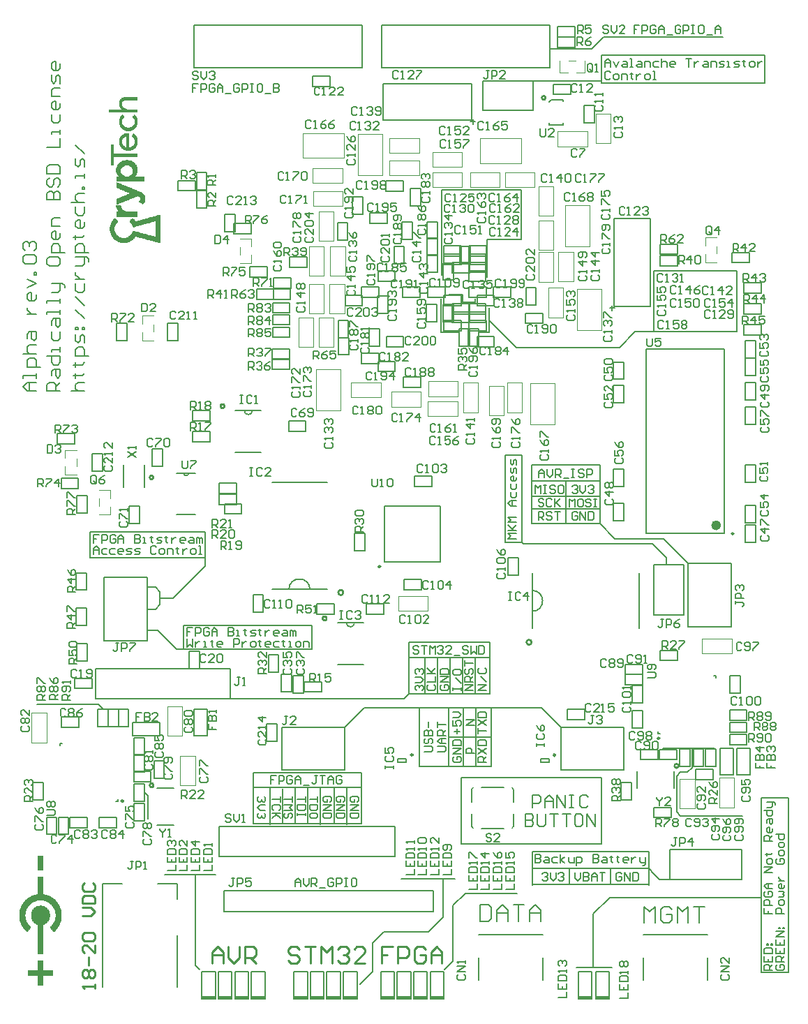
<source format=gto>
G04 Layer_Color=65535*
%FSLAX44Y44*%
%MOMM*%
G71*
G01*
G75*
%ADD43C,0.1500*%
%ADD46C,0.2000*%
%ADD48C,0.6000*%
%ADD66C,0.2500*%
%ADD67C,0.2540*%
%ADD91C,0.1524*%
%ADD92C,0.1270*%
%ADD93C,0.1000*%
%ADD94C,0.0508*%
%ADD95C,0.1200*%
%ADD96C,0.2032*%
D43*
X224200Y300200D02*
Y308000D01*
X218750Y294750D02*
X224200Y300200D01*
X208800Y294750D02*
X218750D01*
X208800Y321000D02*
X219000D01*
X224200Y315800D01*
Y308000D02*
Y315800D01*
Y308000D02*
X240000D01*
X208800Y321000D02*
Y333150D01*
Y256350D02*
Y269000D01*
X221250D01*
X244500Y245750D02*
X253250D01*
X221250Y269000D02*
X244500Y245750D01*
X539500Y103750D02*
X574500D01*
X539500D02*
Y174970D01*
X574500Y103734D02*
Y175250D01*
Y103734D02*
X626000D01*
X520200Y186216D02*
X526000Y192016D01*
X505000Y186216D02*
X520200D01*
X526000Y192016D02*
Y223508D01*
X260000Y-27260D02*
X267500D01*
X467500Y-160000D02*
X482500Y-145000D01*
Y-110000D01*
X495500Y-97000D01*
X549750D01*
X567500Y-79250D01*
Y-32500D01*
X517500D02*
X582000D01*
X570000Y-142500D02*
X580000Y-132500D01*
Y-65000D01*
X595000Y-50000D01*
X595000D01*
X657500D01*
X267500Y-137500D02*
X272500Y-142500D01*
X267500Y-137500D02*
Y-27260D01*
X230000D02*
X291500D01*
X663250Y376000D02*
X665250Y374000D01*
X822000D01*
X839000Y357000D01*
X758000Y398250D02*
X776250Y380000D01*
X835528D01*
X845778Y369750D01*
X643000Y376000D02*
Y481750D01*
X568750Y-178250D02*
Y-144750D01*
X552250Y-175250D02*
X568750D01*
X553250Y-176250D02*
X568500D01*
X553250Y-177250D02*
Y-176250D01*
X567750Y-178000D02*
Y-177250D01*
X552500D02*
X567000D01*
X552250Y-144750D02*
X568750D01*
X552250Y-178250D02*
Y-144750D01*
Y-178250D02*
X568750D01*
X532250D02*
X548750D01*
X532250D02*
Y-144750D01*
X548750D01*
X532500Y-177250D02*
X547000D01*
X547750Y-178000D02*
Y-177250D01*
X533250Y-177250D02*
Y-176250D01*
Y-176250D02*
X548500D01*
X532250Y-175250D02*
X548750D01*
X548750Y-178250D02*
Y-144750D01*
X512250Y-178250D02*
X528750D01*
X512250D02*
Y-144750D01*
X528750D01*
X512500Y-177250D02*
X527000D01*
X527750Y-178000D02*
Y-177250D01*
X513250Y-177250D02*
Y-176250D01*
Y-176250D02*
X528500D01*
X512250Y-175250D02*
X528750D01*
X528750Y-178250D02*
Y-144750D01*
X508750Y-178250D02*
Y-144750D01*
X492250Y-175250D02*
X508750D01*
X493250Y-176250D02*
X508500D01*
X493250Y-177250D02*
Y-176250D01*
X507750Y-178000D02*
Y-177250D01*
X492500D02*
X507000D01*
X492250Y-144750D02*
X508750D01*
X492250Y-178250D02*
Y-144750D01*
Y-178250D02*
X508750D01*
X291750Y-178250D02*
Y-144750D01*
X275250Y-175250D02*
X291750D01*
X276250Y-176250D02*
X291500D01*
X276250Y-177250D02*
Y-176250D01*
X290750Y-178000D02*
Y-177250D01*
X275500D02*
X290000D01*
X275250Y-144750D02*
X291750D01*
X275250Y-178250D02*
Y-144750D01*
Y-178250D02*
X291750D01*
X295250D02*
X311750D01*
X295250D02*
Y-144750D01*
X311750D01*
X295500Y-177250D02*
X310000D01*
X310750Y-178000D02*
Y-177250D01*
X296250Y-177250D02*
Y-176250D01*
Y-176250D02*
X311500D01*
X295250Y-175250D02*
X311750D01*
X311750Y-178250D02*
Y-144750D01*
X351750Y-178250D02*
Y-144750D01*
X335250Y-175250D02*
X351750D01*
X336250Y-176250D02*
X351500D01*
X336250Y-177250D02*
Y-176250D01*
X350750Y-178000D02*
Y-177250D01*
X335500D02*
X350000D01*
X335250Y-144750D02*
X351750D01*
X335250Y-178250D02*
Y-144750D01*
Y-178250D02*
X351750D01*
X315250D02*
X331750D01*
X315250D02*
Y-144750D01*
X331750D01*
X315500Y-177250D02*
X330000D01*
X330750Y-178000D02*
Y-177250D01*
X316250Y-177250D02*
Y-176250D01*
Y-176250D02*
X331500D01*
X315250Y-175250D02*
X331750D01*
X331750Y-178250D02*
Y-144750D01*
X403392Y-178250D02*
Y-144750D01*
X386892Y-175250D02*
X403392D01*
X387892Y-176250D02*
X403142D01*
X387892Y-177250D02*
Y-176250D01*
X402392Y-178000D02*
Y-177250D01*
X387142D02*
X401642D01*
X386892Y-144750D02*
X403392D01*
X386892Y-178250D02*
Y-144750D01*
Y-178250D02*
X403392D01*
X406892D02*
X423392D01*
X406892D02*
Y-144750D01*
X423392D01*
X407142Y-177250D02*
X421642D01*
X422392Y-178000D02*
Y-177250D01*
X407892Y-177250D02*
Y-176250D01*
Y-176250D02*
X423142D01*
X406892Y-175250D02*
X423392D01*
X423392Y-178250D02*
Y-144750D01*
X426892Y-178250D02*
X443392D01*
X426892D02*
Y-144750D01*
X443392D01*
X427142Y-177250D02*
X441642D01*
X442392Y-178000D02*
Y-177250D01*
X427892Y-177250D02*
Y-176250D01*
Y-176250D02*
X443142D01*
X426892Y-175250D02*
X443392D01*
X443392Y-178250D02*
Y-144750D01*
X463392Y-178250D02*
Y-144750D01*
X446892Y-175250D02*
X463392D01*
X447892Y-176250D02*
X463142D01*
X447892Y-177250D02*
Y-176250D01*
X462392Y-178000D02*
Y-177250D01*
X447142D02*
X461642D01*
X446892Y-144750D02*
X463392D01*
X446892Y-178250D02*
Y-144750D01*
Y-178250D02*
X463392D01*
X839000Y349300D02*
Y357000D01*
X205250Y72750D02*
X209750Y68250D01*
Y40000D02*
Y68250D01*
X75000Y179000D02*
X149500D01*
X149750D02*
X155000Y173750D01*
X986750Y-146248D02*
Y65752D01*
X953750D02*
X986750D01*
X953750Y-146248D02*
Y65752D01*
Y-146248D02*
X986750D01*
X626000Y103734D02*
Y175250D01*
X574500D02*
X626000D01*
X592500Y104750D02*
Y174500D01*
X608000Y105250D02*
Y174750D01*
X575000Y139500D02*
X625500D01*
X688000Y174168D02*
X710646Y151522D01*
X472592Y175250D02*
X591500D01*
X448864Y151522D02*
X472592Y175250D01*
X619000D02*
X686918D01*
X688000Y174168D01*
X855750Y44000D02*
X931250D01*
X851250Y48500D02*
X855750Y44000D01*
X851250Y48500D02*
Y92000D01*
X856000Y96750D01*
X864500D01*
X870000Y102250D01*
Y125500D01*
X834750Y125500D02*
X897250D01*
X253250Y275250D02*
X408750D01*
Y245750D02*
Y275250D01*
X253250Y245750D02*
X408750D01*
X253250D02*
Y275250D01*
Y245750D02*
Y261500D01*
X139750Y357000D02*
Y388000D01*
Y357000D02*
X279000D01*
Y347000D02*
Y388000D01*
X139750D02*
X279000D01*
X526000Y192016D02*
Y236016D01*
X625000D01*
Y192016D02*
Y236016D01*
X526000Y192016D02*
X625000D01*
X546250Y191766D02*
Y236016D01*
X561250Y192016D02*
Y235016D01*
X576750Y192266D02*
Y235766D01*
X591750Y192266D02*
Y235516D01*
X607250Y191516D02*
Y236016D01*
X526000D02*
Y254508D01*
X625000D01*
Y236016D02*
Y254508D01*
X309338Y186216D02*
X505000D01*
X762750Y988500D02*
X907500D01*
X697500Y974000D02*
X748250D01*
X762750Y988500D01*
X760500Y933000D02*
Y966250D01*
X676768Y935448D02*
X760448D01*
X337500Y96500D02*
X469000D01*
X337500Y78008D02*
Y96500D01*
X418750Y33508D02*
Y78008D01*
X403250Y34258D02*
Y77508D01*
X388250Y34258D02*
Y77758D01*
X372750Y34008D02*
Y77008D01*
X357750Y33758D02*
Y78008D01*
X337500Y34008D02*
Y78008D01*
X469000Y34008D02*
Y78008D01*
X451250Y33508D02*
Y78008D01*
X469000D02*
Y96500D01*
X337500Y78008D02*
X435750D01*
X337500Y34008D02*
X435750D01*
Y78008D01*
X434750Y34008D02*
X469000D01*
X435750Y78008D02*
X469000D01*
X717250Y398500D02*
Y449000D01*
X675500Y416250D02*
X757500D01*
X675000Y431750D02*
X757250D01*
X758000Y398250D02*
Y449750D01*
X675500Y398250D02*
X758000D01*
X675500D02*
Y449750D01*
X758000D01*
X675500D02*
Y469500D01*
X758000Y449750D02*
Y468750D01*
X675500Y469500D02*
X758000D01*
Y468750D02*
Y469500D01*
X845778Y369750D02*
X865470Y350058D01*
X150750Y173500D02*
X184000D01*
X676500Y-19750D02*
Y750D01*
Y-19750D02*
X817250D01*
Y750D01*
X676500D02*
X817250D01*
X663250Y376000D02*
Y481750D01*
X643500Y376000D02*
X663250D01*
X643000Y481750D02*
X663250D01*
X760500Y932500D02*
X958500D01*
X760500Y966250D02*
X958500D01*
Y932500D02*
Y966250D01*
X623500Y630750D02*
Y659750D01*
X565250Y630500D02*
Y671250D01*
Y630500D02*
X586750D01*
X574250Y676000D02*
X591000D01*
X591250Y675750D01*
Y666750D02*
Y675750D01*
Y666750D02*
X606500D01*
Y671500D01*
X612000Y630750D02*
X623500D01*
X824000Y631000D02*
Y705000D01*
Y631000D02*
X924000D01*
Y705000D01*
X824000D02*
X924000D01*
X801000Y631000D02*
X824000D01*
X782000Y612000D02*
X801000Y631000D01*
X674000Y612000D02*
X782000D01*
X656750D02*
X674000D01*
X623500Y645250D02*
X656750Y612000D01*
X566000Y700000D02*
Y803000D01*
X663000D01*
Y743000D02*
Y803000D01*
X621000Y743000D02*
X663000D01*
X621000Y697000D02*
Y743000D01*
X718500Y168250D02*
Y173250D01*
X718500Y173250D02*
X739500D01*
X739500Y160750D02*
Y173250D01*
X718500Y160750D02*
X739500D01*
X718500Y160750D02*
Y168250D01*
X358750Y134500D02*
X366250D01*
X366250Y134500D02*
Y155500D01*
X353750Y155500D02*
X366250D01*
X353750Y134500D02*
Y155500D01*
X353750Y134500D02*
X358750D01*
X302868Y752770D02*
X307868D01*
X302868Y752770D02*
Y773770D01*
X302868Y773770D02*
X315368D01*
X315368Y752770D02*
Y773770D01*
X307868Y752770D02*
X315368D01*
X147086Y462194D02*
X154586D01*
X154586Y462194D02*
Y483194D01*
X142086Y483194D02*
X154586D01*
X142086Y462194D02*
Y483194D01*
X142086Y462194D02*
X147086D01*
X233780Y620436D02*
X238780D01*
X233780Y620436D02*
Y641436D01*
X233780Y641436D02*
X246280D01*
X246280Y620436D02*
Y641436D01*
X238780Y620436D02*
X246280D01*
X444705Y742219D02*
X452205D01*
X452205Y742219D02*
Y763220D01*
X439705Y763220D02*
X452205D01*
X439705Y742219D02*
Y763220D01*
X439705Y742219D02*
X444705D01*
X469986Y662532D02*
Y667532D01*
X448986Y662532D02*
X469986D01*
X448986Y662532D02*
Y675032D01*
X448986Y675032D02*
X469986D01*
X469986Y667532D02*
Y675032D01*
X673374Y663362D02*
X680874D01*
X680874Y663362D02*
Y684362D01*
X668374Y684362D02*
X680874D01*
X668374Y663362D02*
Y684362D01*
X668374Y663362D02*
X673374D01*
X515854Y734400D02*
X520854D01*
X520854Y713400D02*
Y734400D01*
X508354Y713400D02*
X520854D01*
X508354Y713400D02*
Y734400D01*
X508354Y734400D02*
X515854D01*
X520024Y617748D02*
Y625248D01*
X499024Y625248D02*
X520024D01*
X499024Y612748D02*
Y625248D01*
X499024Y612748D02*
X520024D01*
X520024Y612748D02*
Y617748D01*
X649818Y672692D02*
Y677692D01*
X628818Y672692D02*
X649818D01*
X628818Y672692D02*
Y685192D01*
X628818Y685192D02*
X649818D01*
X649818Y677692D02*
Y685192D01*
X498770Y801724D02*
Y809224D01*
X498770Y801724D02*
X519770D01*
X519770Y801724D02*
Y814224D01*
X498770Y814224D02*
X519770D01*
X498770Y809224D02*
Y814224D01*
X469052Y680192D02*
Y685192D01*
X469052Y685192D02*
X490052D01*
X490052Y672692D02*
Y685192D01*
X469052Y672692D02*
X490052D01*
X469052Y672692D02*
Y680192D01*
X598270Y634578D02*
X605770D01*
X598270Y613578D02*
Y634578D01*
X598270Y613578D02*
X610770D01*
X610770Y613578D02*
Y634578D01*
X605770Y634578D02*
X610770D01*
X499958Y762862D02*
Y767862D01*
X478958Y762862D02*
X499958D01*
X478958Y762862D02*
Y775362D01*
X478958Y775362D02*
X499958D01*
X499958Y767862D02*
Y775362D01*
X509864Y587776D02*
Y595276D01*
X488864Y595276D02*
X509864D01*
X488864Y582776D02*
Y595276D01*
X488864Y582776D02*
X509864D01*
X509864Y582776D02*
Y587776D01*
X488288Y653456D02*
X493288D01*
X488288Y653456D02*
Y674456D01*
X488288Y674456D02*
X500788D01*
X500788Y653456D02*
Y674456D01*
X493288Y653456D02*
X500788D01*
X463062Y773598D02*
X470562D01*
X470562Y773598D02*
Y794598D01*
X458062Y794598D02*
X470562D01*
X458062Y773598D02*
Y794598D01*
X458062Y773598D02*
X463062D01*
X540090Y672946D02*
Y677946D01*
X519090Y672946D02*
X540090D01*
X519090Y672946D02*
Y685446D01*
X519090Y685446D02*
X540090D01*
X540090Y677946D02*
Y685446D01*
X667680Y641196D02*
Y648696D01*
X667680Y641196D02*
X688680D01*
X688680Y641196D02*
Y653696D01*
X667680Y653696D02*
X688680D01*
X667680Y648696D02*
Y653696D01*
X525760Y764372D02*
X530760D01*
X530760Y743372D02*
Y764372D01*
X518260Y743372D02*
X530760D01*
X518260Y743372D02*
Y764372D01*
X518260Y764372D02*
X525760D01*
X540598Y568726D02*
Y576226D01*
X519598Y576226D02*
X540598D01*
X519598Y563726D02*
Y576226D01*
X519598Y563726D02*
X540598D01*
X540598Y563726D02*
Y568726D01*
X448036Y644484D02*
X453036D01*
X453036Y623484D02*
Y644484D01*
X440536Y623484D02*
X453036D01*
X440536Y623484D02*
Y644484D01*
X440536Y644484D02*
X448036D01*
X553486Y743626D02*
X560986D01*
X560986Y743626D02*
Y764626D01*
X548486Y764626D02*
X560986D01*
X548486Y743626D02*
Y764626D01*
X548486Y743626D02*
X553486D01*
X509864Y692504D02*
Y697504D01*
X488864Y692504D02*
X509864D01*
X488864Y692504D02*
Y705004D01*
X488864Y705004D02*
X509864D01*
X509864Y697504D02*
Y705004D01*
X630006Y617994D02*
Y625494D01*
X609006Y625494D02*
X630006D01*
X609006Y612994D02*
Y625494D01*
X609006Y612994D02*
X630006D01*
X630006Y612994D02*
Y617994D01*
X528420Y783758D02*
X533420D01*
X528420Y783758D02*
Y804758D01*
X528420Y804758D02*
X540920D01*
X540920Y783758D02*
Y804758D01*
X533420Y783758D02*
X540920D01*
X469052Y592428D02*
Y599928D01*
X469052Y592428D02*
X490052D01*
X490052Y592428D02*
Y604928D01*
X469052Y604928D02*
X490052D01*
X469052Y599928D02*
Y604928D01*
X485628Y634324D02*
X490628D01*
X490628Y613324D02*
Y634324D01*
X478128Y613324D02*
X490628D01*
X478128Y613324D02*
Y634324D01*
X478128Y634324D02*
X485628D01*
X599100Y722730D02*
Y730230D01*
X599100Y722730D02*
X620100D01*
X620100Y722730D02*
Y735230D01*
X599100Y735230D02*
X620100D01*
X599100Y730230D02*
Y735230D01*
X588110Y713400D02*
X593110D01*
X588110Y713400D02*
Y734400D01*
X588110Y734400D02*
X600610D01*
X600610Y713400D02*
Y734400D01*
X593110Y713400D02*
X600610D01*
X619846Y717824D02*
Y725324D01*
X598846Y725324D02*
X619846D01*
X598846Y712824D02*
Y725324D01*
X598846Y712824D02*
X619846D01*
X619846Y712824D02*
Y717824D01*
X555478Y664296D02*
X560478D01*
X560478Y643296D02*
Y664296D01*
X547978Y643296D02*
X560478D01*
X547978Y643296D02*
Y664296D01*
X547978Y664296D02*
X555478D01*
X589874Y637560D02*
Y645060D01*
X568874Y645060D02*
X589874D01*
X568874Y632560D02*
Y645060D01*
X568874Y632560D02*
X589874D01*
X589874Y632560D02*
Y637560D01*
X568298Y643296D02*
X573298D01*
X568298Y643296D02*
Y664296D01*
X568298Y664296D02*
X580798D01*
X580798Y643296D02*
Y664296D01*
X573298Y643296D02*
X580798D01*
X619846Y647212D02*
Y654712D01*
X598846Y654712D02*
X619846D01*
X598846Y642212D02*
Y654712D01*
X598846Y642212D02*
X619846D01*
X619846Y642212D02*
Y647212D01*
X579034Y710164D02*
Y715164D01*
X579034Y715164D02*
X600034D01*
X600034Y702664D02*
Y715164D01*
X579034Y702664D02*
X600034D01*
X579034Y702664D02*
Y710164D01*
X600034Y647212D02*
Y654712D01*
X579034Y654712D02*
X600034D01*
X579034Y642212D02*
Y654712D01*
X579034Y642212D02*
X600034D01*
X600034Y642212D02*
Y647212D01*
X548486Y723560D02*
X553486D01*
X548486Y723560D02*
Y744560D01*
X548486Y744560D02*
X560986D01*
X560986Y723560D02*
Y744560D01*
X553486Y723560D02*
X560986D01*
X579288Y652626D02*
Y660126D01*
X579288Y652626D02*
X600288D01*
X600288Y652626D02*
Y665126D01*
X579288Y665126D02*
X600288D01*
X579288Y660126D02*
Y665126D01*
X548486Y703494D02*
X553486D01*
X548486Y703494D02*
Y724494D01*
X548486Y724494D02*
X560986D01*
X560986Y703494D02*
Y724494D01*
X553486Y703494D02*
X560986D01*
X598846Y652626D02*
Y660126D01*
X598846Y652626D02*
X619846D01*
X619846Y652626D02*
Y665126D01*
X598846Y665126D02*
X619846D01*
X598846Y660126D02*
Y665126D01*
X609006Y670032D02*
Y675032D01*
X609006Y675032D02*
X630006D01*
X630006Y662532D02*
Y675032D01*
X609006Y662532D02*
X630006D01*
X609006Y662532D02*
Y670032D01*
X599100Y672692D02*
Y680192D01*
X599100Y672692D02*
X620100D01*
X620100Y672692D02*
Y685192D01*
X599100Y685192D02*
X620100D01*
X599100Y680192D02*
Y685192D01*
X568298Y693588D02*
X573298D01*
X568298Y693588D02*
Y714588D01*
X568298Y714588D02*
X580798D01*
X580798Y693588D02*
Y714588D01*
X573298Y693588D02*
X580798D01*
X569128Y662786D02*
Y670286D01*
X569128Y662786D02*
X590128D01*
X590128Y662786D02*
Y675286D01*
X569128Y675286D02*
X590128D01*
X569128Y670286D02*
Y675286D01*
X568874Y720324D02*
Y725324D01*
X568874Y725324D02*
X589874D01*
X589874Y712824D02*
Y725324D01*
X568874Y712824D02*
X589874D01*
X568874Y712824D02*
Y720324D01*
X599100Y632306D02*
Y639806D01*
X599100Y632306D02*
X620100D01*
X620100Y632306D02*
Y644806D01*
X599100Y644806D02*
X620100D01*
X599100Y639806D02*
Y644806D01*
X598846Y710418D02*
Y715418D01*
X598846Y715418D02*
X619846D01*
X619846Y702918D02*
Y715418D01*
X598846Y702918D02*
X619846D01*
X598846Y702918D02*
Y710418D01*
X589874Y727730D02*
Y735230D01*
X568874Y735230D02*
X589874D01*
X568874Y722730D02*
Y735230D01*
X568874Y722730D02*
X589874D01*
X589874Y722730D02*
Y727730D01*
X619846Y692504D02*
Y697504D01*
X598846Y692504D02*
X619846D01*
X598846Y692504D02*
Y705004D01*
X598846Y705004D02*
X619846D01*
X619846Y697504D02*
Y705004D01*
X430500Y933750D02*
Y941250D01*
X409500Y941250D02*
X430500D01*
X409500Y928750D02*
Y941250D01*
X409500Y928750D02*
X430500D01*
X430500Y928750D02*
Y933750D01*
X475000Y288500D02*
Y296000D01*
X475000Y288500D02*
X496000D01*
X496000Y288500D02*
Y301000D01*
X475000Y301000D02*
X496000D01*
X475000Y296000D02*
Y301000D01*
X337272Y311982D02*
X344772D01*
X337272Y290982D02*
Y311982D01*
X337272Y290982D02*
X349772D01*
X349772Y290982D02*
Y311982D01*
X344772Y311982D02*
X349772D01*
X549062Y680192D02*
Y685192D01*
X549062Y685192D02*
X570062D01*
X570062Y672692D02*
Y685192D01*
X549062Y672692D02*
X570062D01*
X549062Y672692D02*
Y680192D01*
X652000Y335750D02*
X659500D01*
X659500Y335750D02*
Y356750D01*
X647000Y356750D02*
X659500D01*
X647000Y335750D02*
Y356750D01*
X647000Y335750D02*
X652000D01*
X520332Y318036D02*
Y325536D01*
X520332Y318036D02*
X541332D01*
X541332Y318036D02*
Y330536D01*
X520332Y330536D02*
X541332D01*
X520332Y325536D02*
Y330536D01*
X554540Y443258D02*
Y448258D01*
X533540Y443258D02*
X554540D01*
X533540Y443258D02*
Y455758D01*
X533540Y455758D02*
X554540D01*
X554540Y448258D02*
Y455758D01*
X797660Y201696D02*
X805160D01*
X797660Y180696D02*
Y201696D01*
X797660Y180696D02*
X810160D01*
X810160Y180696D02*
Y201696D01*
X805160Y201696D02*
X810160D01*
X923270Y213634D02*
X928270D01*
X928270Y192634D02*
Y213634D01*
X915770Y192634D02*
X928270D01*
X915770Y192634D02*
Y213634D01*
X915770Y213634D02*
X923270D01*
X886052Y124734D02*
X893552D01*
X886052Y103734D02*
Y124734D01*
X886052Y103734D02*
X898552D01*
X898552Y103734D02*
Y124734D01*
X893552Y124734D02*
X898552D01*
X805160Y171470D02*
X810160D01*
X810160Y150470D02*
Y171470D01*
X797660Y150470D02*
X810160D01*
X797660Y150470D02*
Y171470D01*
X797660Y171470D02*
X805160D01*
X871574Y124734D02*
X879074D01*
X871574Y103734D02*
Y124734D01*
X871574Y103734D02*
X884074D01*
X884074Y103734D02*
Y124734D01*
X879074Y124734D02*
X884074D01*
X862564D02*
X867564D01*
X867564Y103734D02*
Y124734D01*
X855064Y103734D02*
X867564D01*
X855064Y103734D02*
Y124734D01*
X855064Y124734D02*
X862564D01*
X851494Y117048D02*
Y124548D01*
X830494Y124548D02*
X851494D01*
X830494Y112048D02*
Y124548D01*
X830494Y112048D02*
X851494D01*
X851494Y112048D02*
Y117048D01*
X809750Y215250D02*
Y220250D01*
X788750Y215250D02*
X809750D01*
X788750Y215250D02*
Y227750D01*
X788750Y227750D02*
X809750D01*
X809750Y220250D02*
Y227750D01*
X807500Y112000D02*
Y119500D01*
X807500Y112000D02*
X828500D01*
X828500Y112000D02*
Y124500D01*
X807500Y124500D02*
X828500D01*
X807500Y119500D02*
Y124500D01*
X810092Y202726D02*
Y207726D01*
X789092Y202726D02*
X810092D01*
X789092Y202726D02*
Y215226D01*
X789092Y215226D02*
X810092D01*
X810092Y207726D02*
Y215226D01*
X104826Y159078D02*
Y164078D01*
X104826Y164078D02*
X125826D01*
X125826Y151578D02*
Y164078D01*
X104826Y151578D02*
X125826D01*
X104826Y151578D02*
Y159078D01*
X192642Y138864D02*
X200142D01*
X192642Y117864D02*
Y138864D01*
X192642Y117864D02*
X205142D01*
X205142Y117864D02*
Y138864D01*
X200142Y138864D02*
X205142D01*
X150292Y37158D02*
Y42158D01*
X150292Y42158D02*
X171292D01*
X171292Y29658D02*
Y42158D01*
X150292Y29658D02*
X171292D01*
X150292Y29658D02*
Y37158D01*
X114986Y29404D02*
Y36904D01*
X114986Y29404D02*
X135986D01*
X135986Y29404D02*
Y41904D01*
X114986Y41904D02*
X135986D01*
X114986Y36904D02*
Y41904D01*
X192642Y96782D02*
X197642D01*
X192642Y96782D02*
Y117782D01*
X192642Y117782D02*
X205142D01*
X205142Y96782D02*
Y117782D01*
X197642Y96782D02*
X205142D01*
X222000Y89750D02*
X229500D01*
X229500Y89750D02*
Y110750D01*
X217000Y110750D02*
X229500D01*
X217000Y89750D02*
Y110750D01*
X217000Y89750D02*
X222000D01*
X200142Y82476D02*
X205142D01*
X205142Y61476D02*
Y82476D01*
X192642Y61476D02*
X205142D01*
X192642Y61476D02*
Y82476D01*
X192642Y82476D02*
X200142D01*
X86724Y42344D02*
X94224D01*
X86724Y21344D02*
Y42344D01*
X86724Y21344D02*
X99224D01*
X99224Y21344D02*
Y42344D01*
X94224Y42344D02*
X99224D01*
X192642Y38108D02*
X197642D01*
X192642Y38108D02*
Y59108D01*
X192642Y59108D02*
X205142D01*
X205142Y38108D02*
Y59108D01*
X197642Y38108D02*
X205142D01*
X100948Y42344D02*
X108448D01*
X100948Y21344D02*
Y42344D01*
X100948Y21344D02*
X113448D01*
X113448Y21344D02*
Y42344D01*
X108448Y42344D02*
X113448D01*
X191750Y398500D02*
X199250D01*
X199250Y398500D02*
Y419500D01*
X186750Y419500D02*
X199250D01*
X186750Y398500D02*
Y419500D01*
X186750Y398500D02*
X191750D01*
X222250Y489250D02*
X227250D01*
X227250Y468250D02*
Y489250D01*
X214750Y468250D02*
X227250D01*
X214750Y468250D02*
Y489250D01*
X214750Y489250D02*
X222250D01*
X380500Y510500D02*
Y518000D01*
X380500Y510500D02*
X401500D01*
X401500Y510500D02*
Y523000D01*
X380500Y523000D02*
X401500D01*
X380500Y518000D02*
Y523000D01*
X934312Y539582D02*
X941812D01*
X934312Y518582D02*
Y539582D01*
X934312Y518582D02*
X946812D01*
X946812Y518582D02*
Y539582D01*
X941812Y539582D02*
X946812D01*
X774800Y443144D02*
X779800D01*
X774800Y443144D02*
Y464144D01*
X774800Y464144D02*
X787300D01*
X787300Y443144D02*
Y464144D01*
X779800Y443144D02*
X787300D01*
X934312Y599272D02*
X941812D01*
X934312Y578272D02*
Y599272D01*
X934312Y578272D02*
X946812D01*
X946812Y578272D02*
Y599272D01*
X941812Y599272D02*
X946812D01*
X934312Y399456D02*
X939312D01*
X934312Y399456D02*
Y420456D01*
X934312Y420456D02*
X946812D01*
X946812Y399456D02*
Y420456D01*
X939312Y399456D02*
X946812D01*
X939312Y599434D02*
X946812D01*
X946812Y599434D02*
Y620434D01*
X934312Y620434D02*
X946812D01*
X934312Y599434D02*
Y620434D01*
X934312Y599434D02*
X939312D01*
X774800Y544744D02*
X779800D01*
X774800Y544744D02*
Y565744D01*
X774800Y565744D02*
X787300D01*
X787300Y544744D02*
Y565744D01*
X779800Y544744D02*
X787300D01*
X934312Y469732D02*
X941812D01*
X934312Y448732D02*
Y469732D01*
X934312Y448732D02*
X946812D01*
X946812Y448732D02*
Y469732D01*
X941812Y469732D02*
X946812D01*
X774800Y573446D02*
X779800D01*
X774800Y573446D02*
Y594446D01*
X774800Y594446D02*
X787300D01*
X787300Y573446D02*
Y594446D01*
X779800Y573446D02*
X787300D01*
X934312Y569554D02*
X941812D01*
X934312Y548554D02*
Y569554D01*
X934312Y548554D02*
X946812D01*
X946812Y548554D02*
Y569554D01*
X941812Y569554D02*
X946812D01*
X782300Y422774D02*
X787300D01*
X787300Y401774D02*
Y422774D01*
X774800Y401774D02*
X787300D01*
X774800Y401774D02*
Y422774D01*
X774800Y422774D02*
X782300D01*
X934312Y396580D02*
X941812D01*
X934312Y375580D02*
Y396580D01*
X934312Y375580D02*
X946812D01*
X946812Y375580D02*
Y396580D01*
X941812Y396580D02*
X946812D01*
X390750Y192500D02*
X398250D01*
X398250Y192500D02*
Y213500D01*
X385750Y213500D02*
X398250D01*
X385750Y192500D02*
Y213500D01*
X385750Y192500D02*
X390750D01*
X376750Y194500D02*
X384250D01*
X384250Y194500D02*
Y215500D01*
X371750Y215500D02*
X384250D01*
X371750Y194500D02*
Y215500D01*
X371750Y194500D02*
X376750D01*
X264750Y222500D02*
X272250D01*
X272250Y222500D02*
Y243500D01*
X259750Y243500D02*
X272250D01*
X259750Y222500D02*
Y243500D01*
X259750Y222500D02*
X264750D01*
X141750Y198250D02*
Y203250D01*
X120750Y198250D02*
X141750D01*
X120750Y198250D02*
Y210750D01*
X120750Y210750D02*
X141750D01*
X141750Y203250D02*
Y210750D01*
X702000Y926250D02*
Y931250D01*
X702000Y931250D02*
X723000D01*
X723000Y918750D02*
Y931250D01*
X702000Y918750D02*
X723000D01*
X702000Y918750D02*
Y926250D01*
X738750Y905500D02*
X746250D01*
X738750Y884500D02*
Y905500D01*
X738750Y884500D02*
X751250D01*
X751250Y884500D02*
Y905500D01*
X746250Y905500D02*
X751250D01*
X753073Y-178250D02*
X769573D01*
X753073D02*
Y-144750D01*
X769573D01*
X753323Y-177250D02*
X767822D01*
X768572Y-178000D02*
Y-177250D01*
X754072Y-177250D02*
Y-176250D01*
Y-176250D02*
X769323D01*
X753073Y-175250D02*
X769573D01*
X769573Y-178250D02*
Y-144750D01*
X748250Y-178250D02*
Y-144750D01*
X731750Y-175250D02*
X748250D01*
X732750Y-176250D02*
X748000D01*
X732750Y-177250D02*
Y-176250D01*
X747250Y-178000D02*
Y-177250D01*
X732000D02*
X746500D01*
X731750Y-144750D02*
X748250D01*
X731750Y-178250D02*
Y-144750D01*
Y-178250D02*
X748250D01*
X602254Y887970D02*
Y909970D01*
X495254Y887970D02*
X602254D01*
X495254D02*
Y931970D01*
X602254D01*
Y909970D02*
Y931970D01*
X604054Y882970D02*
Y888970D01*
X601054Y885970D02*
X607054D01*
X773052Y656710D02*
Y662710D01*
X770052Y659710D02*
X776052D01*
X797052Y661510D02*
X819052D01*
Y768510D01*
X775052D02*
X819052D01*
X775052Y661510D02*
Y768510D01*
Y661510D02*
X797052D01*
X847926Y77840D02*
Y97882D01*
X802898Y77840D02*
Y97882D01*
X220868Y32648D02*
X240910D01*
X220868Y77676D02*
X240910D01*
X381410Y604076D02*
Y610326D01*
X360410D02*
X381410Y610326D01*
X360410Y597826D02*
Y610326D01*
Y597826D02*
X381410D01*
X381410D02*
Y604076D01*
X360410Y591757D02*
Y598007D01*
X360410D02*
X381410D01*
Y585507D02*
Y598007D01*
X360410Y585507D02*
X381410Y585507D01*
X360410D02*
Y591757D01*
X594000Y613500D02*
X600250D01*
X600250Y613500D02*
X600250Y634500D01*
X587750D02*
X600250D01*
X587750Y613500D02*
Y634500D01*
Y613500D02*
X594000D01*
X180096Y151900D02*
X186346D01*
X186346Y151900D02*
X186346Y172900D01*
X173846D02*
X186346D01*
X173846Y151900D02*
Y172900D01*
Y151900D02*
X180096D01*
X915584Y136332D02*
Y142582D01*
X915584D02*
X936584D01*
Y130082D02*
Y142582D01*
X915584Y130082D02*
X936584Y130082D01*
X915584D02*
Y136332D01*
X936584Y166050D02*
Y172300D01*
X915584D02*
X936584Y172300D01*
X915584Y159800D02*
Y172300D01*
Y159800D02*
X936584D01*
X936584D02*
Y166050D01*
Y145068D02*
Y151318D01*
X915584Y145068D02*
X936584D01*
X915584D02*
Y157568D01*
X936584Y157568D01*
X936584Y151318D02*
Y157568D01*
X148700Y172900D02*
X154950D01*
X148700Y151900D02*
X148700Y172900D01*
X148700Y151900D02*
X161200D01*
Y172900D01*
X154950Y172900D02*
X161200D01*
X167523D02*
X173773D01*
Y151900D02*
Y172900D01*
X161273Y151900D02*
X173773D01*
X161273D02*
X161273Y172900D01*
X161273Y172900D02*
X167523D01*
X361000Y624250D02*
Y630500D01*
X361000Y624250D02*
X382000Y624250D01*
Y636750D01*
X361000D02*
X382000D01*
X361000Y630500D02*
Y636750D01*
Y645607D02*
Y651857D01*
X361000D02*
X382000D01*
Y639357D02*
Y651857D01*
X361000Y639357D02*
X382000Y639357D01*
X361000D02*
Y645607D01*
Y653750D02*
Y660000D01*
X361000Y653750D02*
X382000Y653750D01*
Y666250D01*
X361000D02*
X382000D01*
X361000Y660000D02*
Y666250D01*
X823500Y41750D02*
Y48000D01*
X823500Y41750D02*
X844500Y41750D01*
Y54250D01*
X823500D02*
X844500D01*
X823500Y48000D02*
Y54250D01*
X129712Y432066D02*
X135962D01*
Y411066D02*
Y432066D01*
X123462Y411066D02*
X135962D01*
X123462D02*
X123462Y432066D01*
X123462Y432066D02*
X129712D01*
X335250Y756250D02*
Y762500D01*
X314250D02*
X335250Y762500D01*
X314250Y750000D02*
Y762500D01*
Y750000D02*
X335250D01*
X335250D02*
Y756250D01*
X333670Y703580D02*
Y709830D01*
X333670D02*
X354670D01*
Y697330D02*
Y709830D01*
X333670Y697330D02*
X354670Y697330D01*
X333670D02*
Y703580D01*
X104500Y440750D02*
Y447000D01*
X104500Y440750D02*
X125500Y440750D01*
Y453250D01*
X104500D02*
X125500D01*
X104500Y447000D02*
Y453250D01*
X99482Y501650D02*
Y507900D01*
X99482D02*
X120482D01*
Y495400D02*
Y507900D01*
X99482Y495400D02*
X120482Y495400D01*
X99482D02*
Y501650D01*
X171550Y641436D02*
X177800D01*
X171550Y620436D02*
X171550Y641436D01*
X171550Y620436D02*
X184050D01*
Y641436D01*
X177800Y641436D02*
X184050D01*
X362250Y690250D02*
Y696500D01*
X362250D02*
X383250D01*
Y684000D02*
Y696500D01*
X362250Y684000D02*
X383250Y684000D01*
X362250D02*
Y690250D01*
X447000Y624000D02*
X453250D01*
Y603000D02*
Y624000D01*
X440750Y603000D02*
X453250D01*
X440750D02*
X440750Y624000D01*
X440750Y624000D02*
X447000D01*
X361750Y676500D02*
Y682750D01*
X361750D02*
X382750D01*
Y670250D02*
Y682750D01*
X361750Y670250D02*
X382750Y670250D01*
X361750D02*
Y676500D01*
X852590Y731266D02*
Y737516D01*
X831590D02*
X852590Y737516D01*
X831590Y725016D02*
Y737516D01*
Y725016D02*
X852590D01*
X852590D02*
Y731266D01*
X435750Y288500D02*
Y294750D01*
X414750Y288500D02*
X435750D01*
X414750D02*
Y301000D01*
X435750Y301000D01*
X435750Y294750D02*
Y301000D01*
X130000Y231500D02*
X136250D01*
X136250Y231500D02*
X136250Y252500D01*
X123750D02*
X136250D01*
X123750Y231500D02*
Y252500D01*
Y231500D02*
X130000D01*
X122500Y296000D02*
X128750D01*
X122500Y275000D02*
X122500Y296000D01*
X122500Y275000D02*
X135000D01*
Y296000D01*
X128750Y296000D02*
X135000D01*
X129000Y338750D02*
X135250D01*
Y317750D02*
Y338750D01*
X122750Y317750D02*
X135250D01*
X122750D02*
X122750Y338750D01*
X122750Y338750D02*
X129000D01*
X953602Y633476D02*
Y639726D01*
X932602D02*
X953602Y639726D01*
X932602Y627226D02*
Y639726D01*
Y627226D02*
X953602D01*
X953602D02*
Y633476D01*
Y652372D02*
Y658622D01*
X932602Y652372D02*
X953602D01*
X932602D02*
Y664872D01*
X953602Y664872D01*
X953602Y658622D02*
Y664872D01*
X953856Y684022D02*
Y690272D01*
X932856D02*
X953856Y690272D01*
X932856Y677772D02*
Y690272D01*
Y677772D02*
X953856D01*
X953856D02*
Y684022D01*
X939632Y714856D02*
Y721106D01*
X918632Y714856D02*
X939632D01*
X918632D02*
Y727356D01*
X939632Y727356D01*
X939632Y721106D02*
Y727356D01*
X362500Y676500D02*
Y682750D01*
X341500D02*
X362500Y682750D01*
X341500Y670250D02*
Y682750D01*
Y670250D02*
X362500D01*
X362500D02*
Y676500D01*
X852590Y711046D02*
Y717296D01*
X831590Y711046D02*
X852590D01*
X831590D02*
Y723546D01*
X852590Y723546D01*
X852590Y717296D02*
Y723546D01*
X382000Y709500D02*
Y715750D01*
X382000Y709500D02*
X403000Y709500D01*
Y722000D01*
X382000D02*
X403000D01*
X382000Y715750D02*
Y722000D01*
X783750Y63250D02*
X790000D01*
X783750Y63250D02*
Y84250D01*
X796250D01*
X796250Y63250D02*
X796250Y84250D01*
X790000Y63250D02*
X796250D01*
X355954Y239354D02*
X362204D01*
X355954Y218354D02*
X355954Y239354D01*
X355954Y218354D02*
X368454D01*
Y239354D01*
X362204Y239354D02*
X368454D01*
X460750Y386750D02*
X467000D01*
X460750Y365750D02*
X460750Y386750D01*
X460750Y365750D02*
X473250D01*
Y386750D01*
X467000Y386750D02*
X473250D01*
X852256Y232190D02*
Y238440D01*
X831256Y232190D02*
X852256D01*
X831256D02*
Y244690D01*
X852256Y244690D01*
X852256Y238440D02*
Y244690D01*
X874750Y87750D02*
Y94000D01*
X874750Y87750D02*
X895750Y87750D01*
Y100250D01*
X874750D02*
X895750D01*
X874750Y94000D02*
Y100250D01*
X76210Y84254D02*
X82460D01*
Y63254D02*
Y84254D01*
X69960Y63254D02*
X82460D01*
X69960D02*
X69960Y84254D01*
X69960Y84254D02*
X76210D01*
X192456Y85284D02*
Y91534D01*
X192456Y85284D02*
X213456Y85284D01*
Y97784D01*
X192456D02*
X213456D01*
X192456Y91534D02*
Y97784D01*
X317332Y434694D02*
Y440944D01*
X296332Y434694D02*
X317332D01*
X296332D02*
Y447194D01*
X317332Y447194D01*
X317332Y440944D02*
Y447194D01*
Y427990D02*
Y434240D01*
X296332D02*
X317332Y434240D01*
X296332Y421740D02*
Y434240D01*
Y421740D02*
X317332D01*
X317332D02*
Y427990D01*
X323586Y410040D02*
Y416290D01*
X302586Y410040D02*
X323586D01*
X302586D02*
Y422540D01*
X323586Y422540D01*
X323586Y416290D02*
Y422540D01*
X263750Y522750D02*
Y529000D01*
X263750Y522750D02*
X284750Y522750D01*
Y535250D01*
X263750D02*
X284750D01*
X263750Y529000D02*
Y535250D01*
X263902Y503930D02*
Y510180D01*
X263902D02*
X284902D01*
Y497680D02*
Y510180D01*
X263902Y497680D02*
X284902Y497680D01*
X263902D02*
Y503930D01*
X399202Y200406D02*
Y206656D01*
X399202D02*
X420202D01*
Y194156D02*
Y206656D01*
X399202Y194156D02*
X420202Y194156D01*
X399202D02*
Y200406D01*
X728000Y982500D02*
Y988750D01*
X707000D02*
X728000Y988750D01*
X707000Y976250D02*
Y988750D01*
Y976250D02*
X728000D01*
X728000D02*
Y982500D01*
X707000Y995000D02*
Y1001250D01*
X707000D02*
X728000D01*
Y988750D02*
Y1001250D01*
X707000Y988750D02*
X728000Y988750D01*
X707000D02*
Y995000D01*
X267548Y802058D02*
Y808308D01*
X246548Y802058D02*
X267548D01*
X246548D02*
Y814558D01*
X267548Y814558D01*
X267548Y808308D02*
Y814558D01*
X275000Y781500D02*
X281250D01*
X281250Y781500D02*
X281250Y802500D01*
X268750D02*
X281250D01*
X268750Y781500D02*
Y802500D01*
Y781500D02*
X275000D01*
X268750Y803500D02*
X275000D01*
X268750Y803500D02*
Y824500D01*
X281250D01*
X281250Y803500D02*
X281250Y824500D01*
X275000Y803500D02*
X281250D01*
X903610Y125912D02*
X920110D01*
X920110Y93412D02*
Y125912D01*
X903610Y93412D02*
X920110D01*
X903610Y93412D02*
Y125912D01*
X923930Y93412D02*
Y125912D01*
X923930Y93412D02*
X940430D01*
X940430Y93412D02*
Y125912D01*
X923930Y125912D02*
X940430D01*
X191278Y140942D02*
Y157442D01*
X191278Y157442D02*
X223778D01*
X223778Y140942D02*
Y157442D01*
X191278Y140942D02*
X223778D01*
X265262Y140976D02*
Y173476D01*
X265262Y140976D02*
X281762D01*
X281762Y140976D02*
Y173476D01*
X265262Y173476D02*
X281762D01*
X590000Y10000D02*
X760000D01*
X590000Y90070D02*
X760000D01*
Y10000D02*
Y90070D01*
X590000Y10000D02*
Y90070D01*
X953750Y-55000D02*
Y-47500D01*
X676500Y-39500D02*
X817250D01*
X676500Y-39750D02*
Y-19250D01*
X817500Y-39750D02*
Y-19250D01*
X721000Y-39000D02*
Y-20000D01*
X770750Y-38500D02*
Y-20000D01*
X240000Y308000D02*
X279000Y347000D01*
X545407Y121375D02*
X553738D01*
X555404Y123041D01*
Y126373D01*
X553738Y128040D01*
X545407D01*
X547073Y138036D02*
X545407Y136370D01*
Y133038D01*
X547073Y131372D01*
X548739D01*
X550406Y133038D01*
Y136370D01*
X552072Y138036D01*
X553738D01*
X555404Y136370D01*
Y133038D01*
X553738Y131372D01*
X545407Y141369D02*
X555404D01*
Y146367D01*
X553738Y148033D01*
X552072D01*
X550406Y146367D01*
Y141369D01*
Y146367D01*
X548739Y148033D01*
X547073D01*
X545407Y146367D01*
Y141369D01*
X550406Y151365D02*
Y158030D01*
X561003Y121375D02*
X569334D01*
X571000Y123041D01*
Y126373D01*
X569334Y128040D01*
X561003D01*
X571000Y131372D02*
X564336D01*
X561003Y134704D01*
X564336Y138036D01*
X571000D01*
X566002D01*
Y131372D01*
X571000Y141369D02*
X561003D01*
Y146367D01*
X562669Y148033D01*
X566002D01*
X567668Y146367D01*
Y141369D01*
Y144701D02*
X571000Y148033D01*
X561003Y151365D02*
Y158030D01*
Y154698D01*
X571000D01*
X314664Y-32003D02*
X311332D01*
X312998D01*
Y-40334D01*
X311332Y-42000D01*
X309666D01*
X308000Y-40334D01*
X317997Y-42000D02*
Y-32003D01*
X322995D01*
X324661Y-33669D01*
Y-37002D01*
X322995Y-38668D01*
X317997D01*
X334658Y-32003D02*
X327994D01*
Y-37002D01*
X331326Y-35336D01*
X332992D01*
X334658Y-37002D01*
Y-40334D01*
X332992Y-42000D01*
X329660D01*
X327994Y-40334D01*
X835164Y282497D02*
X831832D01*
X833498D01*
Y274166D01*
X831832Y272500D01*
X830166D01*
X828500Y274166D01*
X838497Y272500D02*
Y282497D01*
X843495D01*
X845161Y280831D01*
Y277498D01*
X843495Y275832D01*
X838497D01*
X855158Y282497D02*
X851826Y280831D01*
X848494Y277498D01*
Y274166D01*
X850160Y272500D01*
X853492D01*
X855158Y274166D01*
Y275832D01*
X853492Y277498D01*
X848494D01*
X730164Y851081D02*
X728498Y852747D01*
X725166D01*
X723500Y851081D01*
Y844416D01*
X725166Y842750D01*
X728498D01*
X730164Y844416D01*
X733497Y852747D02*
X740161D01*
Y851081D01*
X733497Y844416D01*
Y842750D01*
X753169Y905665D02*
X751503Y903998D01*
Y900666D01*
X753169Y899000D01*
X759834D01*
X761500Y900666D01*
Y903998D01*
X759834Y905665D01*
X761500Y908997D02*
Y912329D01*
Y910663D01*
X751503D01*
X753169Y908997D01*
X761500Y917327D02*
Y920660D01*
Y918994D01*
X751503D01*
X753169Y917327D01*
X730665Y930331D02*
X728998Y931997D01*
X725666D01*
X724000Y930331D01*
Y923666D01*
X725666Y922000D01*
X728998D01*
X730665Y923666D01*
X733997Y922000D02*
X737329D01*
X735663D01*
Y931997D01*
X733997Y930331D01*
X748992Y922000D02*
X742327D01*
X748992Y928664D01*
Y930331D01*
X747326Y931997D01*
X743994D01*
X742327Y930331D01*
X777169Y873415D02*
X775503Y871748D01*
Y868416D01*
X777169Y866750D01*
X783834D01*
X785500Y868416D01*
Y871748D01*
X783834Y873415D01*
X785500Y876747D02*
Y880079D01*
Y878413D01*
X775503D01*
X777169Y876747D01*
Y885077D02*
X775503Y886744D01*
Y890076D01*
X777169Y891742D01*
X778836D01*
X780502Y890076D01*
Y888410D01*
Y890076D01*
X782168Y891742D01*
X783834D01*
X785500Y890076D01*
Y886744D01*
X783834Y885077D01*
X123665Y219581D02*
X121998Y221247D01*
X118666D01*
X117000Y219581D01*
Y212916D01*
X118666Y211250D01*
X121998D01*
X123665Y212916D01*
X126997Y211250D02*
X130329D01*
X128663D01*
Y221247D01*
X126997Y219581D01*
X135327Y212916D02*
X136994Y211250D01*
X140326D01*
X141992Y212916D01*
Y219581D01*
X140326Y221247D01*
X136994D01*
X135327Y219581D01*
Y217915D01*
X136994Y216248D01*
X141992D01*
X280165Y238331D02*
X278498Y239997D01*
X275166D01*
X273500Y238331D01*
Y231666D01*
X275166Y230000D01*
X278498D01*
X280165Y231666D01*
X290161Y230000D02*
X283497D01*
X290161Y236665D01*
Y238331D01*
X288495Y239997D01*
X285163D01*
X283497Y238331D01*
X293494D02*
X295160Y239997D01*
X298492D01*
X300158Y238331D01*
Y231666D01*
X298492Y230000D01*
X295160D01*
X293494Y231666D01*
Y238331D01*
X375669Y222665D02*
X374003Y220998D01*
Y217666D01*
X375669Y216000D01*
X382334D01*
X384000Y217666D01*
Y220998D01*
X382334Y222665D01*
X375669Y225997D02*
X374003Y227663D01*
Y230995D01*
X375669Y232661D01*
X377336D01*
X379002Y230995D01*
Y229329D01*
Y230995D01*
X380668Y232661D01*
X382334D01*
X384000Y230995D01*
Y227663D01*
X382334Y225997D01*
X374003Y242658D02*
Y235994D01*
X379002D01*
X377336Y239326D01*
Y240992D01*
X379002Y242658D01*
X382334D01*
X384000Y240992D01*
Y237660D01*
X382334Y235994D01*
X391419Y222414D02*
X389753Y220748D01*
Y217416D01*
X391419Y215750D01*
X398084D01*
X399750Y217416D01*
Y220748D01*
X398084Y222414D01*
X391419Y225747D02*
X389753Y227413D01*
Y230745D01*
X391419Y232411D01*
X393086D01*
X394752Y230745D01*
Y229079D01*
Y230745D01*
X396418Y232411D01*
X398084D01*
X399750Y230745D01*
Y227413D01*
X398084Y225747D01*
X389753Y235744D02*
Y242408D01*
X391419D01*
X398084Y235744D01*
X399750D01*
X954669Y383665D02*
X953003Y381998D01*
Y378666D01*
X954669Y377000D01*
X961334D01*
X963000Y378666D01*
Y381998D01*
X961334Y383665D01*
X963000Y391995D02*
X953003D01*
X958002Y386997D01*
Y393661D01*
X953003Y396994D02*
Y403658D01*
X954669D01*
X961334Y396994D01*
X963000D01*
X766169Y428414D02*
X764503Y426748D01*
Y423416D01*
X766169Y421750D01*
X772834D01*
X774500Y423416D01*
Y426748D01*
X772834Y428414D01*
X774500Y436745D02*
X764503D01*
X769502Y431747D01*
Y438411D01*
X766169Y441744D02*
X764503Y443410D01*
Y446742D01*
X766169Y448408D01*
X767835D01*
X769502Y446742D01*
X771168Y448408D01*
X772834D01*
X774500Y446742D01*
Y443410D01*
X772834Y441744D01*
X771168D01*
X769502Y443410D01*
X767835Y441744D01*
X766169D01*
X769502Y443410D02*
Y446742D01*
X954669Y546165D02*
X953003Y544498D01*
Y541166D01*
X954669Y539500D01*
X961334D01*
X963000Y541166D01*
Y544498D01*
X961334Y546165D01*
X963000Y554495D02*
X953003D01*
X958002Y549497D01*
Y556161D01*
X961334Y559493D02*
X963000Y561160D01*
Y564492D01*
X961334Y566158D01*
X954669D01*
X953003Y564492D01*
Y561160D01*
X954669Y559493D01*
X956336D01*
X958002Y561160D01*
Y566158D01*
X765419Y578414D02*
X763753Y576748D01*
Y573416D01*
X765419Y571750D01*
X772084D01*
X773750Y573416D01*
Y576748D01*
X772084Y578414D01*
X763753Y588411D02*
Y581747D01*
X768752D01*
X767085Y585079D01*
Y586745D01*
X768752Y588411D01*
X772084D01*
X773750Y586745D01*
Y583413D01*
X772084Y581747D01*
X765419Y591744D02*
X763753Y593410D01*
Y596742D01*
X765419Y598408D01*
X772084D01*
X773750Y596742D01*
Y593410D01*
X772084Y591744D01*
X765419D01*
X953669Y456414D02*
X952003Y454748D01*
Y451416D01*
X953669Y449750D01*
X960334D01*
X962000Y451416D01*
Y454748D01*
X960334Y456414D01*
X952003Y466411D02*
Y459747D01*
X957002D01*
X955335Y463079D01*
Y464745D01*
X957002Y466411D01*
X960334D01*
X962000Y464745D01*
Y461413D01*
X960334Y459747D01*
X962000Y469744D02*
Y473076D01*
Y471410D01*
X952003D01*
X953669Y469744D01*
X765419Y545664D02*
X763753Y543998D01*
Y540666D01*
X765419Y539000D01*
X772084D01*
X773750Y540666D01*
Y543998D01*
X772084Y545664D01*
X763753Y555661D02*
Y548997D01*
X768752D01*
X767085Y552329D01*
Y553995D01*
X768752Y555661D01*
X772084D01*
X773750Y553995D01*
Y550663D01*
X772084Y548997D01*
X773750Y565658D02*
Y558993D01*
X767085Y565658D01*
X765419D01*
X763753Y563992D01*
Y560660D01*
X765419Y558993D01*
X953919Y607915D02*
X952253Y606248D01*
Y602916D01*
X953919Y601250D01*
X960584D01*
X962250Y602916D01*
Y606248D01*
X960584Y607915D01*
X952253Y617911D02*
Y611247D01*
X957252D01*
X955585Y614579D01*
Y616245D01*
X957252Y617911D01*
X960584D01*
X962250Y616245D01*
Y612913D01*
X960584Y611247D01*
X953919Y621244D02*
X952253Y622910D01*
Y626242D01*
X953919Y627908D01*
X955585D01*
X957252Y626242D01*
Y624576D01*
Y626242D01*
X958918Y627908D01*
X960584D01*
X962250Y626242D01*
Y622910D01*
X960584Y621244D01*
X954419Y414414D02*
X952753Y412748D01*
Y409416D01*
X954419Y407750D01*
X961084D01*
X962750Y409416D01*
Y412748D01*
X961084Y414414D01*
X952753Y424411D02*
Y417747D01*
X957752D01*
X956086Y421079D01*
Y422745D01*
X957752Y424411D01*
X961084D01*
X962750Y422745D01*
Y419413D01*
X961084Y417747D01*
X962750Y432742D02*
X952753D01*
X957752Y427744D01*
Y434408D01*
X954419Y576914D02*
X952753Y575248D01*
Y571916D01*
X954419Y570250D01*
X961084D01*
X962750Y571916D01*
Y575248D01*
X961084Y576914D01*
X952753Y586911D02*
Y580247D01*
X957752D01*
X956086Y583579D01*
Y585245D01*
X957752Y586911D01*
X961084D01*
X962750Y585245D01*
Y581913D01*
X961084Y580247D01*
X952753Y596908D02*
Y590243D01*
X957752D01*
X956086Y593576D01*
Y595242D01*
X957752Y596908D01*
X961084D01*
X962750Y595242D01*
Y591910D01*
X961084Y590243D01*
X777669Y477664D02*
X776003Y475998D01*
Y472666D01*
X777669Y471000D01*
X784334D01*
X786000Y472666D01*
Y475998D01*
X784334Y477664D01*
X776003Y487661D02*
Y480997D01*
X781002D01*
X779335Y484329D01*
Y485995D01*
X781002Y487661D01*
X784334D01*
X786000Y485995D01*
Y482663D01*
X784334Y480997D01*
X776003Y497658D02*
X777669Y494326D01*
X781002Y490994D01*
X784334D01*
X786000Y492660D01*
Y495992D01*
X784334Y497658D01*
X782668D01*
X781002Y495992D01*
Y490994D01*
X955169Y515664D02*
X953503Y513998D01*
Y510666D01*
X955169Y509000D01*
X961834D01*
X963500Y510666D01*
Y513998D01*
X961834Y515664D01*
X953503Y525661D02*
Y518997D01*
X958502D01*
X956835Y522329D01*
Y523995D01*
X958502Y525661D01*
X961834D01*
X963500Y523995D01*
Y520663D01*
X961834Y518997D01*
X953503Y528994D02*
Y535658D01*
X955169D01*
X961834Y528994D01*
X963500D01*
X390458Y536143D02*
X388792Y537809D01*
X385460D01*
X383794Y536143D01*
Y529478D01*
X385460Y527812D01*
X388792D01*
X390458Y529478D01*
X400455Y537809D02*
X397123Y536143D01*
X393791Y532810D01*
Y529478D01*
X395457Y527812D01*
X398789D01*
X400455Y529478D01*
Y531144D01*
X398789Y532810D01*
X393791D01*
X403788Y529478D02*
X405454Y527812D01*
X408786D01*
X410452Y529478D01*
Y536143D01*
X408786Y537809D01*
X405454D01*
X403788Y536143D01*
Y534477D01*
X405454Y532810D01*
X410452D01*
X215914Y499831D02*
X214248Y501497D01*
X210916D01*
X209250Y499831D01*
Y493166D01*
X210916Y491500D01*
X214248D01*
X215914Y493166D01*
X219247Y501497D02*
X225911D01*
Y499831D01*
X219247Y493166D01*
Y491500D01*
X229244Y499831D02*
X230910Y501497D01*
X234242D01*
X235908Y499831D01*
Y493166D01*
X234242Y491500D01*
X230910D01*
X229244Y493166D01*
Y499831D01*
X176669Y400664D02*
X175003Y398998D01*
Y395666D01*
X176669Y394000D01*
X183334D01*
X185000Y395666D01*
Y398998D01*
X183334Y400664D01*
X175003Y403997D02*
Y410661D01*
X176669D01*
X183334Y403997D01*
X185000D01*
Y413994D02*
Y417326D01*
Y415660D01*
X175003D01*
X176669Y413994D01*
X99164Y19081D02*
X97498Y20747D01*
X94166D01*
X92500Y19081D01*
Y12416D01*
X94166Y10750D01*
X97498D01*
X99164Y12416D01*
X102497Y20747D02*
X109161D01*
Y19081D01*
X102497Y12416D01*
Y10750D01*
X117492D02*
Y20747D01*
X112494Y15748D01*
X119158D01*
X184169Y35914D02*
X182503Y34248D01*
Y30916D01*
X184169Y29250D01*
X190834D01*
X192500Y30916D01*
Y34248D01*
X190834Y35914D01*
X182503Y39247D02*
Y45911D01*
X184169D01*
X190834Y39247D01*
X192500D01*
X182503Y55908D02*
Y49244D01*
X187502D01*
X185835Y52576D01*
Y54242D01*
X187502Y55908D01*
X190834D01*
X192500Y54242D01*
Y50910D01*
X190834Y49244D01*
X74325Y33509D02*
X72659Y31842D01*
Y28510D01*
X74325Y26844D01*
X80990D01*
X82656Y28510D01*
Y31842D01*
X80990Y33509D01*
X72659Y36841D02*
Y43505D01*
X74325D01*
X80990Y36841D01*
X82656D01*
X72659Y53502D02*
X74325Y50170D01*
X77658Y46838D01*
X80990D01*
X82656Y48504D01*
Y51836D01*
X80990Y53502D01*
X79324D01*
X77658Y51836D01*
Y46838D01*
X273919Y91165D02*
X272253Y89498D01*
Y86166D01*
X273919Y84500D01*
X280584D01*
X282250Y86166D01*
Y89498D01*
X280584Y91165D01*
X272253Y94497D02*
Y101161D01*
X273919D01*
X280584Y94497D01*
X282250D01*
X272253Y104494D02*
Y111158D01*
X273919D01*
X280584Y104494D01*
X282250D01*
X205669Y15415D02*
X204003Y13748D01*
Y10416D01*
X205669Y8750D01*
X212334D01*
X214000Y10416D01*
Y13748D01*
X212334Y15415D01*
X204003Y18747D02*
Y25411D01*
X205669D01*
X212334Y18747D01*
X214000D01*
X205669Y28744D02*
X204003Y30410D01*
Y33742D01*
X205669Y35408D01*
X207335D01*
X209002Y33742D01*
X210668Y35408D01*
X212334D01*
X214000Y33742D01*
Y30410D01*
X212334Y28744D01*
X210668D01*
X209002Y30410D01*
X207335Y28744D01*
X205669D01*
X209002Y30410D02*
Y33742D01*
X230919Y94915D02*
X229253Y93248D01*
Y89916D01*
X230919Y88250D01*
X237584D01*
X239250Y89916D01*
Y93248D01*
X237584Y94915D01*
X229253Y98247D02*
Y104911D01*
X230919D01*
X237584Y98247D01*
X239250D01*
X237584Y108244D02*
X239250Y109910D01*
Y113242D01*
X237584Y114908D01*
X230919D01*
X229253Y113242D01*
Y109910D01*
X230919Y108244D01*
X232586D01*
X234252Y109910D01*
Y114908D01*
X255669Y151664D02*
X254003Y149998D01*
Y146666D01*
X255669Y145000D01*
X262334D01*
X264000Y146666D01*
Y149998D01*
X262334Y151664D01*
X255669Y154997D02*
X254003Y156663D01*
Y159995D01*
X255669Y161661D01*
X257335D01*
X259002Y159995D01*
X260668Y161661D01*
X262334D01*
X264000Y159995D01*
Y156663D01*
X262334Y154997D01*
X260668D01*
X259002Y156663D01*
X257335Y154997D01*
X255669D01*
X259002Y156663D02*
Y159995D01*
X255669Y164993D02*
X254003Y166660D01*
Y169992D01*
X255669Y171658D01*
X262334D01*
X264000Y169992D01*
Y166660D01*
X262334Y164993D01*
X255669D01*
X207419Y106664D02*
X205753Y104998D01*
Y101666D01*
X207419Y100000D01*
X214084D01*
X215750Y101666D01*
Y104998D01*
X214084Y106664D01*
X207419Y109997D02*
X205753Y111663D01*
Y114995D01*
X207419Y116661D01*
X209086D01*
X210752Y114995D01*
X212418Y116661D01*
X214084D01*
X215750Y114995D01*
Y111663D01*
X214084Y109997D01*
X212418D01*
X210752Y111663D01*
X209086Y109997D01*
X207419D01*
X210752Y111663D02*
Y114995D01*
X215750Y119994D02*
Y123326D01*
Y121660D01*
X205753D01*
X207419Y119994D01*
X57169Y152664D02*
X55503Y150998D01*
Y147666D01*
X57169Y146000D01*
X63834D01*
X65500Y147666D01*
Y150998D01*
X63834Y152664D01*
X57169Y155997D02*
X55503Y157663D01*
Y160995D01*
X57169Y162661D01*
X58836D01*
X60502Y160995D01*
X62168Y162661D01*
X63834D01*
X65500Y160995D01*
Y157663D01*
X63834Y155997D01*
X62168D01*
X60502Y157663D01*
X58836Y155997D01*
X57169D01*
X60502Y157663D02*
Y160995D01*
X65500Y172658D02*
Y165993D01*
X58836Y172658D01*
X57169D01*
X55503Y170992D01*
Y167660D01*
X57169Y165993D01*
X127914Y25331D02*
X126248Y26997D01*
X122916D01*
X121250Y25331D01*
Y18666D01*
X122916Y17000D01*
X126248D01*
X127914Y18666D01*
X131247Y25331D02*
X132913Y26997D01*
X136245D01*
X137911Y25331D01*
Y23665D01*
X136245Y21998D01*
X137911Y20332D01*
Y18666D01*
X136245Y17000D01*
X132913D01*
X131247Y18666D01*
Y20332D01*
X132913Y21998D01*
X131247Y23665D01*
Y25331D01*
X132913Y21998D02*
X136245D01*
X141244Y25331D02*
X142910Y26997D01*
X146242D01*
X147908Y25331D01*
Y23665D01*
X146242Y21998D01*
X144576D01*
X146242D01*
X147908Y20332D01*
Y18666D01*
X146242Y17000D01*
X142910D01*
X141244Y18666D01*
X160665Y25081D02*
X158998Y26747D01*
X155666D01*
X154000Y25081D01*
Y18416D01*
X155666Y16750D01*
X158998D01*
X160665Y18416D01*
X163997Y25081D02*
X165663Y26747D01*
X168995D01*
X170661Y25081D01*
Y23414D01*
X168995Y21748D01*
X170661Y20082D01*
Y18416D01*
X168995Y16750D01*
X165663D01*
X163997Y18416D01*
Y20082D01*
X165663Y21748D01*
X163997Y23414D01*
Y25081D01*
X165663Y21748D02*
X168995D01*
X178992Y16750D02*
Y26747D01*
X173994Y21748D01*
X180658D01*
X219669Y121664D02*
X218003Y119998D01*
Y116666D01*
X219669Y115000D01*
X226334D01*
X228000Y116666D01*
Y119998D01*
X226334Y121664D01*
X219669Y124997D02*
X218003Y126663D01*
Y129995D01*
X219669Y131661D01*
X221336D01*
X223002Y129995D01*
X224668Y131661D01*
X226334D01*
X228000Y129995D01*
Y126663D01*
X226334Y124997D01*
X224668D01*
X223002Y126663D01*
X221336Y124997D01*
X219669D01*
X223002Y126663D02*
Y129995D01*
X218003Y141658D02*
Y134994D01*
X223002D01*
X221336Y138326D01*
Y139992D01*
X223002Y141658D01*
X226334D01*
X228000Y139992D01*
Y136660D01*
X226334Y134994D01*
X110164Y172331D02*
X108498Y173997D01*
X105166D01*
X103500Y172331D01*
Y165666D01*
X105166Y164000D01*
X108498D01*
X110164Y165666D01*
X113497Y172331D02*
X115163Y173997D01*
X118495D01*
X120161Y172331D01*
Y170665D01*
X118495Y168998D01*
X120161Y167332D01*
Y165666D01*
X118495Y164000D01*
X115163D01*
X113497Y165666D01*
Y167332D01*
X115163Y168998D01*
X113497Y170665D01*
Y172331D01*
X115163Y168998D02*
X118495D01*
X130158Y173997D02*
X126826Y172331D01*
X123494Y168998D01*
Y165666D01*
X125160Y164000D01*
X128492D01*
X130158Y165666D01*
Y167332D01*
X128492Y168998D01*
X123494D01*
X765915Y232331D02*
X764248Y233997D01*
X760916D01*
X759250Y232331D01*
Y225666D01*
X760916Y224000D01*
X764248D01*
X765915Y225666D01*
X769247Y232331D02*
X770913Y233997D01*
X774245D01*
X775911Y232331D01*
Y230665D01*
X774245Y228998D01*
X775911Y227332D01*
Y225666D01*
X774245Y224000D01*
X770913D01*
X769247Y225666D01*
Y227332D01*
X770913Y228998D01*
X769247Y230665D01*
Y232331D01*
X770913Y228998D02*
X774245D01*
X779244Y225666D02*
X780910Y224000D01*
X784242D01*
X785908Y225666D01*
Y232331D01*
X784242Y233997D01*
X780910D01*
X779244Y232331D01*
Y230665D01*
X780910Y228998D01*
X785908D01*
X808412Y132573D02*
X806746Y134239D01*
X803414D01*
X801747Y132573D01*
Y125908D01*
X803414Y124242D01*
X806746D01*
X808412Y125908D01*
X811744D02*
X813410Y124242D01*
X816743D01*
X818409Y125908D01*
Y132573D01*
X816743Y134239D01*
X813410D01*
X811744Y132573D01*
Y130907D01*
X813410Y129241D01*
X818409D01*
X821741Y132573D02*
X823407Y134239D01*
X826739D01*
X828406Y132573D01*
Y125908D01*
X826739Y124242D01*
X823407D01*
X821741Y125908D01*
Y132573D01*
X798415Y237331D02*
X796748Y238997D01*
X793416D01*
X791750Y237331D01*
Y230666D01*
X793416Y229000D01*
X796748D01*
X798415Y230666D01*
X801747D02*
X803413Y229000D01*
X806745D01*
X808411Y230666D01*
Y237331D01*
X806745Y238997D01*
X803413D01*
X801747Y237331D01*
Y235665D01*
X803413Y233998D01*
X808411D01*
X811744Y229000D02*
X815076D01*
X813410D01*
Y238997D01*
X811744Y237331D01*
X877919Y59165D02*
X876253Y57498D01*
Y54166D01*
X877919Y52500D01*
X884584D01*
X886250Y54166D01*
Y57498D01*
X884584Y59165D01*
Y62497D02*
X886250Y64163D01*
Y67495D01*
X884584Y69161D01*
X877919D01*
X876253Y67495D01*
Y64163D01*
X877919Y62497D01*
X879585D01*
X881252Y64163D01*
Y69161D01*
X886250Y79158D02*
Y72494D01*
X879585Y79158D01*
X877919D01*
X876253Y77492D01*
Y74160D01*
X877919Y72494D01*
X869415Y39081D02*
X867748Y40747D01*
X864416D01*
X862750Y39081D01*
Y32416D01*
X864416Y30750D01*
X867748D01*
X869415Y32416D01*
X872747D02*
X874413Y30750D01*
X877745D01*
X879411Y32416D01*
Y39081D01*
X877745Y40747D01*
X874413D01*
X872747Y39081D01*
Y37415D01*
X874413Y35748D01*
X879411D01*
X882744Y39081D02*
X884410Y40747D01*
X887742D01*
X889408Y39081D01*
Y37415D01*
X887742Y35748D01*
X886076D01*
X887742D01*
X889408Y34082D01*
Y32416D01*
X887742Y30750D01*
X884410D01*
X882744Y32416D01*
X895169Y21665D02*
X893503Y19998D01*
Y16666D01*
X895169Y15000D01*
X901834D01*
X903500Y16666D01*
Y19998D01*
X901834Y21665D01*
Y24997D02*
X903500Y26663D01*
Y29995D01*
X901834Y31661D01*
X895169D01*
X893503Y29995D01*
Y26663D01*
X895169Y24997D01*
X896835D01*
X898502Y26663D01*
Y31661D01*
X903500Y39992D02*
X893503D01*
X898502Y34994D01*
Y41658D01*
X931669Y68165D02*
X930003Y66498D01*
Y63166D01*
X931669Y61500D01*
X938334D01*
X940000Y63166D01*
Y66498D01*
X938334Y68165D01*
Y71497D02*
X940000Y73163D01*
Y76495D01*
X938334Y78161D01*
X931669D01*
X930003Y76495D01*
Y73163D01*
X931669Y71497D01*
X933335D01*
X935002Y73163D01*
Y78161D01*
X930003Y88158D02*
Y81494D01*
X935002D01*
X933335Y84826D01*
Y86492D01*
X935002Y88158D01*
X938334D01*
X940000Y86492D01*
Y83160D01*
X938334Y81494D01*
X908669Y20415D02*
X907003Y18748D01*
Y15416D01*
X908669Y13750D01*
X915334D01*
X917000Y15416D01*
Y18748D01*
X915334Y20415D01*
Y23747D02*
X917000Y25413D01*
Y28745D01*
X915334Y30411D01*
X908669D01*
X907003Y28745D01*
Y25413D01*
X908669Y23747D01*
X910335D01*
X912002Y25413D01*
Y30411D01*
X907003Y40408D02*
X908669Y37076D01*
X912002Y33744D01*
X915334D01*
X917000Y35410D01*
Y38742D01*
X915334Y40408D01*
X913668D01*
X912002Y38742D01*
Y33744D01*
X930594Y253021D02*
X928928Y254687D01*
X925596D01*
X923930Y253021D01*
Y246356D01*
X925596Y244690D01*
X928928D01*
X930594Y246356D01*
X933927D02*
X935593Y244690D01*
X938925D01*
X940591Y246356D01*
Y253021D01*
X938925Y254687D01*
X935593D01*
X933927Y253021D01*
Y251355D01*
X935593Y249688D01*
X940591D01*
X943924Y254687D02*
X950588D01*
Y253021D01*
X943924Y246356D01*
Y244690D01*
X800707Y144099D02*
X799041Y145765D01*
X795708D01*
X794042Y144099D01*
Y137435D01*
X795708Y135769D01*
X799041D01*
X800707Y137435D01*
X804039D02*
X805705Y135769D01*
X809037D01*
X810703Y137435D01*
Y144099D01*
X809037Y145765D01*
X805705D01*
X804039Y144099D01*
Y142433D01*
X805705Y140767D01*
X810703D01*
X814036Y144099D02*
X815702Y145765D01*
X819034D01*
X820700Y144099D01*
Y142433D01*
X819034Y140767D01*
X820700Y139101D01*
Y137435D01*
X819034Y135769D01*
X815702D01*
X814036Y137435D01*
Y139101D01*
X815702Y140767D01*
X814036Y142433D01*
Y144099D01*
X815702Y140767D02*
X819034D01*
X923419Y20665D02*
X921753Y18998D01*
Y15666D01*
X923419Y14000D01*
X930084D01*
X931750Y15666D01*
Y18998D01*
X930084Y20665D01*
Y23997D02*
X931750Y25663D01*
Y28995D01*
X930084Y30661D01*
X923419D01*
X921753Y28995D01*
Y25663D01*
X923419Y23997D01*
X925086D01*
X926752Y25663D01*
Y30661D01*
X930084Y33994D02*
X931750Y35660D01*
Y38992D01*
X930084Y40658D01*
X923419D01*
X921753Y38992D01*
Y35660D01*
X923419Y33994D01*
X925086D01*
X926752Y35660D01*
Y40658D01*
X924415Y186831D02*
X922748Y188497D01*
X919416D01*
X917750Y186831D01*
Y180166D01*
X919416Y178500D01*
X922748D01*
X924415Y180166D01*
X927747Y178500D02*
X931079D01*
X929413D01*
Y188497D01*
X927747Y186831D01*
X936077D02*
X937744Y188497D01*
X941076D01*
X942742Y186831D01*
Y180166D01*
X941076Y178500D01*
X937744D01*
X936077Y180166D01*
Y186831D01*
X946074D02*
X947740Y188497D01*
X951073D01*
X952739Y186831D01*
Y180166D01*
X951073Y178500D01*
X947740D01*
X946074Y180166D01*
Y186831D01*
X787419Y176164D02*
X785753Y174498D01*
Y171166D01*
X787419Y169500D01*
X794084D01*
X795750Y171166D01*
Y174498D01*
X794084Y176164D01*
X795750Y179497D02*
Y182829D01*
Y181163D01*
X785753D01*
X787419Y179497D01*
Y187827D02*
X785753Y189494D01*
Y192826D01*
X787419Y194492D01*
X794084D01*
X795750Y192826D01*
Y189494D01*
X794084Y187827D01*
X787419D01*
X795750Y197824D02*
Y201156D01*
Y199490D01*
X785753D01*
X787419Y197824D01*
X522164Y285581D02*
X520498Y287247D01*
X517166D01*
X515500Y285581D01*
Y278916D01*
X517166Y277250D01*
X520498D01*
X522164Y278916D01*
X525497Y277250D02*
X528829D01*
X527163D01*
Y287247D01*
X525497Y285581D01*
X533827D02*
X535494Y287247D01*
X538826D01*
X540492Y285581D01*
Y278916D01*
X538826Y277250D01*
X535494D01*
X533827Y278916D01*
Y285581D01*
X550489Y277250D02*
X543824D01*
X550489Y283915D01*
Y285581D01*
X548823Y287247D01*
X545490D01*
X543824Y285581D01*
X543620Y468833D02*
X541954Y470499D01*
X538622D01*
X536956Y468833D01*
Y462168D01*
X538622Y460502D01*
X541954D01*
X543620Y462168D01*
X546953Y460502D02*
X550285D01*
X548619D01*
Y470499D01*
X546953Y468833D01*
X555283D02*
X556950Y470499D01*
X560282D01*
X561948Y468833D01*
Y462168D01*
X560282Y460502D01*
X556950D01*
X555283Y462168D01*
Y468833D01*
X565280D02*
X566946Y470499D01*
X570279D01*
X571945Y468833D01*
Y467166D01*
X570279Y465500D01*
X568613D01*
X570279D01*
X571945Y463834D01*
Y462168D01*
X570279Y460502D01*
X566946D01*
X565280Y462168D01*
X549915Y327331D02*
X548248Y328997D01*
X544916D01*
X543250Y327331D01*
Y320666D01*
X544916Y319000D01*
X548248D01*
X549915Y320666D01*
X553247Y319000D02*
X556579D01*
X554913D01*
Y328997D01*
X553247Y327331D01*
X561577D02*
X563244Y328997D01*
X566576D01*
X568242Y327331D01*
Y320666D01*
X566576Y319000D01*
X563244D01*
X561577Y320666D01*
Y327331D01*
X576573Y319000D02*
Y328997D01*
X571574Y323998D01*
X578239D01*
X634669Y338665D02*
X633003Y336998D01*
Y333666D01*
X634669Y332000D01*
X641334D01*
X643000Y333666D01*
Y336998D01*
X641334Y338665D01*
X643000Y341997D02*
Y345329D01*
Y343663D01*
X633003D01*
X634669Y341997D01*
Y350327D02*
X633003Y351994D01*
Y355326D01*
X634669Y356992D01*
X641334D01*
X643000Y355326D01*
Y351994D01*
X641334Y350327D01*
X634669D01*
X633003Y366989D02*
X634669Y363656D01*
X638002Y360324D01*
X641334D01*
X643000Y361990D01*
Y365323D01*
X641334Y366989D01*
X639668D01*
X638002Y365323D01*
Y360324D01*
X558665Y693581D02*
X556998Y695247D01*
X553666D01*
X552000Y693581D01*
Y686916D01*
X553666Y685250D01*
X556998D01*
X558665Y686916D01*
X561997Y685250D02*
X565329D01*
X563663D01*
Y695247D01*
X561997Y693581D01*
X570327D02*
X571993Y695247D01*
X575326D01*
X576992Y693581D01*
Y686916D01*
X575326Y685250D01*
X571993D01*
X570327Y686916D01*
Y693581D01*
X580324Y686916D02*
X581990Y685250D01*
X585323D01*
X586989Y686916D01*
Y693581D01*
X585323Y695247D01*
X581990D01*
X580324Y693581D01*
Y691915D01*
X581990Y690248D01*
X586989D01*
X357664Y304581D02*
X355998Y306247D01*
X352666D01*
X351000Y304581D01*
Y297916D01*
X352666Y296250D01*
X355998D01*
X357664Y297916D01*
X360997Y296250D02*
X364329D01*
X362663D01*
Y306247D01*
X360997Y304581D01*
X369327Y296250D02*
X372660D01*
X370994D01*
Y306247D01*
X369327Y304581D01*
X377658D02*
X379324Y306247D01*
X382657D01*
X384323Y304581D01*
Y297916D01*
X382657Y296250D01*
X379324D01*
X377658Y297916D01*
Y304581D01*
X476165Y310581D02*
X474498Y312247D01*
X471166D01*
X469500Y310581D01*
Y303916D01*
X471166Y302250D01*
X474498D01*
X476165Y303916D01*
X479497Y302250D02*
X482829D01*
X481163D01*
Y312247D01*
X479497Y310581D01*
X487827Y302250D02*
X491160D01*
X489494D01*
Y312247D01*
X487827Y310581D01*
X502823Y302250D02*
X496158D01*
X502823Y308915D01*
Y310581D01*
X501157Y312247D01*
X497824D01*
X496158Y310581D01*
X418414Y926331D02*
X416748Y927997D01*
X413416D01*
X411750Y926331D01*
Y919666D01*
X413416Y918000D01*
X416748D01*
X418414Y919666D01*
X421747Y918000D02*
X425079D01*
X423413D01*
Y927997D01*
X421747Y926331D01*
X436742Y918000D02*
X430077D01*
X436742Y924665D01*
Y926331D01*
X435076Y927997D01*
X431744D01*
X430077Y926331D01*
X446739Y918000D02*
X440074D01*
X446739Y924665D01*
Y926331D01*
X445073Y927997D01*
X441740D01*
X440074Y926331D01*
X788415Y781331D02*
X786748Y782997D01*
X783416D01*
X781750Y781331D01*
Y774666D01*
X783416Y773000D01*
X786748D01*
X788415Y774666D01*
X791747Y773000D02*
X795079D01*
X793413D01*
Y782997D01*
X791747Y781331D01*
X806742Y773000D02*
X800077D01*
X806742Y779665D01*
Y781331D01*
X805076Y782997D01*
X801744D01*
X800077Y781331D01*
X810074D02*
X811740Y782997D01*
X815073D01*
X816739Y781331D01*
Y779665D01*
X815073Y777998D01*
X813407D01*
X815073D01*
X816739Y776332D01*
Y774666D01*
X815073Y773000D01*
X811740D01*
X810074Y774666D01*
X631165Y755831D02*
X629498Y757497D01*
X626166D01*
X624500Y755831D01*
Y749166D01*
X626166Y747500D01*
X629498D01*
X631165Y749166D01*
X634497Y747500D02*
X637829D01*
X636163D01*
Y757497D01*
X634497Y755831D01*
X649492Y747500D02*
X642827D01*
X649492Y754165D01*
Y755831D01*
X647826Y757497D01*
X644494D01*
X642827Y755831D01*
X657823Y747500D02*
Y757497D01*
X652824Y752498D01*
X659489D01*
X577164Y796831D02*
X575498Y798497D01*
X572166D01*
X570500Y796831D01*
Y790166D01*
X572166Y788500D01*
X575498D01*
X577164Y790166D01*
X580497Y788500D02*
X583829D01*
X582163D01*
Y798497D01*
X580497Y796831D01*
X595492Y788500D02*
X588827D01*
X595492Y795164D01*
Y796831D01*
X593826Y798497D01*
X590494D01*
X588827Y796831D01*
X605489Y798497D02*
X598824D01*
Y793498D01*
X602156Y795164D01*
X603823D01*
X605489Y793498D01*
Y790166D01*
X603823Y788500D01*
X600490D01*
X598824Y790166D01*
X452919Y840164D02*
X451253Y838498D01*
Y835166D01*
X452919Y833500D01*
X459584D01*
X461250Y835166D01*
Y838498D01*
X459584Y840164D01*
X461250Y843497D02*
Y846829D01*
Y845163D01*
X451253D01*
X452919Y843497D01*
X461250Y858492D02*
Y851827D01*
X454585Y858492D01*
X452919D01*
X451253Y856826D01*
Y853494D01*
X452919Y851827D01*
X451253Y868489D02*
X452919Y865156D01*
X456252Y861824D01*
X459584D01*
X461250Y863490D01*
Y866823D01*
X459584Y868489D01*
X457918D01*
X456252Y866823D01*
Y861824D01*
X513665Y946331D02*
X511998Y947997D01*
X508666D01*
X507000Y946331D01*
Y939666D01*
X508666Y938000D01*
X511998D01*
X513665Y939666D01*
X516997Y938000D02*
X520329D01*
X518663D01*
Y947997D01*
X516997Y946331D01*
X531992Y938000D02*
X525327D01*
X531992Y944665D01*
Y946331D01*
X530326Y947997D01*
X526994D01*
X525327Y946331D01*
X535324Y947997D02*
X541989D01*
Y946331D01*
X535324Y939666D01*
Y938000D01*
X630652Y770156D02*
X628985Y771822D01*
X625653D01*
X623987Y770156D01*
Y763491D01*
X625653Y761825D01*
X628985D01*
X630652Y763491D01*
X633984Y761825D02*
X637316D01*
X635650D01*
Y771822D01*
X633984Y770156D01*
X648979Y761825D02*
X642314D01*
X648979Y768490D01*
Y770156D01*
X647313Y771822D01*
X643981D01*
X642314Y770156D01*
X652311D02*
X653977Y771822D01*
X657310D01*
X658976Y770156D01*
Y768490D01*
X657310Y766823D01*
X658976Y765157D01*
Y763491D01*
X657310Y761825D01*
X653977D01*
X652311Y763491D01*
Y765157D01*
X653977Y766823D01*
X652311Y768490D01*
Y770156D01*
X653977Y766823D02*
X657310D01*
X891915Y655581D02*
X890248Y657247D01*
X886916D01*
X885250Y655581D01*
Y648916D01*
X886916Y647250D01*
X890248D01*
X891915Y648916D01*
X895247Y647250D02*
X898579D01*
X896913D01*
Y657247D01*
X895247Y655581D01*
X910242Y647250D02*
X903577D01*
X910242Y653914D01*
Y655581D01*
X908576Y657247D01*
X905244D01*
X903577Y655581D01*
X913574Y648916D02*
X915240Y647250D01*
X918573D01*
X920239Y648916D01*
Y655581D01*
X918573Y657247D01*
X915240D01*
X913574Y655581D01*
Y653914D01*
X915240Y652248D01*
X920239D01*
X576665Y784081D02*
X574998Y785747D01*
X571666D01*
X570000Y784081D01*
Y777416D01*
X571666Y775750D01*
X574998D01*
X576665Y777416D01*
X579997Y775750D02*
X583329D01*
X581663D01*
Y785747D01*
X579997Y784081D01*
X588327D02*
X589994Y785747D01*
X593326D01*
X594992Y784081D01*
Y782414D01*
X593326Y780748D01*
X591660D01*
X593326D01*
X594992Y779082D01*
Y777416D01*
X593326Y775750D01*
X589994D01*
X588327Y777416D01*
X598324Y784081D02*
X599990Y785747D01*
X603323D01*
X604989Y784081D01*
Y777416D01*
X603323Y775750D01*
X599990D01*
X598324Y777416D01*
Y784081D01*
X834415Y699831D02*
X832748Y701497D01*
X829416D01*
X827750Y699831D01*
Y693166D01*
X829416Y691500D01*
X832748D01*
X834415Y693166D01*
X837747Y691500D02*
X841079D01*
X839413D01*
Y701497D01*
X837747Y699831D01*
X846077D02*
X847744Y701497D01*
X851076D01*
X852742Y699831D01*
Y698165D01*
X851076Y696498D01*
X849410D01*
X851076D01*
X852742Y694832D01*
Y693166D01*
X851076Y691500D01*
X847744D01*
X846077Y693166D01*
X856074Y691500D02*
X859407D01*
X857740D01*
Y701497D01*
X856074Y699831D01*
X461665Y884081D02*
X459998Y885747D01*
X456666D01*
X455000Y884081D01*
Y877416D01*
X456666Y875750D01*
X459998D01*
X461665Y877416D01*
X464997Y875750D02*
X468329D01*
X466663D01*
Y885747D01*
X464997Y884081D01*
X473327D02*
X474994Y885747D01*
X478326D01*
X479992Y884081D01*
Y882414D01*
X478326Y880748D01*
X476660D01*
X478326D01*
X479992Y879082D01*
Y877416D01*
X478326Y875750D01*
X474994D01*
X473327Y877416D01*
X489989Y875750D02*
X483324D01*
X489989Y882414D01*
Y884081D01*
X488323Y885747D01*
X484990D01*
X483324Y884081D01*
X425419Y496914D02*
X423753Y495248D01*
Y491916D01*
X425419Y490250D01*
X432084D01*
X433750Y491916D01*
Y495248D01*
X432084Y496914D01*
X433750Y500247D02*
Y503579D01*
Y501913D01*
X423753D01*
X425419Y500247D01*
Y508577D02*
X423753Y510244D01*
Y513576D01*
X425419Y515242D01*
X427085D01*
X428752Y513576D01*
Y511910D01*
Y513576D01*
X430418Y515242D01*
X432084D01*
X433750Y513576D01*
Y510244D01*
X432084Y508577D01*
X425419Y518574D02*
X423753Y520240D01*
Y523573D01*
X425419Y525239D01*
X427085D01*
X428752Y523573D01*
Y521906D01*
Y523573D01*
X430418Y525239D01*
X432084D01*
X433750Y523573D01*
Y520240D01*
X432084Y518574D01*
X570919Y744914D02*
X569253Y743248D01*
Y739916D01*
X570919Y738250D01*
X577584D01*
X579250Y739916D01*
Y743248D01*
X577584Y744914D01*
X579250Y748247D02*
Y751579D01*
Y749913D01*
X569253D01*
X570919Y748247D01*
Y756577D02*
X569253Y758243D01*
Y761576D01*
X570919Y763242D01*
X572585D01*
X574252Y761576D01*
Y759910D01*
Y761576D01*
X575918Y763242D01*
X577584D01*
X579250Y761576D01*
Y758243D01*
X577584Y756577D01*
X579250Y771573D02*
X569253D01*
X574252Y766574D01*
Y773239D01*
X599165Y691831D02*
X597498Y693497D01*
X594166D01*
X592500Y691831D01*
Y685166D01*
X594166Y683500D01*
X597498D01*
X599165Y685166D01*
X602497Y683500D02*
X605829D01*
X604163D01*
Y693497D01*
X602497Y691831D01*
X610827D02*
X612494Y693497D01*
X615826D01*
X617492Y691831D01*
Y690164D01*
X615826Y688498D01*
X614160D01*
X615826D01*
X617492Y686832D01*
Y685166D01*
X615826Y683500D01*
X612494D01*
X610827Y685166D01*
X627489Y693497D02*
X620824D01*
Y688498D01*
X624156Y690164D01*
X625823D01*
X627489Y688498D01*
Y685166D01*
X625823Y683500D01*
X622490D01*
X620824Y685166D01*
X454919Y723165D02*
X453253Y721498D01*
Y718166D01*
X454919Y716500D01*
X461584D01*
X463250Y718166D01*
Y721498D01*
X461584Y723165D01*
X463250Y726497D02*
Y729829D01*
Y728163D01*
X453253D01*
X454919Y726497D01*
Y734827D02*
X453253Y736494D01*
Y739826D01*
X454919Y741492D01*
X456586D01*
X458252Y739826D01*
Y738160D01*
Y739826D01*
X459918Y741492D01*
X461584D01*
X463250Y739826D01*
Y736494D01*
X461584Y734827D01*
X453253Y751489D02*
X454919Y748156D01*
X458252Y744824D01*
X461584D01*
X463250Y746490D01*
Y749823D01*
X461584Y751489D01*
X459918D01*
X458252Y749823D01*
Y744824D01*
X764669Y626414D02*
X763003Y624748D01*
Y621416D01*
X764669Y619750D01*
X771334D01*
X773000Y621416D01*
Y624748D01*
X771334Y626414D01*
X773000Y629747D02*
Y633079D01*
Y631413D01*
X763003D01*
X764669Y629747D01*
Y638077D02*
X763003Y639744D01*
Y643076D01*
X764669Y644742D01*
X766336D01*
X768002Y643076D01*
Y641410D01*
Y643076D01*
X769668Y644742D01*
X771334D01*
X773000Y643076D01*
Y639744D01*
X771334Y638077D01*
X763003Y648074D02*
Y654739D01*
X764669D01*
X771334Y648074D01*
X773000D01*
X636414Y669081D02*
X634748Y670747D01*
X631416D01*
X629750Y669081D01*
Y662416D01*
X631416Y660750D01*
X634748D01*
X636414Y662416D01*
X639747Y660750D02*
X643079D01*
X641413D01*
Y670747D01*
X639747Y669081D01*
X648077D02*
X649744Y670747D01*
X653076D01*
X654742Y669081D01*
Y667414D01*
X653076Y665748D01*
X651410D01*
X653076D01*
X654742Y664082D01*
Y662416D01*
X653076Y660750D01*
X649744D01*
X648077Y662416D01*
X658074Y669081D02*
X659740Y670747D01*
X663073D01*
X664739Y669081D01*
Y667414D01*
X663073Y665748D01*
X664739Y664082D01*
Y662416D01*
X663073Y660750D01*
X659740D01*
X658074Y662416D01*
Y664082D01*
X659740Y665748D01*
X658074Y667414D01*
Y669081D01*
X659740Y665748D02*
X663073D01*
X463914Y902081D02*
X462248Y903747D01*
X458916D01*
X457250Y902081D01*
Y895416D01*
X458916Y893750D01*
X462248D01*
X463914Y895416D01*
X467247Y893750D02*
X470579D01*
X468913D01*
Y903747D01*
X467247Y902081D01*
X475577D02*
X477244Y903747D01*
X480576D01*
X482242Y902081D01*
Y900415D01*
X480576Y898748D01*
X478910D01*
X480576D01*
X482242Y897082D01*
Y895416D01*
X480576Y893750D01*
X477244D01*
X475577Y895416D01*
X485574D02*
X487240Y893750D01*
X490573D01*
X492239Y895416D01*
Y902081D01*
X490573Y903747D01*
X487240D01*
X485574Y902081D01*
Y900415D01*
X487240Y898748D01*
X492239D01*
X694165Y821081D02*
X692498Y822747D01*
X689166D01*
X687500Y821081D01*
Y814416D01*
X689166Y812750D01*
X692498D01*
X694165Y814416D01*
X697497Y812750D02*
X700829D01*
X699163D01*
Y822747D01*
X697497Y821081D01*
X710826Y812750D02*
Y822747D01*
X705827Y817748D01*
X712492D01*
X715824Y821081D02*
X717490Y822747D01*
X720823D01*
X722489Y821081D01*
Y814416D01*
X720823Y812750D01*
X717490D01*
X715824Y814416D01*
Y821081D01*
X597669Y501665D02*
X596003Y499998D01*
Y496666D01*
X597669Y495000D01*
X604334D01*
X606000Y496666D01*
Y499998D01*
X604334Y501665D01*
X606000Y504997D02*
Y508329D01*
Y506663D01*
X596003D01*
X597669Y504997D01*
X606000Y518326D02*
X596003D01*
X601002Y513327D01*
Y519992D01*
X606000Y523324D02*
Y526656D01*
Y524990D01*
X596003D01*
X597669Y523324D01*
X889914Y684831D02*
X888248Y686497D01*
X884916D01*
X883250Y684831D01*
Y678166D01*
X884916Y676500D01*
X888248D01*
X889914Y678166D01*
X893247Y676500D02*
X896579D01*
X894913D01*
Y686497D01*
X893247Y684831D01*
X906576Y676500D02*
Y686497D01*
X901577Y681498D01*
X908242D01*
X918239Y676500D02*
X911574D01*
X918239Y683165D01*
Y684831D01*
X916573Y686497D01*
X913240D01*
X911574Y684831D01*
X540919Y684914D02*
X539253Y683248D01*
Y679916D01*
X540919Y678250D01*
X547584D01*
X549250Y679916D01*
Y683248D01*
X547584Y684914D01*
X549250Y688247D02*
Y691579D01*
Y689913D01*
X539253D01*
X540919Y688247D01*
X549250Y701576D02*
X539253D01*
X544252Y696577D01*
Y703242D01*
X540919Y706574D02*
X539253Y708240D01*
Y711573D01*
X540919Y713239D01*
X542585D01*
X544252Y711573D01*
Y709906D01*
Y711573D01*
X545918Y713239D01*
X547584D01*
X549250Y711573D01*
Y708240D01*
X547584Y706574D01*
X749419Y699914D02*
X747753Y698248D01*
Y694916D01*
X749419Y693250D01*
X756084D01*
X757750Y694916D01*
Y698248D01*
X756084Y699914D01*
X757750Y703247D02*
Y706579D01*
Y704913D01*
X747753D01*
X749419Y703247D01*
X757750Y716576D02*
X747753D01*
X752752Y711577D01*
Y718242D01*
X757750Y726573D02*
X747753D01*
X752752Y721574D01*
Y728239D01*
X452919Y681665D02*
X451253Y679998D01*
Y676666D01*
X452919Y675000D01*
X459584D01*
X461250Y676666D01*
Y679998D01*
X459584Y681665D01*
X461250Y684997D02*
Y688329D01*
Y686663D01*
X451253D01*
X452919Y684997D01*
X461250Y698326D02*
X451253D01*
X456252Y693327D01*
Y699992D01*
X451253Y709989D02*
Y703324D01*
X456252D01*
X454585Y706656D01*
Y708323D01*
X456252Y709989D01*
X459584D01*
X461250Y708323D01*
Y704990D01*
X459584Y703324D01*
X850915Y685331D02*
X849248Y686997D01*
X845916D01*
X844250Y685331D01*
Y678666D01*
X845916Y677000D01*
X849248D01*
X850915Y678666D01*
X854247Y677000D02*
X857579D01*
X855913D01*
Y686997D01*
X854247Y685331D01*
X867576Y677000D02*
Y686997D01*
X862577Y681998D01*
X869242D01*
X879239Y686997D02*
X875907Y685331D01*
X872574Y681998D01*
Y678666D01*
X874240Y677000D01*
X877573D01*
X879239Y678666D01*
Y680332D01*
X877573Y681998D01*
X872574D01*
X532419Y722915D02*
X530753Y721248D01*
Y717916D01*
X532419Y716250D01*
X539084D01*
X540750Y717916D01*
Y721248D01*
X539084Y722915D01*
X540750Y726247D02*
Y729579D01*
Y727913D01*
X530753D01*
X532419Y726247D01*
X540750Y739576D02*
X530753D01*
X535752Y734577D01*
Y741242D01*
X530753Y744574D02*
Y751239D01*
X532419D01*
X539084Y744574D01*
X540750D01*
X391669Y661414D02*
X390003Y659748D01*
Y656416D01*
X391669Y654750D01*
X398334D01*
X400000Y656416D01*
Y659748D01*
X398334Y661414D01*
X400000Y664747D02*
Y668079D01*
Y666413D01*
X390003D01*
X391669Y664747D01*
X400000Y678076D02*
X390003D01*
X395002Y673077D01*
Y679742D01*
X391669Y683074D02*
X390003Y684740D01*
Y688073D01*
X391669Y689739D01*
X393335D01*
X395002Y688073D01*
X396668Y689739D01*
X398334D01*
X400000Y688073D01*
Y684740D01*
X398334Y683074D01*
X396668D01*
X395002Y684740D01*
X393335Y683074D01*
X391669D01*
X395002Y684740D02*
Y688073D01*
X733919Y699415D02*
X732253Y697748D01*
Y694416D01*
X733919Y692750D01*
X740584D01*
X742250Y694416D01*
Y697748D01*
X740584Y699415D01*
X742250Y702747D02*
Y706079D01*
Y704413D01*
X732253D01*
X733919Y702747D01*
X742250Y716076D02*
X732253D01*
X737252Y711077D01*
Y717742D01*
X740584Y721074D02*
X742250Y722740D01*
Y726073D01*
X740584Y727739D01*
X733919D01*
X732253Y726073D01*
Y722740D01*
X733919Y721074D01*
X735585D01*
X737252Y722740D01*
Y727739D01*
X850415Y669331D02*
X848748Y670997D01*
X845416D01*
X843750Y669331D01*
Y662666D01*
X845416Y661000D01*
X848748D01*
X850415Y662666D01*
X853747Y661000D02*
X857079D01*
X855413D01*
Y670997D01*
X853747Y669331D01*
X868742Y670997D02*
X862077D01*
Y665998D01*
X865410Y667664D01*
X867076D01*
X868742Y665998D01*
Y662666D01*
X867076Y661000D01*
X863744D01*
X862077Y662666D01*
X872074Y669331D02*
X873740Y670997D01*
X877073D01*
X878739Y669331D01*
Y662666D01*
X877073Y661000D01*
X873740D01*
X872074Y662666D01*
Y669331D01*
X589165Y758581D02*
X587498Y760247D01*
X584166D01*
X582500Y758581D01*
Y751916D01*
X584166Y750250D01*
X587498D01*
X589165Y751916D01*
X592497Y750250D02*
X595829D01*
X594163D01*
Y760247D01*
X592497Y758581D01*
X607492Y760247D02*
X600827D01*
Y755248D01*
X604160Y756915D01*
X605826D01*
X607492Y755248D01*
Y751916D01*
X605826Y750250D01*
X602494D01*
X600827Y751916D01*
X610824Y750250D02*
X614156D01*
X612490D01*
Y760247D01*
X610824Y758581D01*
X570664Y878331D02*
X568998Y879997D01*
X565666D01*
X564000Y878331D01*
Y871666D01*
X565666Y870000D01*
X568998D01*
X570664Y871666D01*
X573997Y870000D02*
X577329D01*
X575663D01*
Y879997D01*
X573997Y878331D01*
X588992Y879997D02*
X582327D01*
Y874998D01*
X585660Y876665D01*
X587326D01*
X588992Y874998D01*
Y871666D01*
X587326Y870000D01*
X583993D01*
X582327Y871666D01*
X598989Y870000D02*
X592324D01*
X598989Y876665D01*
Y878331D01*
X597323Y879997D01*
X593990D01*
X592324Y878331D01*
X719419Y651665D02*
X717753Y649998D01*
Y646666D01*
X719419Y645000D01*
X726084D01*
X727750Y646666D01*
Y649998D01*
X726084Y651665D01*
X727750Y654997D02*
Y658329D01*
Y656663D01*
X717753D01*
X719419Y654997D01*
X717753Y669992D02*
Y663327D01*
X722752D01*
X721086Y666660D01*
Y668326D01*
X722752Y669992D01*
X726084D01*
X727750Y668326D01*
Y664994D01*
X726084Y663327D01*
X719419Y673324D02*
X717753Y674990D01*
Y678323D01*
X719419Y679989D01*
X721086D01*
X722752Y678323D01*
Y676656D01*
Y678323D01*
X724418Y679989D01*
X726084D01*
X727750Y678323D01*
Y674990D01*
X726084Y673324D01*
X891915Y669331D02*
X890248Y670997D01*
X886916D01*
X885250Y669331D01*
Y662666D01*
X886916Y661000D01*
X890248D01*
X891915Y662666D01*
X895247Y661000D02*
X898579D01*
X896913D01*
Y670997D01*
X895247Y669331D01*
X910242Y670997D02*
X903577D01*
Y665998D01*
X906910Y667664D01*
X908576D01*
X910242Y665998D01*
Y662666D01*
X908576Y661000D01*
X905244D01*
X903577Y662666D01*
X918573Y661000D02*
Y670997D01*
X913574Y665998D01*
X920239D01*
X829419Y657414D02*
X827753Y655748D01*
Y652416D01*
X829419Y650750D01*
X836084D01*
X837750Y652416D01*
Y655748D01*
X836084Y657414D01*
X837750Y660747D02*
Y664079D01*
Y662413D01*
X827753D01*
X829419Y660747D01*
X827753Y675742D02*
Y669077D01*
X832752D01*
X831086Y672410D01*
Y674076D01*
X832752Y675742D01*
X836084D01*
X837750Y674076D01*
Y670744D01*
X836084Y669077D01*
X827753Y685739D02*
Y679074D01*
X832752D01*
X831086Y682406D01*
Y684073D01*
X832752Y685739D01*
X836084D01*
X837750Y684073D01*
Y680740D01*
X836084Y679074D01*
X558414Y502581D02*
X556748Y504247D01*
X553416D01*
X551750Y502581D01*
Y495916D01*
X553416Y494250D01*
X556748D01*
X558414Y495916D01*
X561747Y494250D02*
X565079D01*
X563413D01*
Y504247D01*
X561747Y502581D01*
X576742Y504247D02*
X570077D01*
Y499248D01*
X573410Y500914D01*
X575076D01*
X576742Y499248D01*
Y495916D01*
X575076Y494250D01*
X571744D01*
X570077Y495916D01*
X586739Y504247D02*
X583406Y502581D01*
X580074Y499248D01*
Y495916D01*
X581740Y494250D01*
X585073D01*
X586739Y495916D01*
Y497582D01*
X585073Y499248D01*
X580074D01*
X570914Y862581D02*
X569248Y864247D01*
X565916D01*
X564250Y862581D01*
Y855916D01*
X565916Y854250D01*
X569248D01*
X570914Y855916D01*
X574247Y854250D02*
X577579D01*
X575913D01*
Y864247D01*
X574247Y862581D01*
X589242Y864247D02*
X582577D01*
Y859248D01*
X585910Y860915D01*
X587576D01*
X589242Y859248D01*
Y855916D01*
X587576Y854250D01*
X584244D01*
X582577Y855916D01*
X592574Y864247D02*
X599239D01*
Y862581D01*
X592574Y855916D01*
Y854250D01*
X835415Y642831D02*
X833748Y644497D01*
X830416D01*
X828750Y642831D01*
Y636166D01*
X830416Y634500D01*
X833748D01*
X835415Y636166D01*
X838747Y634500D02*
X842079D01*
X840413D01*
Y644497D01*
X838747Y642831D01*
X853742Y644497D02*
X847077D01*
Y639498D01*
X850410Y641164D01*
X852076D01*
X853742Y639498D01*
Y636166D01*
X852076Y634500D01*
X848744D01*
X847077Y636166D01*
X857074Y642831D02*
X858740Y644497D01*
X862073D01*
X863739Y642831D01*
Y641164D01*
X862073Y639498D01*
X863739Y637832D01*
Y636166D01*
X862073Y634500D01*
X858740D01*
X857074Y636166D01*
Y637832D01*
X858740Y639498D01*
X857074Y641164D01*
Y642831D01*
X858740Y639498D02*
X862073D01*
X538169Y641915D02*
X536503Y640248D01*
Y636916D01*
X538169Y635250D01*
X544834D01*
X546500Y636916D01*
Y640248D01*
X544834Y641915D01*
X546500Y645247D02*
Y648579D01*
Y646913D01*
X536503D01*
X538169Y645247D01*
X536503Y660242D02*
Y653577D01*
X541502D01*
X539836Y656910D01*
Y658576D01*
X541502Y660242D01*
X544834D01*
X546500Y658576D01*
Y655244D01*
X544834Y653577D01*
Y663574D02*
X546500Y665240D01*
Y668573D01*
X544834Y670239D01*
X538169D01*
X536503Y668573D01*
Y665240D01*
X538169Y663574D01*
X539836D01*
X541502Y665240D01*
Y670239D01*
X363419Y711414D02*
X361753Y709748D01*
Y706416D01*
X363419Y704750D01*
X370084D01*
X371750Y706416D01*
Y709748D01*
X370084Y711414D01*
X371750Y714747D02*
Y718079D01*
Y716413D01*
X361753D01*
X363419Y714747D01*
X361753Y729742D02*
X363419Y726410D01*
X366752Y723077D01*
X370084D01*
X371750Y724744D01*
Y728076D01*
X370084Y729742D01*
X368418D01*
X366752Y728076D01*
Y723077D01*
X363419Y733074D02*
X361753Y734740D01*
Y738073D01*
X363419Y739739D01*
X370084D01*
X371750Y738073D01*
Y734740D01*
X370084Y733074D01*
X363419D01*
X558914Y518081D02*
X557248Y519747D01*
X553916D01*
X552250Y518081D01*
Y511416D01*
X553916Y509750D01*
X557248D01*
X558914Y511416D01*
X562247Y509750D02*
X565579D01*
X563913D01*
Y519747D01*
X562247Y518081D01*
X577242Y519747D02*
X573910Y518081D01*
X570577Y514748D01*
Y511416D01*
X572244Y509750D01*
X575576D01*
X577242Y511416D01*
Y513082D01*
X575576Y514748D01*
X570577D01*
X580574Y509750D02*
X583907D01*
X582240D01*
Y519747D01*
X580574Y518081D01*
X631665Y784331D02*
X629998Y785997D01*
X626666D01*
X625000Y784331D01*
Y777666D01*
X626666Y776000D01*
X629998D01*
X631665Y777666D01*
X634997Y776000D02*
X638329D01*
X636663D01*
Y785997D01*
X634997Y784331D01*
X649992Y785997D02*
X646660Y784331D01*
X643327Y780998D01*
Y777666D01*
X644994Y776000D01*
X648326D01*
X649992Y777666D01*
Y779332D01*
X648326Y780998D01*
X643327D01*
X659989Y776000D02*
X653324D01*
X659989Y782664D01*
Y784331D01*
X658323Y785997D01*
X654990D01*
X653324Y784331D01*
X611419Y770415D02*
X609753Y768748D01*
Y765416D01*
X611419Y763750D01*
X618084D01*
X619750Y765416D01*
Y768748D01*
X618084Y770415D01*
X619750Y773747D02*
Y777079D01*
Y775413D01*
X609753D01*
X611419Y773747D01*
X609753Y788742D02*
X611419Y785410D01*
X614752Y782077D01*
X618084D01*
X619750Y783744D01*
Y787076D01*
X618084Y788742D01*
X616418D01*
X614752Y787076D01*
Y782077D01*
X611419Y792074D02*
X609753Y793740D01*
Y797073D01*
X611419Y798739D01*
X613086D01*
X614752Y797073D01*
Y795406D01*
Y797073D01*
X616418Y798739D01*
X618084D01*
X619750Y797073D01*
Y793740D01*
X618084Y792074D01*
X630664Y797331D02*
X628998Y798997D01*
X625666D01*
X624000Y797331D01*
Y790666D01*
X625666Y789000D01*
X628998D01*
X630664Y790666D01*
X633997Y789000D02*
X637329D01*
X635663D01*
Y798997D01*
X633997Y797331D01*
X648992Y798997D02*
X645660Y797331D01*
X642327Y793998D01*
Y790666D01*
X643994Y789000D01*
X647326D01*
X648992Y790666D01*
Y792332D01*
X647326Y793998D01*
X642327D01*
X657323Y789000D02*
Y798997D01*
X652324Y793998D01*
X658989D01*
X617164Y884581D02*
X615498Y886247D01*
X612166D01*
X610500Y884581D01*
Y877916D01*
X612166Y876250D01*
X615498D01*
X617164Y877916D01*
X620497Y876250D02*
X623829D01*
X622163D01*
Y886247D01*
X620497Y884581D01*
X635492Y886247D02*
X632160Y884581D01*
X628827Y881248D01*
Y877916D01*
X630494Y876250D01*
X633826D01*
X635492Y877916D01*
Y879582D01*
X633826Y881248D01*
X628827D01*
X645489Y886247D02*
X638824D01*
Y881248D01*
X642156Y882915D01*
X643823D01*
X645489Y881248D01*
Y877916D01*
X643823Y876250D01*
X640490D01*
X638824Y877916D01*
X407664Y886331D02*
X405998Y887997D01*
X402666D01*
X401000Y886331D01*
Y879666D01*
X402666Y878000D01*
X405998D01*
X407664Y879666D01*
X410997Y878000D02*
X414329D01*
X412663D01*
Y887997D01*
X410997Y886331D01*
X425992Y887997D02*
X422660Y886331D01*
X419327Y882998D01*
Y879666D01*
X420994Y878000D01*
X424326D01*
X425992Y879666D01*
Y881332D01*
X424326Y882998D01*
X419327D01*
X435989Y887997D02*
X432657Y886331D01*
X429324Y882998D01*
Y879666D01*
X430990Y878000D01*
X434323D01*
X435989Y879666D01*
Y881332D01*
X434323Y882998D01*
X429324D01*
X687419Y481914D02*
X685753Y480248D01*
Y476916D01*
X687419Y475250D01*
X694084D01*
X695750Y476916D01*
Y480248D01*
X694084Y481914D01*
X695750Y485247D02*
Y488579D01*
Y486913D01*
X685753D01*
X687419Y485247D01*
X685753Y500242D02*
X687419Y496910D01*
X690752Y493577D01*
X694084D01*
X695750Y495244D01*
Y498576D01*
X694084Y500242D01*
X692418D01*
X690752Y498576D01*
Y493577D01*
X685753Y503574D02*
Y510239D01*
X687419D01*
X694084Y503574D01*
X695750D01*
X721665Y798081D02*
X719998Y799747D01*
X716666D01*
X715000Y798081D01*
Y791416D01*
X716666Y789750D01*
X719998D01*
X721665Y791416D01*
X724997Y789750D02*
X728329D01*
X726663D01*
Y799747D01*
X724997Y798081D01*
X739992Y799747D02*
X736660Y798081D01*
X733327Y794748D01*
Y791416D01*
X734994Y789750D01*
X738326D01*
X739992Y791416D01*
Y793082D01*
X738326Y794748D01*
X733327D01*
X743324Y798081D02*
X744990Y799747D01*
X748323D01*
X749989Y798081D01*
Y796414D01*
X748323Y794748D01*
X749989Y793082D01*
Y791416D01*
X748323Y789750D01*
X744990D01*
X743324Y791416D01*
Y793082D01*
X744990Y794748D01*
X743324Y796414D01*
Y798081D01*
X744990Y794748D02*
X748323D01*
X628669Y497164D02*
X627003Y495498D01*
Y492166D01*
X628669Y490500D01*
X635334D01*
X637000Y492166D01*
Y495498D01*
X635334Y497164D01*
X637000Y500497D02*
Y503829D01*
Y502163D01*
X627003D01*
X628669Y500497D01*
X627003Y515492D02*
X628669Y512160D01*
X632002Y508827D01*
X635334D01*
X637000Y510494D01*
Y513826D01*
X635334Y515492D01*
X633668D01*
X632002Y513826D01*
Y508827D01*
X635334Y518824D02*
X637000Y520490D01*
Y523823D01*
X635334Y525489D01*
X628669D01*
X627003Y523823D01*
Y520490D01*
X628669Y518824D01*
X630336D01*
X632002Y520490D01*
Y525489D01*
X374414Y823581D02*
X372748Y825247D01*
X369416D01*
X367750Y823581D01*
Y816916D01*
X369416Y815250D01*
X372748D01*
X374414Y816916D01*
X377747Y815250D02*
X381079D01*
X379413D01*
Y825247D01*
X377747Y823581D01*
X386077Y825247D02*
X392742D01*
Y823581D01*
X386077Y816916D01*
Y815250D01*
X396074Y823581D02*
X397740Y825247D01*
X401073D01*
X402739Y823581D01*
Y816916D01*
X401073Y815250D01*
X397740D01*
X396074Y816916D01*
Y823581D01*
X377415Y795081D02*
X375748Y796747D01*
X372416D01*
X370750Y795081D01*
Y788416D01*
X372416Y786750D01*
X375748D01*
X377415Y788416D01*
X380747Y786750D02*
X384079D01*
X382413D01*
Y796747D01*
X380747Y795081D01*
X389077Y796747D02*
X395742D01*
Y795081D01*
X389077Y788416D01*
Y786750D01*
X399074D02*
X402407D01*
X400740D01*
Y796747D01*
X399074Y795081D01*
X385669Y558164D02*
X384003Y556498D01*
Y553166D01*
X385669Y551500D01*
X392334D01*
X394000Y553166D01*
Y556498D01*
X392334Y558164D01*
X394000Y561497D02*
Y564829D01*
Y563163D01*
X384003D01*
X385669Y561497D01*
X384003Y569827D02*
Y576492D01*
X385669D01*
X392334Y569827D01*
X394000D01*
Y586489D02*
Y579824D01*
X387336Y586489D01*
X385669D01*
X384003Y584823D01*
Y581490D01*
X385669Y579824D01*
X399919Y559414D02*
X398253Y557748D01*
Y554416D01*
X399919Y552750D01*
X406584D01*
X408250Y554416D01*
Y557748D01*
X406584Y559414D01*
X408250Y562747D02*
Y566079D01*
Y564413D01*
X398253D01*
X399919Y562747D01*
X398253Y571077D02*
Y577742D01*
X399919D01*
X406584Y571077D01*
X408250D01*
X399919Y581074D02*
X398253Y582740D01*
Y586073D01*
X399919Y587739D01*
X401586D01*
X403252Y586073D01*
Y584407D01*
Y586073D01*
X404918Y587739D01*
X406584D01*
X408250Y586073D01*
Y582740D01*
X406584Y581074D01*
X512415Y530581D02*
X510748Y532247D01*
X507416D01*
X505750Y530581D01*
Y523916D01*
X507416Y522250D01*
X510748D01*
X512415Y523916D01*
X515747Y522250D02*
X519079D01*
X517413D01*
Y532247D01*
X515747Y530581D01*
X524077Y532247D02*
X530742D01*
Y530581D01*
X524077Y523916D01*
Y522250D01*
X539073D02*
Y532247D01*
X534074Y527248D01*
X540739D01*
X761919Y773914D02*
X760253Y772248D01*
Y768916D01*
X761919Y767250D01*
X768584D01*
X770250Y768916D01*
Y772248D01*
X768584Y773914D01*
X770250Y777247D02*
Y780579D01*
Y778913D01*
X760253D01*
X761919Y777247D01*
X760253Y785577D02*
Y792242D01*
X761919D01*
X768584Y785577D01*
X770250D01*
X760253Y802239D02*
Y795574D01*
X765252D01*
X763586Y798906D01*
Y800573D01*
X765252Y802239D01*
X768584D01*
X770250Y800573D01*
Y797240D01*
X768584Y795574D01*
X652419Y497164D02*
X650753Y495498D01*
Y492166D01*
X652419Y490500D01*
X659084D01*
X660750Y492166D01*
Y495498D01*
X659084Y497164D01*
X660750Y500497D02*
Y503829D01*
Y502163D01*
X650753D01*
X652419Y500497D01*
X650753Y508827D02*
Y515492D01*
X652419D01*
X659084Y508827D01*
X660750D01*
X650753Y525489D02*
X652419Y522156D01*
X655752Y518824D01*
X659084D01*
X660750Y520490D01*
Y523823D01*
X659084Y525489D01*
X657418D01*
X655752Y523823D01*
Y518824D01*
X735164Y821081D02*
X733498Y822747D01*
X730166D01*
X728500Y821081D01*
Y814416D01*
X730166Y812750D01*
X733498D01*
X735164Y814416D01*
X738497Y812750D02*
X741829D01*
X740163D01*
Y822747D01*
X738497Y821081D01*
X746827Y822747D02*
X753492D01*
Y821081D01*
X746827Y814416D01*
Y812750D01*
X756824Y822747D02*
X763489D01*
Y821081D01*
X756824Y814416D01*
Y812750D01*
X387169Y746665D02*
X385503Y744998D01*
Y741666D01*
X387169Y740000D01*
X393834D01*
X395500Y741666D01*
Y744998D01*
X393834Y746665D01*
X395500Y749997D02*
Y753329D01*
Y751663D01*
X385503D01*
X387169Y749997D01*
X385503Y758327D02*
Y764992D01*
X387169D01*
X393834Y758327D01*
X395500D01*
X387169Y768324D02*
X385503Y769990D01*
Y773323D01*
X387169Y774989D01*
X388835D01*
X390502Y773323D01*
X392168Y774989D01*
X393834D01*
X395500Y773323D01*
Y769990D01*
X393834Y768324D01*
X392168D01*
X390502Y769990D01*
X388835Y768324D01*
X387169D01*
X390502Y769990D02*
Y773323D01*
X762169Y732414D02*
X760503Y730748D01*
Y727416D01*
X762169Y725750D01*
X768834D01*
X770500Y727416D01*
Y730748D01*
X768834Y732414D01*
X770500Y735747D02*
Y739079D01*
Y737413D01*
X760503D01*
X762169Y735747D01*
X760503Y744077D02*
Y750742D01*
X762169D01*
X768834Y744077D01*
X770500D01*
X768834Y754074D02*
X770500Y755740D01*
Y759073D01*
X768834Y760739D01*
X762169D01*
X760503Y759073D01*
Y755740D01*
X762169Y754074D01*
X763836D01*
X765502Y755740D01*
Y760739D01*
X464915Y539331D02*
X463248Y540997D01*
X459916D01*
X458250Y539331D01*
Y532666D01*
X459916Y531000D01*
X463248D01*
X464915Y532666D01*
X468247Y531000D02*
X471579D01*
X469913D01*
Y540997D01*
X468247Y539331D01*
X476577D02*
X478244Y540997D01*
X481576D01*
X483242Y539331D01*
Y537664D01*
X481576Y535998D01*
X483242Y534332D01*
Y532666D01*
X481576Y531000D01*
X478244D01*
X476577Y532666D01*
Y534332D01*
X478244Y535998D01*
X476577Y537664D01*
Y539331D01*
X478244Y535998D02*
X481576D01*
X486574Y539331D02*
X488240Y540997D01*
X491573D01*
X493239Y539331D01*
Y532666D01*
X491573Y531000D01*
X488240D01*
X486574Y532666D01*
Y539331D01*
X469419Y611665D02*
X467753Y609998D01*
Y606666D01*
X469419Y605000D01*
X476084D01*
X477750Y606666D01*
Y609998D01*
X476084Y611665D01*
X477750Y614997D02*
Y618329D01*
Y616663D01*
X467753D01*
X469419Y614997D01*
Y623327D02*
X467753Y624994D01*
Y628326D01*
X469419Y629992D01*
X471086D01*
X472752Y628326D01*
X474418Y629992D01*
X476084D01*
X477750Y628326D01*
Y624994D01*
X476084Y623327D01*
X474418D01*
X472752Y624994D01*
X471086Y623327D01*
X469419D01*
X472752Y624994D02*
Y628326D01*
X477750Y633324D02*
Y636656D01*
Y634990D01*
X467753D01*
X469419Y633324D01*
X497415Y604081D02*
X495748Y605747D01*
X492416D01*
X490750Y604081D01*
Y597416D01*
X492416Y595750D01*
X495748D01*
X497415Y597416D01*
X500747Y595750D02*
X504079D01*
X502413D01*
Y605747D01*
X500747Y604081D01*
X509077D02*
X510744Y605747D01*
X514076D01*
X515742Y604081D01*
Y602415D01*
X514076Y600748D01*
X515742Y599082D01*
Y597416D01*
X514076Y595750D01*
X510744D01*
X509077Y597416D01*
Y599082D01*
X510744Y600748D01*
X509077Y602415D01*
Y604081D01*
X510744Y600748D02*
X514076D01*
X525739Y595750D02*
X519074D01*
X525739Y602415D01*
Y604081D01*
X524073Y605747D01*
X520740D01*
X519074Y604081D01*
X543169Y794665D02*
X541503Y792998D01*
Y789666D01*
X543169Y788000D01*
X549834D01*
X551500Y789666D01*
Y792998D01*
X549834Y794665D01*
X551500Y797997D02*
Y801329D01*
Y799663D01*
X541503D01*
X543169Y797997D01*
Y806327D02*
X541503Y807994D01*
Y811326D01*
X543169Y812992D01*
X544836D01*
X546502Y811326D01*
X548168Y812992D01*
X549834D01*
X551500Y811326D01*
Y807994D01*
X549834Y806327D01*
X548168D01*
X546502Y807994D01*
X544836Y806327D01*
X543169D01*
X546502Y807994D02*
Y811326D01*
X543169Y816324D02*
X541503Y817990D01*
Y821323D01*
X543169Y822989D01*
X544836D01*
X546502Y821323D01*
Y819657D01*
Y821323D01*
X548168Y822989D01*
X549834D01*
X551500Y821323D01*
Y817990D01*
X549834Y816324D01*
X619414Y611331D02*
X617748Y612997D01*
X614416D01*
X612750Y611331D01*
Y604666D01*
X614416Y603000D01*
X617748D01*
X619414Y604666D01*
X622747Y603000D02*
X626079D01*
X624413D01*
Y612997D01*
X622747Y611331D01*
X631077D02*
X632744Y612997D01*
X636076D01*
X637742Y611331D01*
Y609664D01*
X636076Y607998D01*
X637742Y606332D01*
Y604666D01*
X636076Y603000D01*
X632744D01*
X631077Y604666D01*
Y606332D01*
X632744Y607998D01*
X631077Y609664D01*
Y611331D01*
X632744Y607998D02*
X636076D01*
X646073Y603000D02*
Y612997D01*
X641074Y607998D01*
X647739D01*
X494664Y712581D02*
X492998Y714247D01*
X489666D01*
X488000Y712581D01*
Y705916D01*
X489666Y704250D01*
X492998D01*
X494664Y705916D01*
X497997Y704250D02*
X501329D01*
X499663D01*
Y714247D01*
X497997Y712581D01*
X506327D02*
X507994Y714247D01*
X511326D01*
X512992Y712581D01*
Y710915D01*
X511326Y709248D01*
X512992Y707582D01*
Y705916D01*
X511326Y704250D01*
X507994D01*
X506327Y705916D01*
Y707582D01*
X507994Y709248D01*
X506327Y710915D01*
Y712581D01*
X507994Y709248D02*
X511326D01*
X522989Y714247D02*
X516324D01*
Y709248D01*
X519656Y710915D01*
X521323D01*
X522989Y709248D01*
Y705916D01*
X521323Y704250D01*
X517990D01*
X516324Y705916D01*
X538669Y755415D02*
X537003Y753748D01*
Y750416D01*
X538669Y748750D01*
X545334D01*
X547000Y750416D01*
Y753748D01*
X545334Y755415D01*
X547000Y758747D02*
Y762079D01*
Y760413D01*
X537003D01*
X538669Y758747D01*
Y767077D02*
X537003Y768744D01*
Y772076D01*
X538669Y773742D01*
X540336D01*
X542002Y772076D01*
X543668Y773742D01*
X545334D01*
X547000Y772076D01*
Y768744D01*
X545334Y767077D01*
X543668D01*
X542002Y768744D01*
X540336Y767077D01*
X538669D01*
X542002Y768744D02*
Y772076D01*
X537003Y783739D02*
X538669Y780406D01*
X542002Y777074D01*
X545334D01*
X547000Y778740D01*
Y782073D01*
X545334Y783739D01*
X543668D01*
X542002Y782073D01*
Y777074D01*
X456000Y615560D02*
X454334Y613893D01*
Y610561D01*
X456000Y608895D01*
X462665D01*
X464331Y610561D01*
Y613893D01*
X462665Y615560D01*
X464331Y618892D02*
Y622224D01*
Y620558D01*
X454334D01*
X456000Y618892D01*
Y627222D02*
X454334Y628889D01*
Y632221D01*
X456000Y633887D01*
X457667D01*
X459333Y632221D01*
X460999Y633887D01*
X462665D01*
X464331Y632221D01*
Y628889D01*
X462665Y627222D01*
X460999D01*
X459333Y628889D01*
X457667Y627222D01*
X456000D01*
X459333Y628889D02*
Y632221D01*
X454334Y637219D02*
Y643884D01*
X456000D01*
X462665Y637219D01*
X464331D01*
X528665Y585831D02*
X526998Y587497D01*
X523666D01*
X522000Y585831D01*
Y579166D01*
X523666Y577500D01*
X526998D01*
X528665Y579166D01*
X531997Y577500D02*
X535329D01*
X533663D01*
Y587497D01*
X531997Y585831D01*
X540327D02*
X541994Y587497D01*
X545326D01*
X546992Y585831D01*
Y584165D01*
X545326Y582498D01*
X546992Y580832D01*
Y579166D01*
X545326Y577500D01*
X541994D01*
X540327Y579166D01*
Y580832D01*
X541994Y582498D01*
X540327Y584165D01*
Y585831D01*
X541994Y582498D02*
X545326D01*
X550324Y585831D02*
X551990Y587497D01*
X555323D01*
X556989Y585831D01*
Y584165D01*
X555323Y582498D01*
X556989Y580832D01*
Y579166D01*
X555323Y577500D01*
X551990D01*
X550324Y579166D01*
Y580832D01*
X551990Y582498D01*
X550324Y584165D01*
Y585831D01*
X551990Y582498D02*
X555323D01*
X509169Y744415D02*
X507503Y742748D01*
Y739416D01*
X509169Y737750D01*
X515834D01*
X517500Y739416D01*
Y742748D01*
X515834Y744415D01*
X517500Y747747D02*
Y751079D01*
Y749413D01*
X507503D01*
X509169Y747747D01*
Y756077D02*
X507503Y757744D01*
Y761076D01*
X509169Y762742D01*
X510835D01*
X512502Y761076D01*
X514168Y762742D01*
X515834D01*
X517500Y761076D01*
Y757744D01*
X515834Y756077D01*
X514168D01*
X512502Y757744D01*
X510835Y756077D01*
X509169D01*
X512502Y757744D02*
Y761076D01*
X515834Y766074D02*
X517500Y767740D01*
Y771073D01*
X515834Y772739D01*
X509169D01*
X507503Y771073D01*
Y767740D01*
X509169Y766074D01*
X510835D01*
X512502Y767740D01*
Y772739D01*
X676665Y638331D02*
X674998Y639997D01*
X671666D01*
X670000Y638331D01*
Y631666D01*
X671666Y630000D01*
X674998D01*
X676665Y631666D01*
X679997Y630000D02*
X683329D01*
X681663D01*
Y639997D01*
X679997Y638331D01*
X688327Y631666D02*
X689994Y630000D01*
X693326D01*
X694992Y631666D01*
Y638331D01*
X693326Y639997D01*
X689994D01*
X688327Y638331D01*
Y636665D01*
X689994Y634998D01*
X694992D01*
X698324Y638331D02*
X699990Y639997D01*
X703323D01*
X704989Y638331D01*
Y631666D01*
X703323Y630000D01*
X699990D01*
X698324Y631666D01*
Y638331D01*
X511665Y692581D02*
X509998Y694247D01*
X506666D01*
X505000Y692581D01*
Y685916D01*
X506666Y684250D01*
X509998D01*
X511665Y685916D01*
X514997Y684250D02*
X518329D01*
X516663D01*
Y694247D01*
X514997Y692581D01*
X523327Y685916D02*
X524994Y684250D01*
X528326D01*
X529992Y685916D01*
Y692581D01*
X528326Y694247D01*
X524994D01*
X523327Y692581D01*
Y690915D01*
X524994Y689248D01*
X529992D01*
X533324Y684250D02*
X536656D01*
X534990D01*
Y694247D01*
X533324Y692581D01*
X449919Y776164D02*
X448253Y774498D01*
Y771166D01*
X449919Y769500D01*
X456584D01*
X458250Y771166D01*
Y774498D01*
X456584Y776164D01*
X458250Y779497D02*
Y782829D01*
Y781163D01*
X448253D01*
X449919Y779497D01*
X456584Y787827D02*
X458250Y789494D01*
Y792826D01*
X456584Y794492D01*
X449919D01*
X448253Y792826D01*
Y789494D01*
X449919Y787827D01*
X451586D01*
X453252Y789494D01*
Y794492D01*
X458250Y804489D02*
Y797824D01*
X451586Y804489D01*
X449919D01*
X448253Y802823D01*
Y799490D01*
X449919Y797824D01*
X502669Y651915D02*
X501003Y650248D01*
Y646916D01*
X502669Y645250D01*
X509334D01*
X511000Y646916D01*
Y650248D01*
X509334Y651915D01*
X511000Y655247D02*
Y658579D01*
Y656913D01*
X501003D01*
X502669Y655247D01*
X509334Y663577D02*
X511000Y665244D01*
Y668576D01*
X509334Y670242D01*
X502669D01*
X501003Y668576D01*
Y665244D01*
X502669Y663577D01*
X504336D01*
X506002Y665244D01*
Y670242D01*
X502669Y673574D02*
X501003Y675240D01*
Y678573D01*
X502669Y680239D01*
X504336D01*
X506002Y678573D01*
Y676906D01*
Y678573D01*
X507668Y680239D01*
X509334D01*
X511000Y678573D01*
Y675240D01*
X509334Y673574D01*
X481165Y580831D02*
X479498Y582497D01*
X476166D01*
X474500Y580831D01*
Y574166D01*
X476166Y572500D01*
X479498D01*
X481165Y574166D01*
X484497Y572500D02*
X487829D01*
X486163D01*
Y582497D01*
X484497Y580831D01*
X492827Y574166D02*
X494493Y572500D01*
X497826D01*
X499492Y574166D01*
Y580831D01*
X497826Y582497D01*
X494493D01*
X492827Y580831D01*
Y579165D01*
X494493Y577498D01*
X499492D01*
X507823Y572500D02*
Y582497D01*
X502824Y577498D01*
X509489D01*
X482915Y785581D02*
X481248Y787247D01*
X477916D01*
X476250Y785581D01*
Y778916D01*
X477916Y777250D01*
X481248D01*
X482915Y778916D01*
X486247Y777250D02*
X489579D01*
X487913D01*
Y787247D01*
X486247Y785581D01*
X494577Y778916D02*
X496244Y777250D01*
X499576D01*
X501242Y778916D01*
Y785581D01*
X499576Y787247D01*
X496244D01*
X494577Y785581D01*
Y783914D01*
X496244Y782248D01*
X501242D01*
X511239Y787247D02*
X504574D01*
Y782248D01*
X507906Y783914D01*
X509573D01*
X511239Y782248D01*
Y778916D01*
X509573Y777250D01*
X506240D01*
X504574Y778916D01*
X601169Y583414D02*
X599503Y581748D01*
Y578416D01*
X601169Y576750D01*
X607834D01*
X609500Y578416D01*
Y581748D01*
X607834Y583414D01*
X609500Y586747D02*
Y590079D01*
Y588413D01*
X599503D01*
X601169Y586747D01*
X607834Y595077D02*
X609500Y596744D01*
Y600076D01*
X607834Y601742D01*
X601169D01*
X599503Y600076D01*
Y596744D01*
X601169Y595077D01*
X602836D01*
X604502Y596744D01*
Y601742D01*
X599503Y611739D02*
X601169Y608406D01*
X604502Y605074D01*
X607834D01*
X609500Y606740D01*
Y610073D01*
X607834Y611739D01*
X606168D01*
X604502Y610073D01*
Y605074D01*
X476919Y694914D02*
X475253Y693248D01*
Y689916D01*
X476919Y688250D01*
X483584D01*
X485250Y689916D01*
Y693248D01*
X483584Y694914D01*
X485250Y698247D02*
Y701579D01*
Y699913D01*
X475253D01*
X476919Y698247D01*
X483584Y706577D02*
X485250Y708244D01*
Y711576D01*
X483584Y713242D01*
X476919D01*
X475253Y711576D01*
Y708244D01*
X476919Y706577D01*
X478586D01*
X480252Y708244D01*
Y713242D01*
X475253Y716574D02*
Y723239D01*
X476919D01*
X483584Y716574D01*
X485250D01*
X469915Y812331D02*
X468248Y813997D01*
X464916D01*
X463250Y812331D01*
Y805666D01*
X464916Y804000D01*
X468248D01*
X469915Y805666D01*
X473247Y804000D02*
X476579D01*
X474913D01*
Y813997D01*
X473247Y812331D01*
X481577Y805666D02*
X483244Y804000D01*
X486576D01*
X488242Y805666D01*
Y812331D01*
X486576Y813997D01*
X483244D01*
X481577Y812331D01*
Y810665D01*
X483244Y808998D01*
X488242D01*
X491574Y812331D02*
X493240Y813997D01*
X496573D01*
X498239Y812331D01*
Y810665D01*
X496573Y808998D01*
X498239Y807332D01*
Y805666D01*
X496573Y804000D01*
X493240D01*
X491574Y805666D01*
Y807332D01*
X493240Y808998D01*
X491574Y810665D01*
Y812331D01*
X493240Y808998D02*
X496573D01*
X638164Y693331D02*
X636498Y694997D01*
X633166D01*
X631500Y693331D01*
Y686666D01*
X633166Y685000D01*
X636498D01*
X638164Y686666D01*
X641497Y685000D02*
X644829D01*
X643163D01*
Y694997D01*
X641497Y693331D01*
X649827Y686666D02*
X651494Y685000D01*
X654826D01*
X656492Y686666D01*
Y693331D01*
X654826Y694997D01*
X651494D01*
X649827Y693331D01*
Y691665D01*
X651494Y689998D01*
X656492D01*
X659824Y686666D02*
X661490Y685000D01*
X664823D01*
X666489Y686666D01*
Y693331D01*
X664823Y694997D01*
X661490D01*
X659824Y693331D01*
Y691665D01*
X661490Y689998D01*
X666489D01*
X528914Y623331D02*
X527248Y624997D01*
X523916D01*
X522250Y623331D01*
Y616666D01*
X523916Y615000D01*
X527248D01*
X528914Y616666D01*
X538911Y615000D02*
X532247D01*
X538911Y621665D01*
Y623331D01*
X537245Y624997D01*
X533913D01*
X532247Y623331D01*
X542244D02*
X543910Y624997D01*
X547242D01*
X548908Y623331D01*
Y616666D01*
X547242Y615000D01*
X543910D01*
X542244Y616666D01*
Y623331D01*
X552240D02*
X553907Y624997D01*
X557239D01*
X558905Y623331D01*
Y616666D01*
X557239Y615000D01*
X553907D01*
X552240Y616666D01*
Y623331D01*
X494419Y722915D02*
X492753Y721248D01*
Y717916D01*
X494419Y716250D01*
X501084D01*
X502750Y717916D01*
Y721248D01*
X501084Y722915D01*
X502750Y732911D02*
Y726247D01*
X496086Y732911D01*
X494419D01*
X492753Y731245D01*
Y727913D01*
X494419Y726247D01*
Y736244D02*
X492753Y737910D01*
Y741242D01*
X494419Y742908D01*
X501084D01*
X502750Y741242D01*
Y737910D01*
X501084Y736244D01*
X494419D01*
X502750Y746240D02*
Y749573D01*
Y747906D01*
X492753D01*
X494419Y746240D01*
X670669Y700915D02*
X669003Y699248D01*
Y695916D01*
X670669Y694250D01*
X677334D01*
X679000Y695916D01*
Y699248D01*
X677334Y700915D01*
X679000Y710911D02*
Y704247D01*
X672336Y710911D01*
X670669D01*
X669003Y709245D01*
Y705913D01*
X670669Y704247D01*
Y714244D02*
X669003Y715910D01*
Y719242D01*
X670669Y720908D01*
X677334D01*
X679000Y719242D01*
Y715910D01*
X677334Y714244D01*
X670669D01*
X679000Y730905D02*
Y724240D01*
X672336Y730905D01*
X670669D01*
X669003Y729239D01*
Y725907D01*
X670669Y724240D01*
X458414Y658581D02*
X456748Y660247D01*
X453416D01*
X451750Y658581D01*
Y651916D01*
X453416Y650250D01*
X456748D01*
X458414Y651916D01*
X468411Y650250D02*
X461747D01*
X468411Y656915D01*
Y658581D01*
X466745Y660247D01*
X463413D01*
X461747Y658581D01*
X471744D02*
X473410Y660247D01*
X476742D01*
X478408Y658581D01*
Y651916D01*
X476742Y650250D01*
X473410D01*
X471744Y651916D01*
Y658581D01*
X481740D02*
X483406Y660247D01*
X486739D01*
X488405Y658581D01*
Y656915D01*
X486739Y655248D01*
X485073D01*
X486739D01*
X488405Y653582D01*
Y651916D01*
X486739Y650250D01*
X483406D01*
X481740Y651916D01*
X401850Y746016D02*
X400184Y744350D01*
Y741018D01*
X401850Y739352D01*
X408515D01*
X410181Y741018D01*
Y744350D01*
X408515Y746016D01*
X410181Y756013D02*
Y749348D01*
X403516Y756013D01*
X401850D01*
X400184Y754347D01*
Y751014D01*
X401850Y749348D01*
Y759345D02*
X400184Y761011D01*
Y764343D01*
X401850Y766010D01*
X408515D01*
X410181Y764343D01*
Y761011D01*
X408515Y759345D01*
X401850D01*
X410181Y774340D02*
X400184D01*
X405182Y769342D01*
Y776006D01*
X243901Y654507D02*
X242234Y656173D01*
X238902D01*
X237236Y654507D01*
Y647842D01*
X238902Y646176D01*
X242234D01*
X243901Y647842D01*
X253897Y646176D02*
X247233D01*
X253897Y652840D01*
Y654507D01*
X252231Y656173D01*
X248899D01*
X247233Y654507D01*
X257230Y646176D02*
X260562D01*
X258896D01*
Y656173D01*
X257230Y654507D01*
X265560Y646176D02*
X268892D01*
X267226D01*
Y656173D01*
X265560Y654507D01*
X158169Y468414D02*
X156503Y466748D01*
Y463416D01*
X158169Y461750D01*
X164834D01*
X166500Y463416D01*
Y466748D01*
X164834Y468414D01*
X166500Y478411D02*
Y471747D01*
X159836Y478411D01*
X158169D01*
X156503Y476745D01*
Y473413D01*
X158169Y471747D01*
X166500Y481744D02*
Y485076D01*
Y483410D01*
X156503D01*
X158169Y481744D01*
X166500Y496739D02*
Y490074D01*
X159836Y496739D01*
X158169D01*
X156503Y495073D01*
Y491740D01*
X158169Y490074D01*
X312915Y793581D02*
X311248Y795247D01*
X307916D01*
X306250Y793581D01*
Y786916D01*
X307916Y785250D01*
X311248D01*
X312915Y786916D01*
X322911Y785250D02*
X316247D01*
X322911Y791915D01*
Y793581D01*
X321245Y795247D01*
X317913D01*
X316247Y793581D01*
X326244Y785250D02*
X329576D01*
X327910D01*
Y795247D01*
X326244Y793581D01*
X334574D02*
X336240Y795247D01*
X339573D01*
X341239Y793581D01*
Y791915D01*
X339573Y790248D01*
X337906D01*
X339573D01*
X341239Y788582D01*
Y786916D01*
X339573Y785250D01*
X336240D01*
X334574Y786916D01*
X344919Y136414D02*
X343253Y134748D01*
Y131416D01*
X344919Y129750D01*
X351584D01*
X353250Y131416D01*
Y134748D01*
X351584Y136414D01*
X353250Y146411D02*
Y139747D01*
X346586Y146411D01*
X344919D01*
X343253Y144745D01*
Y141413D01*
X344919Y139747D01*
X353250Y149744D02*
Y153076D01*
Y151410D01*
X343253D01*
X344919Y149744D01*
X353250Y163073D02*
X343253D01*
X348252Y158074D01*
Y164739D01*
X747165Y178331D02*
X745498Y179997D01*
X742166D01*
X740500Y178331D01*
Y171666D01*
X742166Y170000D01*
X745498D01*
X747165Y171666D01*
X757161Y170000D02*
X750497D01*
X757161Y176665D01*
Y178331D01*
X755495Y179997D01*
X752163D01*
X750497Y178331D01*
X760494Y170000D02*
X763826D01*
X762160D01*
Y179997D01*
X760494Y178331D01*
X775489Y179997D02*
X768824D01*
Y174998D01*
X772156Y176665D01*
X773823D01*
X775489Y174998D01*
Y171666D01*
X773823Y170000D01*
X770490D01*
X768824Y171666D01*
X586669Y-148336D02*
X585003Y-150002D01*
Y-153334D01*
X586669Y-155000D01*
X593334D01*
X595000Y-153334D01*
Y-150002D01*
X593334Y-148336D01*
X595000Y-145003D02*
X585003D01*
X595000Y-138339D01*
X585003D01*
X595000Y-135006D02*
Y-131674D01*
Y-133340D01*
X585003D01*
X586669Y-135006D01*
X906669Y-148336D02*
X905003Y-150002D01*
Y-153334D01*
X906669Y-155000D01*
X913334D01*
X915000Y-153334D01*
Y-150002D01*
X913334Y-148336D01*
X915000Y-145003D02*
X905003D01*
X915000Y-138339D01*
X905003D01*
X915000Y-128342D02*
Y-135006D01*
X908335Y-128342D01*
X906669D01*
X905003Y-130008D01*
Y-133340D01*
X906669Y-135006D01*
X202000Y665497D02*
Y655500D01*
X206998D01*
X208664Y657166D01*
Y663831D01*
X206998Y665497D01*
X202000D01*
X218661Y655500D02*
X211997D01*
X218661Y662165D01*
Y663831D01*
X216995Y665497D01*
X213663D01*
X211997Y663831D01*
X87500Y493997D02*
Y484000D01*
X92498D01*
X94164Y485666D01*
Y492331D01*
X92498Y493997D01*
X87500D01*
X97497Y492331D02*
X99163Y493997D01*
X102495D01*
X104161Y492331D01*
Y490664D01*
X102495Y488998D01*
X100829D01*
X102495D01*
X104161Y487332D01*
Y485666D01*
X102495Y484000D01*
X99163D01*
X97497Y485666D01*
X291000Y747747D02*
Y737750D01*
X295998D01*
X297665Y739416D01*
Y746081D01*
X295998Y747747D01*
X291000D01*
X305995Y737750D02*
Y747747D01*
X300997Y742748D01*
X307661D01*
X283003Y155414D02*
Y148750D01*
X288002D01*
Y152082D01*
Y148750D01*
X293000D01*
X283003Y158747D02*
X293000D01*
Y163745D01*
X291334Y165411D01*
X289668D01*
X288002Y163745D01*
Y158747D01*
Y163745D01*
X286336Y165411D01*
X284669D01*
X283003Y163745D01*
Y158747D01*
X293000Y168744D02*
Y172076D01*
Y170410D01*
X283003D01*
X284669Y168744D01*
X201915Y168997D02*
X195250D01*
Y163998D01*
X198582D01*
X195250D01*
Y159000D01*
X205247Y168997D02*
Y159000D01*
X210245D01*
X211911Y160666D01*
Y162332D01*
X210245Y163998D01*
X205247D01*
X210245D01*
X211911Y165665D01*
Y167331D01*
X210245Y168997D01*
X205247D01*
X221908Y159000D02*
X215244D01*
X221908Y165665D01*
Y167331D01*
X220242Y168997D01*
X216910D01*
X215244Y167331D01*
X960503Y108414D02*
Y101750D01*
X965502D01*
Y105082D01*
Y101750D01*
X970500D01*
X960503Y111747D02*
X970500D01*
Y116745D01*
X968834Y118411D01*
X967168D01*
X965502Y116745D01*
Y111747D01*
Y116745D01*
X963836Y118411D01*
X962169D01*
X960503Y116745D01*
Y111747D01*
X962169Y121744D02*
X960503Y123410D01*
Y126742D01*
X962169Y128408D01*
X963836D01*
X965502Y126742D01*
Y125076D01*
Y126742D01*
X967168Y128408D01*
X968834D01*
X970500Y126742D01*
Y123410D01*
X968834Y121744D01*
X947503Y108414D02*
Y101750D01*
X952502D01*
Y105082D01*
Y101750D01*
X957500D01*
X947503Y111747D02*
X957500D01*
Y116745D01*
X955834Y118411D01*
X954168D01*
X952502Y116745D01*
Y111747D01*
Y116745D01*
X950835Y118411D01*
X949169D01*
X947503Y116745D01*
Y111747D01*
X957500Y126742D02*
X947503D01*
X952502Y121744D01*
Y128408D01*
X321250Y554247D02*
X324582D01*
X322916D01*
Y544250D01*
X321250D01*
X324582D01*
X336245Y552581D02*
X334579Y554247D01*
X331247D01*
X329581Y552581D01*
Y545916D01*
X331247Y544250D01*
X334579D01*
X336245Y545916D01*
X339577Y544250D02*
X342910D01*
X341244D01*
Y554247D01*
X339577Y552581D01*
X333502Y465927D02*
X336834D01*
X335168D01*
Y455930D01*
X333502D01*
X336834D01*
X348497Y464261D02*
X346831Y465927D01*
X343499D01*
X341833Y464261D01*
Y457596D01*
X343499Y455930D01*
X346831D01*
X348497Y457596D01*
X358494Y455930D02*
X351829D01*
X358494Y462594D01*
Y464261D01*
X356828Y465927D01*
X353496D01*
X351829Y464261D01*
X443000Y292497D02*
X446332D01*
X444666D01*
Y282500D01*
X443000D01*
X446332D01*
X457995Y290831D02*
X456329Y292497D01*
X452997D01*
X451331Y290831D01*
Y284166D01*
X452997Y282500D01*
X456329D01*
X457995Y284166D01*
X461327Y290831D02*
X462994Y292497D01*
X466326D01*
X467992Y290831D01*
Y289165D01*
X466326Y287498D01*
X464660D01*
X466326D01*
X467992Y285832D01*
Y284166D01*
X466326Y282500D01*
X462994D01*
X461327Y284166D01*
X647250Y315747D02*
X650582D01*
X648916D01*
Y305750D01*
X647250D01*
X650582D01*
X662245Y314081D02*
X660579Y315747D01*
X657247D01*
X655581Y314081D01*
Y307416D01*
X657247Y305750D01*
X660579D01*
X662245Y307416D01*
X670576Y305750D02*
Y315747D01*
X665577Y310748D01*
X672242D01*
X497753Y101500D02*
Y104832D01*
Y103166D01*
X507750D01*
Y101500D01*
Y104832D01*
X499419Y116495D02*
X497753Y114829D01*
Y111497D01*
X499419Y109831D01*
X506084D01*
X507750Y111497D01*
Y114829D01*
X506084Y116495D01*
X497753Y126492D02*
Y119827D01*
X502752D01*
X501086Y123160D01*
Y124826D01*
X502752Y126492D01*
X506084D01*
X507750Y124826D01*
Y121494D01*
X506084Y119827D01*
X681003Y128750D02*
Y132082D01*
Y130416D01*
X691000D01*
Y128750D01*
Y132082D01*
X682669Y143745D02*
X681003Y142079D01*
Y138747D01*
X682669Y137081D01*
X689334D01*
X691000Y138747D01*
Y142079D01*
X689334Y143745D01*
X681003Y153742D02*
X682669Y150410D01*
X686002Y147077D01*
X689334D01*
X691000Y148744D01*
Y152076D01*
X689334Y153742D01*
X687668D01*
X686002Y152076D01*
Y147077D01*
X321165Y212247D02*
X317832D01*
X319498D01*
Y203916D01*
X317832Y202250D01*
X316166D01*
X314500Y203916D01*
X324497Y202250D02*
X327829D01*
X326163D01*
Y212247D01*
X324497Y210581D01*
X379414Y164997D02*
X376082D01*
X377748D01*
Y156666D01*
X376082Y155000D01*
X374416D01*
X372750Y156666D01*
X389411Y155000D02*
X382747D01*
X389411Y161665D01*
Y163331D01*
X387745Y164997D01*
X384413D01*
X382747Y163331D01*
X750665Y165497D02*
X747332D01*
X748998D01*
Y157166D01*
X747332Y155500D01*
X745666D01*
X744000Y157166D01*
X753997Y163831D02*
X755663Y165497D01*
X758995D01*
X760661Y163831D01*
Y162164D01*
X758995Y160498D01*
X757329D01*
X758995D01*
X760661Y158832D01*
Y157166D01*
X758995Y155500D01*
X755663D01*
X753997Y157166D01*
X191665Y-11003D02*
X188332D01*
X189998D01*
Y-19334D01*
X188332Y-21000D01*
X186666D01*
X185000Y-19334D01*
X194997Y-21000D02*
Y-11003D01*
X199995D01*
X201661Y-12669D01*
Y-16002D01*
X199995Y-17668D01*
X194997D01*
X204994Y-21000D02*
X208326D01*
X206660D01*
Y-11003D01*
X204994Y-12669D01*
X623414Y947997D02*
X620082D01*
X621748D01*
Y939666D01*
X620082Y938000D01*
X618416D01*
X616750Y939666D01*
X626747Y938000D02*
Y947997D01*
X631745D01*
X633411Y946331D01*
Y942998D01*
X631745Y941332D01*
X626747D01*
X643408Y938000D02*
X636744D01*
X643408Y944665D01*
Y946331D01*
X641742Y947997D01*
X638410D01*
X636744Y946331D01*
X922503Y304165D02*
Y300832D01*
Y302498D01*
X930834D01*
X932500Y300832D01*
Y299166D01*
X930834Y297500D01*
X932500Y307497D02*
X922503D01*
Y312495D01*
X924169Y314161D01*
X927502D01*
X929168Y312495D01*
Y307497D01*
X924169Y317493D02*
X922503Y319160D01*
Y322492D01*
X924169Y324158D01*
X925835D01*
X927502Y322492D01*
Y320826D01*
Y322492D01*
X929168Y324158D01*
X930834D01*
X932500Y322492D01*
Y319160D01*
X930834Y317493D01*
X851665Y17497D02*
X848332D01*
X849998D01*
Y9166D01*
X848332Y7500D01*
X846666D01*
X845000Y9166D01*
X854997Y7500D02*
Y17497D01*
X859995D01*
X861661Y15831D01*
Y12498D01*
X859995Y10832D01*
X854997D01*
X869992Y7500D02*
Y17497D01*
X864994Y12498D01*
X871658D01*
X174188Y253497D02*
X170855D01*
X172521D01*
Y245166D01*
X170855Y243500D01*
X169189D01*
X167523Y245166D01*
X177520Y243500D02*
Y253497D01*
X182518D01*
X184184Y251831D01*
Y248498D01*
X182518Y246832D01*
X177520D01*
X187517Y253497D02*
X194181D01*
Y251831D01*
X187517Y245166D01*
Y243500D01*
X277503Y-22500D02*
X287500D01*
Y-15835D01*
X277503Y-5839D02*
Y-12503D01*
X287500D01*
Y-5839D01*
X282502Y-12503D02*
Y-9171D01*
X277503Y-2506D02*
X287500D01*
Y2492D01*
X285834Y4158D01*
X279169D01*
X277503Y2492D01*
Y-2506D01*
X287500Y7490D02*
Y10823D01*
Y9157D01*
X277503D01*
X279169Y7490D01*
X247503Y-22500D02*
X257500D01*
Y-15835D01*
X247503Y-5839D02*
Y-12503D01*
X257500D01*
Y-5839D01*
X252502Y-12503D02*
Y-9171D01*
X247503Y-2506D02*
X257500D01*
Y2492D01*
X255834Y4158D01*
X249169D01*
X247503Y2492D01*
Y-2506D01*
X257500Y14155D02*
Y7490D01*
X250835Y14155D01*
X249169D01*
X247503Y12489D01*
Y9157D01*
X249169Y7490D01*
X233427Y-22500D02*
X243424D01*
Y-15835D01*
X233427Y-5839D02*
Y-12503D01*
X243424D01*
Y-5839D01*
X238426Y-12503D02*
Y-9171D01*
X233427Y-2506D02*
X243424D01*
Y2492D01*
X241758Y4158D01*
X235093D01*
X233427Y2492D01*
Y-2506D01*
X235093Y7490D02*
X233427Y9157D01*
Y12489D01*
X235093Y14155D01*
X236759D01*
X238426Y12489D01*
Y10823D01*
Y12489D01*
X240092Y14155D01*
X241758D01*
X243424Y12489D01*
Y9157D01*
X241758Y7490D01*
X262503Y-22500D02*
X272500D01*
Y-15835D01*
X262503Y-5839D02*
Y-12503D01*
X272500D01*
Y-5839D01*
X267502Y-12503D02*
Y-9171D01*
X262503Y-2506D02*
X272500D01*
Y2492D01*
X270834Y4158D01*
X264169D01*
X262503Y2492D01*
Y-2506D01*
X272500Y12489D02*
X262503D01*
X267502Y7490D01*
Y14155D01*
X567753Y-27500D02*
X577750D01*
Y-20835D01*
X567753Y-10839D02*
Y-17503D01*
X577750D01*
Y-10839D01*
X572752Y-17503D02*
Y-14171D01*
X567753Y-7506D02*
X577750D01*
Y-2508D01*
X576084Y-842D01*
X569419D01*
X567753Y-2508D01*
Y-7506D01*
X576084Y2490D02*
X577750Y4157D01*
Y7489D01*
X576084Y9155D01*
X569419D01*
X567753Y7489D01*
Y4157D01*
X569419Y2490D01*
X571086D01*
X572752Y4157D01*
Y9155D01*
X537753Y-27500D02*
X547750D01*
Y-20835D01*
X537753Y-10839D02*
Y-17503D01*
X547750D01*
Y-10839D01*
X542752Y-17503D02*
Y-14171D01*
X537753Y-7506D02*
X547750D01*
Y-2508D01*
X546084Y-842D01*
X539419D01*
X537753Y-2508D01*
Y-7506D01*
X547750Y2490D02*
Y5823D01*
Y4157D01*
X537753D01*
X539419Y2490D01*
Y10821D02*
X537753Y12487D01*
Y15819D01*
X539419Y17486D01*
X546084D01*
X547750Y15819D01*
Y12487D01*
X546084Y10821D01*
X539419D01*
X522753Y-27500D02*
X532750D01*
Y-20835D01*
X522753Y-10839D02*
Y-17503D01*
X532750D01*
Y-10839D01*
X527752Y-17503D02*
Y-14171D01*
X522753Y-7506D02*
X532750D01*
Y-2508D01*
X531084Y-842D01*
X524419D01*
X522753Y-2508D01*
Y-7506D01*
X532750Y2490D02*
Y5823D01*
Y4157D01*
X522753D01*
X524419Y2490D01*
X532750Y10821D02*
Y14153D01*
Y12487D01*
X522753D01*
X524419Y10821D01*
X552753Y-27500D02*
X562750D01*
Y-20835D01*
X552753Y-10839D02*
Y-17503D01*
X562750D01*
Y-10839D01*
X557752Y-17503D02*
Y-14171D01*
X552753Y-7506D02*
X562750D01*
Y-2508D01*
X561084Y-842D01*
X554419D01*
X552753Y-2508D01*
Y-7506D01*
X562750Y2490D02*
Y5823D01*
Y4157D01*
X552753D01*
X554419Y2490D01*
X562750Y17486D02*
Y10821D01*
X556086Y17486D01*
X554419D01*
X552753Y15819D01*
Y12487D01*
X554419Y10821D01*
X708003Y-176250D02*
X718000D01*
Y-169585D01*
X708003Y-159589D02*
Y-166253D01*
X718000D01*
Y-159589D01*
X713002Y-166253D02*
Y-162921D01*
X708003Y-156257D02*
X718000D01*
Y-151258D01*
X716334Y-149592D01*
X709669D01*
X708003Y-151258D01*
Y-156257D01*
X718000Y-146260D02*
Y-142928D01*
Y-144594D01*
X708003D01*
X709669Y-146260D01*
Y-137929D02*
X708003Y-136263D01*
Y-132931D01*
X709669Y-131265D01*
X711336D01*
X713002Y-132931D01*
Y-134597D01*
Y-132931D01*
X714668Y-131265D01*
X716334D01*
X718000Y-132931D01*
Y-136263D01*
X716334Y-137929D01*
X614011Y-45000D02*
X624008D01*
Y-38335D01*
X614011Y-28339D02*
Y-35003D01*
X624008D01*
Y-28339D01*
X619010Y-35003D02*
Y-31671D01*
X614011Y-25006D02*
X624008D01*
Y-20008D01*
X622342Y-18342D01*
X615677D01*
X614011Y-20008D01*
Y-25006D01*
X624008Y-15010D02*
Y-11677D01*
Y-13343D01*
X614011D01*
X615677Y-15010D01*
X624008Y-1681D02*
X614011D01*
X619010Y-6679D01*
Y-14D01*
X644011Y-45000D02*
X654008D01*
Y-38335D01*
X644011Y-28339D02*
Y-35003D01*
X654008D01*
Y-28339D01*
X649010Y-35003D02*
Y-31671D01*
X644011Y-25006D02*
X654008D01*
Y-20008D01*
X652342Y-18342D01*
X645677D01*
X644011Y-20008D01*
Y-25006D01*
X654008Y-15010D02*
Y-11677D01*
Y-13343D01*
X644011D01*
X645677Y-15010D01*
X644011Y-14D02*
Y-6679D01*
X649010D01*
X647344Y-3347D01*
Y-1681D01*
X649010Y-14D01*
X652342D01*
X654008Y-1681D01*
Y-5013D01*
X652342Y-6679D01*
X629011Y-45000D02*
X639008D01*
Y-38335D01*
X629011Y-28339D02*
Y-35003D01*
X639008D01*
Y-28339D01*
X634010Y-35003D02*
Y-31671D01*
X629011Y-25006D02*
X639008D01*
Y-20008D01*
X637342Y-18342D01*
X630677D01*
X629011Y-20008D01*
Y-25006D01*
X639008Y-15010D02*
Y-11677D01*
Y-13343D01*
X629011D01*
X630677Y-15010D01*
X629011Y-14D02*
X630677Y-3347D01*
X634010Y-6679D01*
X637342D01*
X639008Y-5013D01*
Y-1681D01*
X637342Y-14D01*
X635676D01*
X634010Y-1681D01*
Y-6679D01*
X599011Y-45000D02*
X609008D01*
Y-38335D01*
X599011Y-28339D02*
Y-35003D01*
X609008D01*
Y-28339D01*
X604010Y-35003D02*
Y-31671D01*
X599011Y-25006D02*
X609008D01*
Y-20008D01*
X607342Y-18342D01*
X600677D01*
X599011Y-20008D01*
Y-25006D01*
X609008Y-15010D02*
Y-11677D01*
Y-13343D01*
X599011D01*
X600677Y-15010D01*
X599011Y-6679D02*
Y-14D01*
X600677D01*
X607342Y-6679D01*
X609008D01*
X782003Y-177250D02*
X792000D01*
Y-170586D01*
X782003Y-160589D02*
Y-167253D01*
X792000D01*
Y-160589D01*
X787002Y-167253D02*
Y-163921D01*
X782003Y-157256D02*
X792000D01*
Y-152258D01*
X790334Y-150592D01*
X783669D01*
X782003Y-152258D01*
Y-157256D01*
X792000Y-147260D02*
Y-143927D01*
Y-145594D01*
X782003D01*
X783669Y-147260D01*
Y-138929D02*
X782003Y-137263D01*
Y-133931D01*
X783669Y-132265D01*
X785335D01*
X787002Y-133931D01*
X788668Y-132265D01*
X790334D01*
X792000Y-133931D01*
Y-137263D01*
X790334Y-138929D01*
X788668D01*
X787002Y-137263D01*
X785335Y-138929D01*
X783669D01*
X787002Y-137263D02*
Y-133931D01*
X749415Y948166D02*
Y954831D01*
X747748Y956497D01*
X744416D01*
X742750Y954831D01*
Y948166D01*
X744416Y946500D01*
X747748D01*
X746082Y949832D02*
X749415Y946500D01*
X747748D02*
X749415Y948166D01*
X752747Y946500D02*
X756079D01*
X754413D01*
Y956497D01*
X752747Y954831D01*
X893664Y750666D02*
Y757331D01*
X891998Y758997D01*
X888666D01*
X887000Y757331D01*
Y750666D01*
X888666Y749000D01*
X891998D01*
X890332Y752332D02*
X893664Y749000D01*
X891998D02*
X893664Y750666D01*
X901995Y749000D02*
Y758997D01*
X896997Y753998D01*
X903661D01*
X147381Y448198D02*
Y454863D01*
X145714Y456529D01*
X142382D01*
X140716Y454863D01*
Y448198D01*
X142382Y446532D01*
X145714D01*
X144048Y449864D02*
X147381Y446532D01*
X145714D02*
X147381Y448198D01*
X157377Y456529D02*
X154045Y454863D01*
X150713Y451530D01*
Y448198D01*
X152379Y446532D01*
X155711D01*
X157377Y448198D01*
Y449864D01*
X155711Y451530D01*
X150713D01*
X291750Y808750D02*
X281753D01*
Y813748D01*
X283419Y815415D01*
X286752D01*
X288418Y813748D01*
Y808750D01*
Y812082D02*
X291750Y815415D01*
Y818747D02*
Y822079D01*
Y820413D01*
X281753D01*
X283419Y818747D01*
X292250Y783500D02*
X282253D01*
Y788498D01*
X283919Y790164D01*
X287252D01*
X288918Y788498D01*
Y783500D01*
Y786832D02*
X292250Y790164D01*
Y800161D02*
Y793497D01*
X285585Y800161D01*
X283919D01*
X282253Y798495D01*
Y795163D01*
X283919Y793497D01*
X250250Y816750D02*
Y826747D01*
X255248D01*
X256915Y825081D01*
Y821748D01*
X255248Y820082D01*
X250250D01*
X253582D02*
X256915Y816750D01*
X260247Y825081D02*
X261913Y826747D01*
X265245D01*
X266911Y825081D01*
Y823415D01*
X265245Y821748D01*
X263579D01*
X265245D01*
X266911Y820082D01*
Y818416D01*
X265245Y816750D01*
X261913D01*
X260247Y818416D01*
X731000Y993000D02*
Y1002997D01*
X735998D01*
X737664Y1001331D01*
Y997998D01*
X735998Y996332D01*
X731000D01*
X734332D02*
X737664Y993000D01*
X747661Y1002997D02*
X740997D01*
Y997998D01*
X744329Y999665D01*
X745995D01*
X747661Y997998D01*
Y994666D01*
X745995Y993000D01*
X742663D01*
X740997Y994666D01*
X730750Y978250D02*
Y988247D01*
X735748D01*
X737414Y986581D01*
Y983248D01*
X735748Y981582D01*
X730750D01*
X734082D02*
X737414Y978250D01*
X747411Y988247D02*
X744079Y986581D01*
X740747Y983248D01*
Y979916D01*
X742413Y978250D01*
X745745D01*
X747411Y979916D01*
Y981582D01*
X745745Y983248D01*
X740747D01*
X406500Y206250D02*
Y216247D01*
X411498D01*
X413164Y214581D01*
Y211248D01*
X411498Y209582D01*
X406500D01*
X409832D02*
X413164Y206250D01*
X416497D02*
X419829D01*
X418163D01*
Y216247D01*
X416497Y214581D01*
X431492Y216247D02*
X424827D01*
Y211248D01*
X428160Y212915D01*
X429826D01*
X431492Y211248D01*
Y207916D01*
X429826Y206250D01*
X426494D01*
X424827Y207916D01*
X261250Y511000D02*
Y520997D01*
X266248D01*
X267915Y519331D01*
Y515998D01*
X266248Y514332D01*
X261250D01*
X264582D02*
X267915Y511000D01*
X271247D02*
X274579D01*
X272913D01*
Y520997D01*
X271247Y519331D01*
X279577Y520997D02*
X286242D01*
Y519331D01*
X279577Y512666D01*
Y511000D01*
X261250Y536750D02*
Y546747D01*
X266248D01*
X267915Y545081D01*
Y541748D01*
X266248Y540082D01*
X261250D01*
X264582D02*
X267915Y536750D01*
X271247D02*
X274579D01*
X272913D01*
Y546747D01*
X271247Y545081D01*
X279577D02*
X281244Y546747D01*
X284576D01*
X286242Y545081D01*
Y543414D01*
X284576Y541748D01*
X286242Y540082D01*
Y538416D01*
X284576Y536750D01*
X281244D01*
X279577Y538416D01*
Y540082D01*
X281244Y541748D01*
X279577Y543414D01*
Y545081D01*
X281244Y541748D02*
X284576D01*
X298250Y367250D02*
Y377247D01*
X303248D01*
X304914Y375581D01*
Y372248D01*
X303248Y370582D01*
X298250D01*
X301582D02*
X304914Y367250D01*
X308247D02*
X311579D01*
X309913D01*
Y377247D01*
X308247Y375581D01*
X316577Y368916D02*
X318244Y367250D01*
X321576D01*
X323242Y368916D01*
Y375581D01*
X321576Y377247D01*
X318244D01*
X316577Y375581D01*
Y373914D01*
X318244Y372248D01*
X323242D01*
X287750Y381000D02*
Y390997D01*
X292748D01*
X294415Y389331D01*
Y385998D01*
X292748Y384332D01*
X287750D01*
X291082D02*
X294415Y381000D01*
X304411D02*
X297747D01*
X304411Y387664D01*
Y389331D01*
X302745Y390997D01*
X299413D01*
X297747Y389331D01*
X307744D02*
X309410Y390997D01*
X312742D01*
X314408Y389331D01*
Y382666D01*
X312742Y381000D01*
X309410D01*
X307744Y382666D01*
Y389331D01*
X288000Y393500D02*
Y403497D01*
X292998D01*
X294664Y401831D01*
Y398498D01*
X292998Y396832D01*
X288000D01*
X291332D02*
X294664Y393500D01*
X304661D02*
X297997D01*
X304661Y400164D01*
Y401831D01*
X302995Y403497D01*
X299663D01*
X297997Y401831D01*
X307994Y393500D02*
X311326D01*
X309660D01*
Y403497D01*
X307994Y401831D01*
X250500Y65250D02*
Y75247D01*
X255498D01*
X257164Y73581D01*
Y70248D01*
X255498Y68582D01*
X250500D01*
X253832D02*
X257164Y65250D01*
X267161D02*
X260497D01*
X267161Y71915D01*
Y73581D01*
X265495Y75247D01*
X262163D01*
X260497Y73581D01*
X277158Y65250D02*
X270494D01*
X277158Y71915D01*
Y73581D01*
X275492Y75247D01*
X272160D01*
X270494Y73581D01*
X69750Y61250D02*
X59753D01*
Y66248D01*
X61419Y67915D01*
X64752D01*
X66418Y66248D01*
Y61250D01*
Y64582D02*
X69750Y67915D01*
Y77911D02*
Y71247D01*
X63085Y77911D01*
X61419D01*
X59753Y76245D01*
Y72913D01*
X61419Y71247D01*
Y81244D02*
X59753Y82910D01*
Y86242D01*
X61419Y87908D01*
X63085D01*
X64752Y86242D01*
Y84576D01*
Y86242D01*
X66418Y87908D01*
X68084D01*
X69750Y86242D01*
Y82910D01*
X68084Y81244D01*
X900250Y58750D02*
X890253D01*
Y63748D01*
X891919Y65415D01*
X895252D01*
X896918Y63748D01*
Y58750D01*
Y62082D02*
X900250Y65415D01*
Y75411D02*
Y68747D01*
X893586Y75411D01*
X891919D01*
X890253Y73745D01*
Y70413D01*
X891919Y68747D01*
X890253Y85408D02*
X891919Y82076D01*
X895252Y78744D01*
X898584D01*
X900250Y80410D01*
Y83742D01*
X898584Y85408D01*
X896918D01*
X895252Y83742D01*
Y78744D01*
X833750Y246250D02*
Y256247D01*
X838748D01*
X840415Y254581D01*
Y251248D01*
X838748Y249582D01*
X833750D01*
X837082D02*
X840415Y246250D01*
X850411D02*
X843747D01*
X850411Y252915D01*
Y254581D01*
X848745Y256247D01*
X845413D01*
X843747Y254581D01*
X853744Y256247D02*
X860408D01*
Y254581D01*
X853744Y247916D01*
Y246250D01*
X471500Y388000D02*
X461503D01*
Y392998D01*
X463169Y394664D01*
X466502D01*
X468168Y392998D01*
Y388000D01*
Y391332D02*
X471500Y394664D01*
X463169Y397997D02*
X461503Y399663D01*
Y402995D01*
X463169Y404661D01*
X464836D01*
X466502Y402995D01*
Y401329D01*
Y402995D01*
X468168Y404661D01*
X469834D01*
X471500Y402995D01*
Y399663D01*
X469834Y397997D01*
X463169Y407994D02*
X461503Y409660D01*
Y412992D01*
X463169Y414658D01*
X469834D01*
X471500Y412992D01*
Y409660D01*
X469834Y407994D01*
X463169D01*
X353750Y216250D02*
X343753D01*
Y221248D01*
X345419Y222915D01*
X348752D01*
X350418Y221248D01*
Y216250D01*
Y219582D02*
X353750Y222915D01*
X345419Y226247D02*
X343753Y227913D01*
Y231245D01*
X345419Y232911D01*
X347085D01*
X348752Y231245D01*
Y229579D01*
Y231245D01*
X350418Y232911D01*
X352084D01*
X353750Y231245D01*
Y227913D01*
X352084Y226247D01*
X353750Y242908D02*
Y236244D01*
X347085Y242908D01*
X345419D01*
X343753Y241242D01*
Y237910D01*
X345419Y236244D01*
X782750Y62000D02*
X772753D01*
Y66998D01*
X774419Y68664D01*
X777752D01*
X779418Y66998D01*
Y62000D01*
Y65332D02*
X782750Y68664D01*
X774419Y71997D02*
X772753Y73663D01*
Y76995D01*
X774419Y78661D01*
X776086D01*
X777752Y76995D01*
Y75329D01*
Y76995D01*
X779418Y78661D01*
X781084D01*
X782750Y76995D01*
Y73663D01*
X781084Y71997D01*
X774419Y81994D02*
X772753Y83660D01*
Y86992D01*
X774419Y88658D01*
X776086D01*
X777752Y86992D01*
X779418Y88658D01*
X781084D01*
X782750Y86992D01*
Y83660D01*
X781084Y81994D01*
X779418D01*
X777752Y83660D01*
X776086Y81994D01*
X774419D01*
X777752Y83660D02*
Y86992D01*
X375000Y723250D02*
Y733247D01*
X379998D01*
X381665Y731581D01*
Y728248D01*
X379998Y726582D01*
X375000D01*
X378332D02*
X381665Y723250D01*
X384997Y731581D02*
X386663Y733247D01*
X389995D01*
X391661Y731581D01*
Y729914D01*
X389995Y728248D01*
X388329D01*
X389995D01*
X391661Y726582D01*
Y724916D01*
X389995Y723250D01*
X386663D01*
X384997Y724916D01*
X394994D02*
X396660Y723250D01*
X399992D01*
X401658Y724916D01*
Y731581D01*
X399992Y733247D01*
X396660D01*
X394994Y731581D01*
Y729914D01*
X396660Y728248D01*
X401658D01*
X853750Y713500D02*
Y723497D01*
X858748D01*
X860415Y721831D01*
Y718498D01*
X858748Y716832D01*
X853750D01*
X857082D02*
X860415Y713500D01*
X868745D02*
Y723497D01*
X863747Y718498D01*
X870411D01*
X873744Y721831D02*
X875410Y723497D01*
X878742D01*
X880408Y721831D01*
Y715166D01*
X878742Y713500D01*
X875410D01*
X873744Y715166D01*
Y721831D01*
X282500Y672000D02*
Y681997D01*
X287498D01*
X289165Y680331D01*
Y676998D01*
X287498Y675332D01*
X282500D01*
X285832D02*
X289165Y672000D01*
X297495D02*
Y681997D01*
X292497Y676998D01*
X299161D01*
X302494Y672000D02*
X305826D01*
X304160D01*
Y681997D01*
X302494Y680331D01*
X919750Y728250D02*
Y738247D01*
X924748D01*
X926414Y736581D01*
Y733248D01*
X924748Y731582D01*
X919750D01*
X923082D02*
X926414Y728250D01*
X934745D02*
Y738247D01*
X929747Y733248D01*
X936411D01*
X946408Y728250D02*
X939744D01*
X946408Y734914D01*
Y736581D01*
X944742Y738247D01*
X941410D01*
X939744Y736581D01*
X932000Y691750D02*
Y701747D01*
X936998D01*
X938664Y700081D01*
Y696748D01*
X936998Y695082D01*
X932000D01*
X935332D02*
X938664Y691750D01*
X946995D02*
Y701747D01*
X941997Y696748D01*
X948661D01*
X951993Y700081D02*
X953660Y701747D01*
X956992D01*
X958658Y700081D01*
Y698415D01*
X956992Y696748D01*
X955326D01*
X956992D01*
X958658Y695082D01*
Y693416D01*
X956992Y691750D01*
X953660D01*
X951993Y693416D01*
X932750Y666000D02*
Y675997D01*
X937748D01*
X939415Y674331D01*
Y670998D01*
X937748Y669332D01*
X932750D01*
X936082D02*
X939415Y666000D01*
X947745D02*
Y675997D01*
X942747Y670998D01*
X949411D01*
X957742Y666000D02*
Y675997D01*
X952744Y670998D01*
X959408D01*
X931500Y640250D02*
Y650247D01*
X936498D01*
X938165Y648581D01*
Y645248D01*
X936498Y643582D01*
X931500D01*
X934832D02*
X938165Y640250D01*
X946495D02*
Y650247D01*
X941497Y645248D01*
X948161D01*
X958158Y650247D02*
X951494D01*
Y645248D01*
X954826Y646915D01*
X956492D01*
X958158Y645248D01*
Y641916D01*
X956492Y640250D01*
X953160D01*
X951494Y641916D01*
X122000Y315750D02*
X112003D01*
Y320748D01*
X113669Y322415D01*
X117002D01*
X118668Y320748D01*
Y315750D01*
Y319082D02*
X122000Y322415D01*
Y330745D02*
X112003D01*
X117002Y325747D01*
Y332411D01*
X112003Y342408D02*
X113669Y339076D01*
X117002Y335743D01*
X120334D01*
X122000Y337410D01*
Y340742D01*
X120334Y342408D01*
X118668D01*
X117002Y340742D01*
Y335743D01*
X121500Y271750D02*
X111503D01*
Y276748D01*
X113169Y278414D01*
X116502D01*
X118168Y276748D01*
Y271750D01*
Y275082D02*
X121500Y278414D01*
Y286745D02*
X111503D01*
X116502Y281747D01*
Y288411D01*
X111503Y291744D02*
Y298408D01*
X113169D01*
X119834Y291744D01*
X121500D01*
X123750Y228500D02*
X113753D01*
Y233498D01*
X115419Y235165D01*
X118752D01*
X120418Y233498D01*
Y228500D01*
Y231832D02*
X123750Y235165D01*
X113753Y245161D02*
Y238497D01*
X118752D01*
X117086Y241829D01*
Y243495D01*
X118752Y245161D01*
X122084D01*
X123750Y243495D01*
Y240163D01*
X122084Y238497D01*
X115419Y248494D02*
X113753Y250160D01*
Y253492D01*
X115419Y255158D01*
X122084D01*
X123750Y253492D01*
Y250160D01*
X122084Y248494D01*
X115419D01*
X391000Y289750D02*
Y299747D01*
X395998D01*
X397664Y298081D01*
Y294748D01*
X395998Y293082D01*
X391000D01*
X394332D02*
X397664Y289750D01*
X407661Y299747D02*
X400997D01*
Y294748D01*
X404329Y296415D01*
X405995D01*
X407661Y294748D01*
Y291416D01*
X405995Y289750D01*
X402663D01*
X400997Y291416D01*
X410994Y289750D02*
X414326D01*
X412660D01*
Y299747D01*
X410994Y298081D01*
X832250Y739000D02*
Y748997D01*
X837248D01*
X838914Y747331D01*
Y743998D01*
X837248Y742332D01*
X832250D01*
X835582D02*
X838914Y739000D01*
X848911Y748997D02*
X845579Y747331D01*
X842247Y743998D01*
Y740666D01*
X843913Y739000D01*
X847245D01*
X848911Y740666D01*
Y742332D01*
X847245Y743998D01*
X842247D01*
X858908Y739000D02*
X852244D01*
X858908Y745665D01*
Y747331D01*
X857242Y748997D01*
X853910D01*
X852244Y747331D01*
X311750Y671750D02*
Y681747D01*
X316748D01*
X318414Y680081D01*
Y676748D01*
X316748Y675082D01*
X311750D01*
X315082D02*
X318414Y671750D01*
X328411Y681747D02*
X325079Y680081D01*
X321747Y676748D01*
Y673416D01*
X323413Y671750D01*
X326745D01*
X328411Y673416D01*
Y675082D01*
X326745Y676748D01*
X321747D01*
X331744Y680081D02*
X333410Y681747D01*
X336742D01*
X338408Y680081D01*
Y678415D01*
X336742Y676748D01*
X335076D01*
X336742D01*
X338408Y675082D01*
Y673416D01*
X336742Y671750D01*
X333410D01*
X331744Y673416D01*
X410750Y598000D02*
Y607997D01*
X415748D01*
X417415Y606331D01*
Y602998D01*
X415748Y601332D01*
X410750D01*
X414082D02*
X417415Y598000D01*
X427411Y607997D02*
X424079Y606331D01*
X420747Y602998D01*
Y599666D01*
X422413Y598000D01*
X425745D01*
X427411Y599666D01*
Y601332D01*
X425745Y602998D01*
X420747D01*
X437408Y607997D02*
X430744D01*
Y602998D01*
X434076Y604664D01*
X435742D01*
X437408Y602998D01*
Y599666D01*
X435742Y598000D01*
X432410D01*
X430744Y599666D01*
X337500Y686250D02*
Y696247D01*
X342498D01*
X344165Y694581D01*
Y691248D01*
X342498Y689582D01*
X337500D01*
X340832D02*
X344165Y686250D01*
X347497Y696247D02*
X354161D01*
Y694581D01*
X347497Y687916D01*
Y686250D01*
X357494D02*
X360826D01*
X359160D01*
Y696247D01*
X357494Y694581D01*
X166000Y643250D02*
Y653247D01*
X170998D01*
X172665Y651581D01*
Y648248D01*
X170998Y646582D01*
X166000D01*
X169332D02*
X172665Y643250D01*
X175997Y653247D02*
X182661D01*
Y651581D01*
X175997Y644916D01*
Y643250D01*
X192658D02*
X185994D01*
X192658Y649914D01*
Y651581D01*
X190992Y653247D01*
X187660D01*
X185994Y651581D01*
X97250Y508250D02*
Y518247D01*
X102248D01*
X103914Y516581D01*
Y513248D01*
X102248Y511582D01*
X97250D01*
X100582D02*
X103914Y508250D01*
X107247Y518247D02*
X113911D01*
Y516581D01*
X107247Y509916D01*
Y508250D01*
X117244Y516581D02*
X118910Y518247D01*
X122242D01*
X123908Y516581D01*
Y514915D01*
X122242Y513248D01*
X120576D01*
X122242D01*
X123908Y511582D01*
Y509916D01*
X122242Y508250D01*
X118910D01*
X117244Y509916D01*
X76250Y443000D02*
Y452997D01*
X81248D01*
X82914Y451331D01*
Y447998D01*
X81248Y446332D01*
X76250D01*
X79582D02*
X82914Y443000D01*
X86247Y452997D02*
X92911D01*
Y451331D01*
X86247Y444666D01*
Y443000D01*
X101242D02*
Y452997D01*
X96244Y447998D01*
X102908D01*
X301000Y699250D02*
Y709247D01*
X305998D01*
X307665Y707581D01*
Y704248D01*
X305998Y702582D01*
X301000D01*
X304332D02*
X307665Y699250D01*
X310997Y709247D02*
X317661D01*
Y707581D01*
X310997Y700916D01*
Y699250D01*
X327658Y709247D02*
X320994D01*
Y704248D01*
X324326Y705915D01*
X325992D01*
X327658Y704248D01*
Y700916D01*
X325992Y699250D01*
X322660D01*
X320994Y700916D01*
X328000Y762250D02*
Y772247D01*
X332998D01*
X334664Y770581D01*
Y767248D01*
X332998Y765582D01*
X328000D01*
X331332D02*
X334664Y762250D01*
X337997Y772247D02*
X344661D01*
Y770581D01*
X337997Y763916D01*
Y762250D01*
X354658Y772247D02*
X351326Y770581D01*
X347994Y767248D01*
Y763916D01*
X349660Y762250D01*
X352992D01*
X354658Y763916D01*
Y765582D01*
X352992Y767248D01*
X347994D01*
X121750Y409500D02*
X111753D01*
Y414498D01*
X113419Y416165D01*
X116752D01*
X118418Y414498D01*
Y409500D01*
Y412832D02*
X121750Y416165D01*
X111753Y419497D02*
Y426161D01*
X113419D01*
X120084Y419497D01*
X121750D01*
X111753Y429494D02*
Y436158D01*
X113419D01*
X120084Y429494D01*
X121750D01*
X826250Y30750D02*
Y40747D01*
X831248D01*
X832915Y39081D01*
Y35748D01*
X831248Y34082D01*
X826250D01*
X829582D02*
X832915Y30750D01*
X836247Y40747D02*
X842911D01*
Y39081D01*
X836247Y32416D01*
Y30750D01*
X846244Y39081D02*
X847910Y40747D01*
X851242D01*
X852908Y39081D01*
Y37415D01*
X851242Y35748D01*
X852908Y34082D01*
Y32416D01*
X851242Y30750D01*
X847910D01*
X846244Y32416D01*
Y34082D01*
X847910Y35748D01*
X846244Y37415D01*
Y39081D01*
X847910Y35748D02*
X851242D01*
X331750Y655250D02*
Y665247D01*
X336748D01*
X338414Y663581D01*
Y660248D01*
X336748Y658582D01*
X331750D01*
X335082D02*
X338414Y655250D01*
X341747Y663581D02*
X343413Y665247D01*
X346745D01*
X348411Y663581D01*
Y661915D01*
X346745Y660248D01*
X348411Y658582D01*
Y656916D01*
X346745Y655250D01*
X343413D01*
X341747Y656916D01*
Y658582D01*
X343413Y660248D01*
X341747Y661915D01*
Y663581D01*
X343413Y660248D02*
X346745D01*
X351744Y663581D02*
X353410Y665247D01*
X356742D01*
X358408Y663581D01*
Y661915D01*
X356742Y660248D01*
X355076D01*
X356742D01*
X358408Y658582D01*
Y656916D01*
X356742Y655250D01*
X353410D01*
X351744Y656916D01*
X331750Y640000D02*
Y649997D01*
X336748D01*
X338414Y648331D01*
Y644998D01*
X336748Y643332D01*
X331750D01*
X335082D02*
X338414Y640000D01*
X341747Y648331D02*
X343413Y649997D01*
X346745D01*
X348411Y648331D01*
Y646665D01*
X346745Y644998D01*
X348411Y643332D01*
Y641666D01*
X346745Y640000D01*
X343413D01*
X341747Y641666D01*
Y643332D01*
X343413Y644998D01*
X341747Y646665D01*
Y648331D01*
X343413Y644998D02*
X346745D01*
X356742Y640000D02*
Y649997D01*
X351744Y644998D01*
X358408D01*
X331750Y625000D02*
Y634997D01*
X336748D01*
X338414Y633331D01*
Y629998D01*
X336748Y628332D01*
X331750D01*
X335082D02*
X338414Y625000D01*
X341747Y633331D02*
X343413Y634997D01*
X346745D01*
X348411Y633331D01*
Y631665D01*
X346745Y629998D01*
X348411Y628332D01*
Y626666D01*
X346745Y625000D01*
X343413D01*
X341747Y626666D01*
Y628332D01*
X343413Y629998D01*
X341747Y631665D01*
Y633331D01*
X343413Y629998D02*
X346745D01*
X358408Y634997D02*
X351744D01*
Y629998D01*
X355076Y631665D01*
X356742D01*
X358408Y629998D01*
Y626666D01*
X356742Y625000D01*
X353410D01*
X351744Y626666D01*
X100500Y184750D02*
X90503D01*
Y189748D01*
X92169Y191415D01*
X95502D01*
X97168Y189748D01*
Y184750D01*
Y188082D02*
X100500Y191415D01*
X92169Y194747D02*
X90503Y196413D01*
Y199745D01*
X92169Y201411D01*
X93835D01*
X95502Y199745D01*
X97168Y201411D01*
X98834D01*
X100500Y199745D01*
Y196413D01*
X98834Y194747D01*
X97168D01*
X95502Y196413D01*
X93835Y194747D01*
X92169D01*
X95502Y196413D02*
Y199745D01*
X90503Y211408D02*
X92169Y208076D01*
X95502Y204744D01*
X98834D01*
X100500Y206410D01*
Y209742D01*
X98834Y211408D01*
X97168D01*
X95502Y209742D01*
Y204744D01*
X85500Y184500D02*
X75503D01*
Y189498D01*
X77169Y191164D01*
X80502D01*
X82168Y189498D01*
Y184500D01*
Y187832D02*
X85500Y191164D01*
X77169Y194497D02*
X75503Y196163D01*
Y199495D01*
X77169Y201161D01*
X78836D01*
X80502Y199495D01*
X82168Y201161D01*
X83834D01*
X85500Y199495D01*
Y196163D01*
X83834Y194497D01*
X82168D01*
X80502Y196163D01*
X78836Y194497D01*
X77169D01*
X80502Y196163D02*
Y199495D01*
X75503Y204494D02*
Y211158D01*
X77169D01*
X83834Y204494D01*
X85500D01*
X945250Y147500D02*
Y157497D01*
X950248D01*
X951915Y155831D01*
Y152498D01*
X950248Y150832D01*
X945250D01*
X948582D02*
X951915Y147500D01*
X955247Y155831D02*
X956913Y157497D01*
X960245D01*
X961911Y155831D01*
Y154164D01*
X960245Y152498D01*
X961911Y150832D01*
Y149166D01*
X960245Y147500D01*
X956913D01*
X955247Y149166D01*
Y150832D01*
X956913Y152498D01*
X955247Y154164D01*
Y155831D01*
X956913Y152498D02*
X960245D01*
X965244Y155831D02*
X966910Y157497D01*
X970242D01*
X971908Y155831D01*
Y154164D01*
X970242Y152498D01*
X971908Y150832D01*
Y149166D01*
X970242Y147500D01*
X966910D01*
X965244Y149166D01*
Y150832D01*
X966910Y152498D01*
X965244Y154164D01*
Y155831D01*
X966910Y152498D02*
X970242D01*
X938750Y159500D02*
Y169497D01*
X943748D01*
X945415Y167831D01*
Y164498D01*
X943748Y162832D01*
X938750D01*
X942082D02*
X945415Y159500D01*
X948747Y167831D02*
X950413Y169497D01*
X953745D01*
X955411Y167831D01*
Y166164D01*
X953745Y164498D01*
X955411Y162832D01*
Y161166D01*
X953745Y159500D01*
X950413D01*
X948747Y161166D01*
Y162832D01*
X950413Y164498D01*
X948747Y166164D01*
Y167831D01*
X950413Y164498D02*
X953745D01*
X958744Y161166D02*
X960410Y159500D01*
X963742D01*
X965408Y161166D01*
Y167831D01*
X963742Y169497D01*
X960410D01*
X958744Y167831D01*
Y166164D01*
X960410Y164498D01*
X965408D01*
X939000Y133750D02*
Y143747D01*
X943998D01*
X945665Y142081D01*
Y138748D01*
X943998Y137082D01*
X939000D01*
X942332D02*
X945665Y133750D01*
X948997Y135416D02*
X950663Y133750D01*
X953995D01*
X955661Y135416D01*
Y142081D01*
X953995Y143747D01*
X950663D01*
X948997Y142081D01*
Y140414D01*
X950663Y138748D01*
X955661D01*
X958994Y142081D02*
X960660Y143747D01*
X963992D01*
X965658Y142081D01*
Y135416D01*
X963992Y133750D01*
X960660D01*
X958994Y135416D01*
Y142081D01*
X115750Y184250D02*
X105753D01*
Y189248D01*
X107419Y190914D01*
X110752D01*
X112418Y189248D01*
Y184250D01*
Y187582D02*
X115750Y190914D01*
X114084Y194247D02*
X115750Y195913D01*
Y199245D01*
X114084Y200911D01*
X107419D01*
X105753Y199245D01*
Y195913D01*
X107419Y194247D01*
X109086D01*
X110752Y195913D01*
Y200911D01*
X115750Y204244D02*
Y207576D01*
Y205910D01*
X105753D01*
X107419Y204244D01*
X626665Y21081D02*
X624998Y22747D01*
X621666D01*
X620000Y21081D01*
Y19414D01*
X621666Y17748D01*
X624998D01*
X626665Y16082D01*
Y14416D01*
X624998Y12750D01*
X621666D01*
X620000Y14416D01*
X636661Y12750D02*
X629997D01*
X636661Y19414D01*
Y21081D01*
X634995Y22747D01*
X631663D01*
X629997Y21081D01*
X310665Y44331D02*
X308998Y45997D01*
X305666D01*
X304000Y44331D01*
Y42664D01*
X305666Y40998D01*
X308998D01*
X310665Y39332D01*
Y37666D01*
X308998Y36000D01*
X305666D01*
X304000Y37666D01*
X313997Y45997D02*
Y39332D01*
X317329Y36000D01*
X320661Y39332D01*
Y45997D01*
X323994Y36000D02*
X327326D01*
X325660D01*
Y45997D01*
X323994Y44331D01*
X768415Y1001581D02*
X766748Y1003247D01*
X763416D01*
X761750Y1001581D01*
Y999914D01*
X763416Y998248D01*
X766748D01*
X768415Y996582D01*
Y994916D01*
X766748Y993250D01*
X763416D01*
X761750Y994916D01*
X771747Y1003247D02*
Y996582D01*
X775079Y993250D01*
X778411Y996582D01*
Y1003247D01*
X788408Y993250D02*
X781743D01*
X788408Y999914D01*
Y1001581D01*
X786742Y1003247D01*
X783410D01*
X781743Y1001581D01*
X270665Y945331D02*
X268998Y946997D01*
X265666D01*
X264000Y945331D01*
Y943664D01*
X265666Y941998D01*
X268998D01*
X270665Y940332D01*
Y938666D01*
X268998Y937000D01*
X265666D01*
X264000Y938666D01*
X273997Y946997D02*
Y940332D01*
X277329Y937000D01*
X280661Y940332D01*
Y946997D01*
X283994Y945331D02*
X285660Y946997D01*
X288992D01*
X290658Y945331D01*
Y943664D01*
X288992Y941998D01*
X287326D01*
X288992D01*
X290658Y940332D01*
Y938666D01*
X288992Y937000D01*
X285660D01*
X283994Y938666D01*
X685500Y877497D02*
Y869166D01*
X687166Y867500D01*
X690498D01*
X692165Y869166D01*
Y877497D01*
X702161Y867500D02*
X695497D01*
X702161Y874165D01*
Y875831D01*
X700495Y877497D01*
X697163D01*
X695497Y875831D01*
X815000Y623247D02*
Y614916D01*
X816666Y613250D01*
X819998D01*
X821665Y614916D01*
Y623247D01*
X831661D02*
X824997D01*
Y618248D01*
X828329Y619915D01*
X829995D01*
X831661Y618248D01*
Y614916D01*
X829995Y613250D01*
X826663D01*
X824997Y614916D01*
X251250Y474997D02*
Y466666D01*
X252916Y465000D01*
X256248D01*
X257915Y466666D01*
Y474997D01*
X261247D02*
X267911D01*
Y473331D01*
X261247Y466666D01*
Y465000D01*
X86795Y44505D02*
X95126D01*
X96792Y46171D01*
Y49503D01*
X95126Y51170D01*
X86795D01*
X88462Y54502D02*
X86795Y56168D01*
Y59500D01*
X88462Y61166D01*
X90128D01*
X91794Y59500D01*
X93460Y61166D01*
X95126D01*
X96792Y59500D01*
Y56168D01*
X95126Y54502D01*
X93460D01*
X91794Y56168D01*
X90128Y54502D01*
X88462D01*
X91794Y56168D02*
Y59500D01*
X816353Y211142D02*
X824684D01*
X826350Y212808D01*
Y216140D01*
X824684Y217806D01*
X816353D01*
X824684Y221139D02*
X826350Y222805D01*
Y226137D01*
X824684Y227803D01*
X818019D01*
X816353Y226137D01*
Y222805D01*
X818019Y221139D01*
X819686D01*
X821352Y222805D01*
Y227803D01*
X481584Y452973D02*
Y444642D01*
X483250Y442976D01*
X486582D01*
X488248Y444642D01*
Y452973D01*
X491581Y442976D02*
X494913D01*
X493247D01*
Y452973D01*
X491581Y451307D01*
X499911D02*
X501578Y452973D01*
X504910D01*
X506576Y451307D01*
Y444642D01*
X504910Y442976D01*
X501578D01*
X499911Y444642D01*
Y451307D01*
X185003Y478750D02*
X195000Y485415D01*
X185003D02*
X195000Y478750D01*
Y488747D02*
Y492079D01*
Y490413D01*
X185003D01*
X186669Y488747D01*
X224250Y28247D02*
Y26581D01*
X227582Y23248D01*
X230914Y26581D01*
Y28247D01*
X227582Y23248D02*
Y18250D01*
X234247D02*
X237579D01*
X235913D01*
Y28247D01*
X234247Y26581D01*
X827250Y66747D02*
Y65081D01*
X830582Y61748D01*
X833914Y65081D01*
Y66747D01*
X830582Y61748D02*
Y56750D01*
X843911D02*
X837247D01*
X843911Y63415D01*
Y65081D01*
X842245Y66747D01*
X838913D01*
X837247Y65081D01*
X596250Y584500D02*
X586253D01*
Y589498D01*
X587919Y591165D01*
X591252D01*
X592918Y589498D01*
Y584500D01*
Y587832D02*
X596250Y591165D01*
X587919Y594497D02*
X586253Y596163D01*
Y599495D01*
X587919Y601161D01*
X589585D01*
X591252Y599495D01*
Y597829D01*
Y599495D01*
X592918Y601161D01*
X594584D01*
X596250Y599495D01*
Y596163D01*
X594584Y594497D01*
X586253Y611158D02*
Y604494D01*
X591252D01*
X589585Y607826D01*
Y609492D01*
X591252Y611158D01*
X594584D01*
X596250Y609492D01*
Y606160D01*
X594584Y604494D01*
X331500Y585000D02*
Y594997D01*
X336498D01*
X338164Y593331D01*
Y589998D01*
X336498Y588332D01*
X331500D01*
X334832D02*
X338164Y585000D01*
X341497Y593331D02*
X343163Y594997D01*
X346495D01*
X348161Y593331D01*
Y591665D01*
X346495Y589998D01*
X344829D01*
X346495D01*
X348161Y588332D01*
Y586666D01*
X346495Y585000D01*
X343163D01*
X341497Y586666D01*
X358158Y594997D02*
X354826Y593331D01*
X351494Y589998D01*
Y586666D01*
X353160Y585000D01*
X356492D01*
X358158Y586666D01*
Y588332D01*
X356492Y589998D01*
X351494D01*
X331750Y601250D02*
Y611247D01*
X336748D01*
X338414Y609581D01*
Y606248D01*
X336748Y604582D01*
X331750D01*
X335082D02*
X338414Y601250D01*
X341747Y609581D02*
X343413Y611247D01*
X346745D01*
X348411Y609581D01*
Y607915D01*
X346745Y606248D01*
X345079D01*
X346745D01*
X348411Y604582D01*
Y602916D01*
X346745Y601250D01*
X343413D01*
X341747Y602916D01*
X351744Y611247D02*
X358408D01*
Y609581D01*
X351744Y602916D01*
Y601250D01*
X973669Y-136334D02*
X972003Y-138000D01*
Y-141332D01*
X973669Y-142998D01*
X980334D01*
X982000Y-141332D01*
Y-138000D01*
X980334Y-136334D01*
X977002D01*
Y-139666D01*
X982000Y-133001D02*
X972003D01*
Y-128003D01*
X973669Y-126337D01*
X977002D01*
X978668Y-128003D01*
Y-133001D01*
Y-129669D02*
X982000Y-126337D01*
X972003Y-116340D02*
Y-123004D01*
X982000D01*
Y-116340D01*
X977002Y-123004D02*
Y-119672D01*
X972003Y-106343D02*
Y-113008D01*
X982000D01*
Y-106343D01*
X977002Y-113008D02*
Y-109675D01*
X982000Y-103011D02*
X972003D01*
X982000Y-96346D01*
X972003D01*
X975335Y-93014D02*
Y-91348D01*
X977002D01*
Y-93014D01*
X975335D01*
X980334D02*
Y-91348D01*
X982000D01*
Y-93014D01*
X980334D01*
X982000Y-74687D02*
X972003D01*
Y-69688D01*
X973669Y-68022D01*
X977002D01*
X978668Y-69688D01*
Y-74687D01*
X982000Y-63024D02*
Y-59692D01*
X980334Y-58025D01*
X977002D01*
X975335Y-59692D01*
Y-63024D01*
X977002Y-64690D01*
X980334D01*
X982000Y-63024D01*
X975335Y-54693D02*
X980334D01*
X982000Y-53027D01*
X980334Y-51361D01*
X982000Y-49695D01*
X980334Y-48029D01*
X975335D01*
X982000Y-39698D02*
Y-43030D01*
X980334Y-44696D01*
X977002D01*
X975335Y-43030D01*
Y-39698D01*
X977002Y-38032D01*
X978668D01*
Y-44696D01*
X975335Y-34699D02*
X982000D01*
X978668D01*
X977002Y-33033D01*
X975335Y-31367D01*
Y-29701D01*
X973669Y-8041D02*
X972003Y-9708D01*
Y-13040D01*
X973669Y-14706D01*
X980334D01*
X982000Y-13040D01*
Y-9708D01*
X980334Y-8041D01*
X977002D01*
Y-11374D01*
X982000Y-3043D02*
Y289D01*
X980334Y1955D01*
X977002D01*
X975335Y289D01*
Y-3043D01*
X977002Y-4709D01*
X980334D01*
X982000Y-3043D01*
Y6954D02*
Y10286D01*
X980334Y11952D01*
X977002D01*
X975335Y10286D01*
Y6954D01*
X977002Y5288D01*
X980334D01*
X982000Y6954D01*
X972003Y21949D02*
X982000D01*
Y16951D01*
X980334Y15284D01*
X977002D01*
X975335Y16951D01*
Y21949D01*
X967750Y-142998D02*
X957753D01*
Y-138000D01*
X959419Y-136334D01*
X962752D01*
X964418Y-138000D01*
Y-142998D01*
Y-139666D02*
X967750Y-136334D01*
X957753Y-126337D02*
Y-133001D01*
X967750D01*
Y-126337D01*
X962752Y-133001D02*
Y-129669D01*
X957753Y-123004D02*
X967750D01*
Y-118006D01*
X966084Y-116340D01*
X959419D01*
X957753Y-118006D01*
Y-123004D01*
X961086Y-113008D02*
Y-111341D01*
X962752D01*
Y-113008D01*
X961086D01*
X966084D02*
Y-111341D01*
X967750D01*
Y-113008D01*
X966084D01*
X957753Y-68022D02*
Y-74687D01*
X962752D01*
Y-71354D01*
Y-74687D01*
X967750D01*
Y-64690D02*
X957753D01*
Y-59692D01*
X959419Y-58025D01*
X962752D01*
X964418Y-59692D01*
Y-64690D01*
X959419Y-48029D02*
X957753Y-49695D01*
Y-53027D01*
X959419Y-54693D01*
X966084D01*
X967750Y-53027D01*
Y-49695D01*
X966084Y-48029D01*
X962752D01*
Y-51361D01*
X967750Y-44696D02*
X961086D01*
X957753Y-41364D01*
X961086Y-38032D01*
X967750D01*
X962752D01*
Y-44696D01*
X967750Y-24703D02*
X957753D01*
X967750Y-18038D01*
X957753D01*
X967750Y-13040D02*
Y-9708D01*
X966084Y-8041D01*
X962752D01*
X961086Y-9708D01*
Y-13040D01*
X962752Y-14706D01*
X966084D01*
X967750Y-13040D01*
X959419Y-3043D02*
X961086D01*
Y-4709D01*
Y-1377D01*
Y-3043D01*
X966084D01*
X967750Y-1377D01*
Y13618D02*
X957753D01*
Y18617D01*
X959419Y20283D01*
X962752D01*
X964418Y18617D01*
Y13618D01*
Y16951D02*
X967750Y20283D01*
Y28613D02*
Y25281D01*
X966084Y23615D01*
X962752D01*
X961086Y25281D01*
Y28613D01*
X962752Y30280D01*
X964418D01*
Y23615D01*
X961086Y35278D02*
Y38610D01*
X962752Y40276D01*
X967750D01*
Y35278D01*
X966084Y33612D01*
X964418Y35278D01*
Y40276D01*
X957753Y50273D02*
X967750D01*
Y45275D01*
X966084Y43609D01*
X962752D01*
X961086Y45275D01*
Y50273D01*
Y53605D02*
X966084D01*
X967750Y55272D01*
Y60270D01*
X969416D01*
X971082Y58604D01*
Y56938D01*
X967750Y60270D02*
X961086D01*
X388250Y-42000D02*
Y-35336D01*
X391582Y-32003D01*
X394915Y-35336D01*
Y-42000D01*
Y-37002D01*
X388250D01*
X398247Y-32003D02*
Y-38668D01*
X401579Y-42000D01*
X404911Y-38668D01*
Y-32003D01*
X408243Y-42000D02*
Y-32003D01*
X413242D01*
X414908Y-33669D01*
Y-37002D01*
X413242Y-38668D01*
X408243D01*
X411576D02*
X414908Y-42000D01*
X418240Y-43666D02*
X424905D01*
X434902Y-33669D02*
X433236Y-32003D01*
X429903D01*
X428237Y-33669D01*
Y-40334D01*
X429903Y-42000D01*
X433236D01*
X434902Y-40334D01*
Y-37002D01*
X431569D01*
X438234Y-42000D02*
Y-32003D01*
X443232D01*
X444898Y-33669D01*
Y-37002D01*
X443232Y-38668D01*
X438234D01*
X448231Y-32003D02*
X451563D01*
X449897D01*
Y-42000D01*
X448231D01*
X451563D01*
X461560Y-32003D02*
X458227D01*
X456561Y-33669D01*
Y-40334D01*
X458227Y-42000D01*
X461560D01*
X463226Y-40334D01*
Y-33669D01*
X461560Y-32003D01*
X581169Y115665D02*
X579503Y113998D01*
Y110666D01*
X581169Y109000D01*
X587834D01*
X589500Y110666D01*
Y113998D01*
X587834Y115665D01*
X584502D01*
Y112332D01*
X589500Y118997D02*
X579503D01*
X589500Y125661D01*
X579503D01*
Y128994D02*
X589500D01*
Y133992D01*
X587834Y135658D01*
X581169D01*
X579503Y133992D01*
Y128994D01*
X605750Y119497D02*
X595753D01*
Y124495D01*
X597419Y126161D01*
X600752D01*
X602418Y124495D01*
Y119497D01*
X620500Y109250D02*
X610503D01*
Y114248D01*
X612169Y115914D01*
X615502D01*
X617168Y114248D01*
Y109250D01*
Y112582D02*
X620500Y115914D01*
X610503Y119247D02*
X620500Y125911D01*
X610503D02*
X620500Y119247D01*
X610503Y129244D02*
X620500D01*
Y134242D01*
X618834Y135908D01*
X612169D01*
X610503Y134242D01*
Y129244D01*
Y143500D02*
Y150164D01*
Y146832D01*
X620500D01*
X610503Y153497D02*
X620500Y160161D01*
X610503D02*
X620500Y153497D01*
X610503Y163494D02*
X620500D01*
Y168492D01*
X618834Y170158D01*
X612169D01*
X610503Y168492D01*
Y163494D01*
X605750Y153747D02*
X595753D01*
X605750Y160411D01*
X595753D01*
X584502Y143250D02*
Y149915D01*
X581169Y146582D02*
X587834D01*
X579503Y159911D02*
Y153247D01*
X584502D01*
X582836Y156579D01*
Y158245D01*
X584502Y159911D01*
X587834D01*
X589500Y158245D01*
Y154913D01*
X587834Y153247D01*
X579503Y163244D02*
X586168D01*
X589500Y166576D01*
X586168Y169908D01*
X579503D01*
X263915Y271997D02*
X257250D01*
Y266998D01*
X260582D01*
X257250D01*
Y262000D01*
X267247D02*
Y271997D01*
X272245D01*
X273911Y270331D01*
Y266998D01*
X272245Y265332D01*
X267247D01*
X283908Y270331D02*
X282242Y271997D01*
X278910D01*
X277244Y270331D01*
Y263666D01*
X278910Y262000D01*
X282242D01*
X283908Y263666D01*
Y266998D01*
X280576D01*
X287240Y262000D02*
Y268664D01*
X290573Y271997D01*
X293905Y268664D01*
Y262000D01*
Y266998D01*
X287240D01*
X307234Y271997D02*
Y262000D01*
X312232D01*
X313898Y263666D01*
Y265332D01*
X312232Y266998D01*
X307234D01*
X312232D01*
X313898Y268664D01*
Y270331D01*
X312232Y271997D01*
X307234D01*
X317231Y262000D02*
X320563D01*
X318897D01*
Y268664D01*
X317231D01*
X327228Y270331D02*
Y268664D01*
X325561D01*
X328894D01*
X327228D01*
Y263666D01*
X328894Y262000D01*
X333892D02*
X338890D01*
X340556Y263666D01*
X338890Y265332D01*
X335558D01*
X333892Y266998D01*
X335558Y268664D01*
X340556D01*
X345555Y270331D02*
Y268664D01*
X343889D01*
X347221D01*
X345555D01*
Y263666D01*
X347221Y262000D01*
X352219Y268664D02*
Y262000D01*
Y265332D01*
X353885Y266998D01*
X355552Y268664D01*
X357218D01*
X367215Y262000D02*
X363882D01*
X362216Y263666D01*
Y266998D01*
X363882Y268664D01*
X367215D01*
X368881Y266998D01*
Y265332D01*
X362216D01*
X373879Y268664D02*
X377211D01*
X378877Y266998D01*
Y262000D01*
X373879D01*
X372213Y263666D01*
X373879Y265332D01*
X378877D01*
X382210Y262000D02*
Y268664D01*
X383876D01*
X385542Y266998D01*
Y262000D01*
Y266998D01*
X387208Y268664D01*
X388874Y266998D01*
Y262000D01*
X257250Y258747D02*
Y248750D01*
X260582Y252082D01*
X263915Y248750D01*
Y258747D01*
X267247Y255415D02*
Y248750D01*
Y252082D01*
X268913Y253748D01*
X270579Y255415D01*
X272245D01*
X277244Y248750D02*
X280576D01*
X278910D01*
Y255415D01*
X277244D01*
X287240Y257081D02*
Y255415D01*
X285574D01*
X288906D01*
X287240D01*
Y250416D01*
X288906Y248750D01*
X298903D02*
X295571D01*
X293905Y250416D01*
Y253748D01*
X295571Y255415D01*
X298903D01*
X300569Y253748D01*
Y252082D01*
X293905D01*
X313898Y248750D02*
Y258747D01*
X318897D01*
X320563Y257081D01*
Y253748D01*
X318897Y252082D01*
X313898D01*
X323895Y255415D02*
Y248750D01*
Y252082D01*
X325561Y253748D01*
X327227Y255415D01*
X328894D01*
X335558Y248750D02*
X338890D01*
X340556Y250416D01*
Y253748D01*
X338890Y255415D01*
X335558D01*
X333892Y253748D01*
Y250416D01*
X335558Y248750D01*
X345555Y257081D02*
Y255415D01*
X343889D01*
X347221D01*
X345555D01*
Y250416D01*
X347221Y248750D01*
X357218D02*
X353885D01*
X352219Y250416D01*
Y253748D01*
X353885Y255415D01*
X357218D01*
X358884Y253748D01*
Y252082D01*
X352219D01*
X368881Y255415D02*
X363882D01*
X362216Y253748D01*
Y250416D01*
X363882Y248750D01*
X368881D01*
X373879Y257081D02*
Y255415D01*
X372213D01*
X375545D01*
X373879D01*
Y250416D01*
X375545Y248750D01*
X380544D02*
X383876D01*
X382210D01*
Y255415D01*
X380544D01*
X390540Y248750D02*
X393873D01*
X395539Y250416D01*
Y253748D01*
X393873Y255415D01*
X390540D01*
X388874Y253748D01*
Y250416D01*
X390540Y248750D01*
X398871D02*
Y255415D01*
X403869D01*
X405536Y253748D01*
Y248750D01*
X143500Y361500D02*
Y368164D01*
X146832Y371497D01*
X150164Y368164D01*
Y361500D01*
Y366498D01*
X143500D01*
X160161Y368164D02*
X155163D01*
X153497Y366498D01*
Y363166D01*
X155163Y361500D01*
X160161D01*
X170158Y368164D02*
X165160D01*
X163494Y366498D01*
Y363166D01*
X165160Y361500D01*
X170158D01*
X178489D02*
X175156D01*
X173490Y363166D01*
Y366498D01*
X175156Y368164D01*
X178489D01*
X180155Y366498D01*
Y364832D01*
X173490D01*
X183487Y361500D02*
X188486D01*
X190152Y363166D01*
X188486Y364832D01*
X185153D01*
X183487Y366498D01*
X185153Y368164D01*
X190152D01*
X193484Y361500D02*
X198482D01*
X200148Y363166D01*
X198482Y364832D01*
X195150D01*
X193484Y366498D01*
X195150Y368164D01*
X200148D01*
X220142Y369831D02*
X218476Y371497D01*
X215144D01*
X213477Y369831D01*
Y363166D01*
X215144Y361500D01*
X218476D01*
X220142Y363166D01*
X225140Y361500D02*
X228473D01*
X230139Y363166D01*
Y366498D01*
X228473Y368164D01*
X225140D01*
X223474Y366498D01*
Y363166D01*
X225140Y361500D01*
X233471D02*
Y368164D01*
X238469D01*
X240135Y366498D01*
Y361500D01*
X245134Y369831D02*
Y368164D01*
X243468D01*
X246800D01*
X245134D01*
Y363166D01*
X246800Y361500D01*
X251798Y368164D02*
Y361500D01*
Y364832D01*
X253465Y366498D01*
X255131Y368164D01*
X256797D01*
X263461Y361500D02*
X266794D01*
X268460Y363166D01*
Y366498D01*
X266794Y368164D01*
X263461D01*
X261795Y366498D01*
Y363166D01*
X263461Y361500D01*
X271792D02*
X275124D01*
X273458D01*
Y371497D01*
X271792D01*
X150414Y384747D02*
X143750D01*
Y379748D01*
X147082D01*
X143750D01*
Y374750D01*
X153747D02*
Y384747D01*
X158745D01*
X160411Y383081D01*
Y379748D01*
X158745Y378082D01*
X153747D01*
X170408Y383081D02*
X168742Y384747D01*
X165410D01*
X163744Y383081D01*
Y376416D01*
X165410Y374750D01*
X168742D01*
X170408Y376416D01*
Y379748D01*
X167076D01*
X173740Y374750D02*
Y381414D01*
X177073Y384747D01*
X180405Y381414D01*
Y374750D01*
Y379748D01*
X173740D01*
X193734Y384747D02*
Y374750D01*
X198732D01*
X200398Y376416D01*
Y378082D01*
X198732Y379748D01*
X193734D01*
X198732D01*
X200398Y381414D01*
Y383081D01*
X198732Y384747D01*
X193734D01*
X203731Y374750D02*
X207063D01*
X205397D01*
Y381414D01*
X203731D01*
X213727Y383081D02*
Y381414D01*
X212061D01*
X215394D01*
X213727D01*
Y376416D01*
X215394Y374750D01*
X220392D02*
X225390D01*
X227057Y376416D01*
X225390Y378082D01*
X222058D01*
X220392Y379748D01*
X222058Y381414D01*
X227057D01*
X232055Y383081D02*
Y381414D01*
X230389D01*
X233721D01*
X232055D01*
Y376416D01*
X233721Y374750D01*
X238719Y381414D02*
Y374750D01*
Y378082D01*
X240385Y379748D01*
X242052Y381414D01*
X243718D01*
X253715Y374750D02*
X250382D01*
X248716Y376416D01*
Y379748D01*
X250382Y381414D01*
X253715D01*
X255381Y379748D01*
Y378082D01*
X248716D01*
X260379Y381414D02*
X263711D01*
X265377Y379748D01*
Y374750D01*
X260379D01*
X258713Y376416D01*
X260379Y378082D01*
X265377D01*
X268710Y374750D02*
Y381414D01*
X270376D01*
X272042Y379748D01*
Y374750D01*
Y379748D01*
X273708Y381414D01*
X275374Y379748D01*
Y374750D01*
X565919Y202681D02*
X564253Y201015D01*
Y197682D01*
X565919Y196016D01*
X572584D01*
X574250Y197682D01*
Y201015D01*
X572584Y202681D01*
X569252D01*
Y199349D01*
X574250Y206013D02*
X564253D01*
X574250Y212677D01*
X564253D01*
Y216010D02*
X574250D01*
Y221008D01*
X572584Y222674D01*
X565919D01*
X564253Y221008D01*
Y216010D01*
X550169Y202931D02*
X548503Y201265D01*
Y197932D01*
X550169Y196266D01*
X556834D01*
X558500Y197932D01*
Y201265D01*
X556834Y202931D01*
X548503Y206263D02*
X558500D01*
Y212927D01*
X548503Y216260D02*
X558500D01*
X555168D01*
X548503Y222924D01*
X553502Y217926D01*
X558500Y222924D01*
X535669Y195766D02*
X534003Y197432D01*
Y200765D01*
X535669Y202431D01*
X537336D01*
X539002Y200765D01*
Y199098D01*
Y200765D01*
X540668Y202431D01*
X542334D01*
X544000Y200765D01*
Y197432D01*
X542334Y195766D01*
X534003Y205763D02*
X540668D01*
X544000Y209095D01*
X540668Y212428D01*
X534003D01*
X535669Y215760D02*
X534003Y217426D01*
Y220758D01*
X535669Y222424D01*
X537336D01*
X539002Y220758D01*
Y219092D01*
Y220758D01*
X540668Y222424D01*
X542334D01*
X544000Y220758D01*
Y217426D01*
X542334Y215760D01*
X579503Y196516D02*
Y199848D01*
Y198182D01*
X589500D01*
Y196516D01*
Y199848D01*
Y204847D02*
X582836Y211511D01*
X579503Y219842D02*
Y216510D01*
X581169Y214844D01*
X587834D01*
X589500Y216510D01*
Y219842D01*
X587834Y221508D01*
X581169D01*
X579503Y219842D01*
X604250Y196016D02*
X594253D01*
X604250Y202681D01*
X594253D01*
X604250Y206013D02*
X594253D01*
Y211011D01*
X595919Y212677D01*
X599252D01*
X600918Y211011D01*
Y206013D01*
Y209345D02*
X604250Y212677D01*
X595919Y222674D02*
X594253Y221008D01*
Y217676D01*
X595919Y216010D01*
X597585D01*
X599252Y217676D01*
Y221008D01*
X600918Y222674D01*
X602584D01*
X604250Y221008D01*
Y217676D01*
X602584Y216010D01*
X594253Y226007D02*
Y232671D01*
Y229339D01*
X604250D01*
X620000Y196266D02*
X610003D01*
X620000Y202931D01*
X610003D01*
X620000Y206263D02*
X613335Y212927D01*
X611669Y222924D02*
X610003Y221258D01*
Y217926D01*
X611669Y216260D01*
X618334D01*
X620000Y217926D01*
Y221258D01*
X618334Y222924D01*
X538164Y248839D02*
X536498Y250505D01*
X533166D01*
X531500Y248839D01*
Y247173D01*
X533166Y245506D01*
X536498D01*
X538164Y243840D01*
Y242174D01*
X536498Y240508D01*
X533166D01*
X531500Y242174D01*
X541497Y250505D02*
X548161D01*
X544829D01*
Y240508D01*
X551494D02*
Y250505D01*
X554826Y247173D01*
X558158Y250505D01*
Y240508D01*
X561490Y248839D02*
X563157Y250505D01*
X566489D01*
X568155Y248839D01*
Y247173D01*
X566489Y245506D01*
X564823D01*
X566489D01*
X568155Y243840D01*
Y242174D01*
X566489Y240508D01*
X563157D01*
X561490Y242174D01*
X578152Y240508D02*
X571487D01*
X578152Y247173D01*
Y248839D01*
X576485Y250505D01*
X573153D01*
X571487Y248839D01*
X581484Y238842D02*
X588148D01*
X598145Y248839D02*
X596479Y250505D01*
X593147D01*
X591481Y248839D01*
Y247173D01*
X593147Y245506D01*
X596479D01*
X598145Y243840D01*
Y242174D01*
X596479Y240508D01*
X593147D01*
X591481Y242174D01*
X601478Y250505D02*
Y240508D01*
X604810Y243840D01*
X608142Y240508D01*
Y250505D01*
X611474D02*
Y240508D01*
X616473D01*
X618139Y242174D01*
Y248839D01*
X616473Y250505D01*
X611474D01*
X270665Y931997D02*
X264000D01*
Y926998D01*
X267332D01*
X264000D01*
Y922000D01*
X273997D02*
Y931997D01*
X278995D01*
X280661Y930331D01*
Y926998D01*
X278995Y925332D01*
X273997D01*
X290658Y930331D02*
X288992Y931997D01*
X285660D01*
X283994Y930331D01*
Y923666D01*
X285660Y922000D01*
X288992D01*
X290658Y923666D01*
Y926998D01*
X287326D01*
X293990Y922000D02*
Y928664D01*
X297323Y931997D01*
X300655Y928664D01*
Y922000D01*
Y926998D01*
X293990D01*
X303987Y920334D02*
X310652D01*
X320648Y930331D02*
X318982Y931997D01*
X315650D01*
X313984Y930331D01*
Y923666D01*
X315650Y922000D01*
X318982D01*
X320648Y923666D01*
Y926998D01*
X317316D01*
X323981Y922000D02*
Y931997D01*
X328979D01*
X330645Y930331D01*
Y926998D01*
X328979Y925332D01*
X323981D01*
X333978Y931997D02*
X337310D01*
X335644D01*
Y922000D01*
X333978D01*
X337310D01*
X347307Y931997D02*
X343974D01*
X342308Y930331D01*
Y923666D01*
X343974Y922000D01*
X347307D01*
X348973Y923666D01*
Y930331D01*
X347307Y931997D01*
X352305Y920334D02*
X358969D01*
X362302Y931997D02*
Y922000D01*
X367300D01*
X368966Y923666D01*
Y925332D01*
X367300Y926998D01*
X362302D01*
X367300D01*
X368966Y928664D01*
Y930331D01*
X367300Y931997D01*
X362302D01*
X806164Y1002747D02*
X799500D01*
Y997748D01*
X802832D01*
X799500D01*
Y992750D01*
X809497D02*
Y1002747D01*
X814495D01*
X816161Y1001081D01*
Y997748D01*
X814495Y996082D01*
X809497D01*
X826158Y1001081D02*
X824492Y1002747D01*
X821160D01*
X819494Y1001081D01*
Y994416D01*
X821160Y992750D01*
X824492D01*
X826158Y994416D01*
Y997748D01*
X822826D01*
X829490Y992750D02*
Y999415D01*
X832823Y1002747D01*
X836155Y999415D01*
Y992750D01*
Y997748D01*
X829490D01*
X839487Y991084D02*
X846152D01*
X856148Y1001081D02*
X854482Y1002747D01*
X851150D01*
X849484Y1001081D01*
Y994416D01*
X851150Y992750D01*
X854482D01*
X856148Y994416D01*
Y997748D01*
X852816D01*
X859481Y992750D02*
Y1002747D01*
X864479D01*
X866145Y1001081D01*
Y997748D01*
X864479Y996082D01*
X859481D01*
X869477Y1002747D02*
X872810D01*
X871144D01*
Y992750D01*
X869477D01*
X872810D01*
X882806Y1002747D02*
X879474D01*
X877808Y1001081D01*
Y994416D01*
X879474Y992750D01*
X882806D01*
X884473Y994416D01*
Y1001081D01*
X882806Y1002747D01*
X887805Y991084D02*
X894469D01*
X897802Y992750D02*
Y999415D01*
X901134Y1002747D01*
X904466Y999415D01*
Y992750D01*
Y997748D01*
X897802D01*
X764500Y952500D02*
Y959165D01*
X767832Y962497D01*
X771164Y959165D01*
Y952500D01*
Y957498D01*
X764500D01*
X774497Y959165D02*
X777829Y952500D01*
X781161Y959165D01*
X786160D02*
X789492D01*
X791158Y957498D01*
Y952500D01*
X786160D01*
X784494Y954166D01*
X786160Y955832D01*
X791158D01*
X794490Y952500D02*
X797823D01*
X796156D01*
Y962497D01*
X794490D01*
X804487Y959165D02*
X807819D01*
X809485Y957498D01*
Y952500D01*
X804487D01*
X802821Y954166D01*
X804487Y955832D01*
X809485D01*
X812818Y952500D02*
Y959165D01*
X817816D01*
X819482Y957498D01*
Y952500D01*
X829479Y959165D02*
X824481D01*
X822814Y957498D01*
Y954166D01*
X824481Y952500D01*
X829479D01*
X832811Y962497D02*
Y952500D01*
Y957498D01*
X834477Y959165D01*
X837810D01*
X839476Y957498D01*
Y952500D01*
X847806D02*
X844474D01*
X842808Y954166D01*
Y957498D01*
X844474Y959165D01*
X847806D01*
X849473Y957498D01*
Y955832D01*
X842808D01*
X862802Y962497D02*
X869466D01*
X866134D01*
Y952500D01*
X872798Y959165D02*
Y952500D01*
Y955832D01*
X874465Y957498D01*
X876131Y959165D01*
X877797D01*
X884461D02*
X887794D01*
X889460Y957498D01*
Y952500D01*
X884461D01*
X882795Y954166D01*
X884461Y955832D01*
X889460D01*
X892792Y952500D02*
Y959165D01*
X897790D01*
X899456Y957498D01*
Y952500D01*
X902789D02*
X907787D01*
X909453Y954166D01*
X907787Y955832D01*
X904455D01*
X902789Y957498D01*
X904455Y959165D01*
X909453D01*
X912786Y952500D02*
X916118D01*
X914452D01*
Y959165D01*
X912786D01*
X921116Y952500D02*
X926115D01*
X927781Y954166D01*
X926115Y955832D01*
X922782D01*
X921116Y957498D01*
X922782Y959165D01*
X927781D01*
X932779Y960831D02*
Y959165D01*
X931113D01*
X934445D01*
X932779D01*
Y954166D01*
X934445Y952500D01*
X941110D02*
X944442D01*
X946108Y954166D01*
Y957498D01*
X944442Y959165D01*
X941110D01*
X939444Y957498D01*
Y954166D01*
X941110Y952500D01*
X949440Y959165D02*
Y952500D01*
Y955832D01*
X951106Y957498D01*
X952773Y959165D01*
X954439D01*
X771164Y945081D02*
X769498Y946747D01*
X766166D01*
X764500Y945081D01*
Y938416D01*
X766166Y936750D01*
X769498D01*
X771164Y938416D01*
X776163Y936750D02*
X779495D01*
X781161Y938416D01*
Y941748D01*
X779495Y943415D01*
X776163D01*
X774497Y941748D01*
Y938416D01*
X776163Y936750D01*
X784494D02*
Y943415D01*
X789492D01*
X791158Y941748D01*
Y936750D01*
X796156Y945081D02*
Y943415D01*
X794490D01*
X797823D01*
X796156D01*
Y938416D01*
X797823Y936750D01*
X802821Y943415D02*
Y936750D01*
Y940082D01*
X804487Y941748D01*
X806153Y943415D01*
X807819D01*
X814484Y936750D02*
X817816D01*
X819482Y938416D01*
Y941748D01*
X817816Y943415D01*
X814484D01*
X812818Y941748D01*
Y938416D01*
X814484Y936750D01*
X822814D02*
X826147D01*
X824481D01*
Y946747D01*
X822814D01*
X365164Y92497D02*
X358500D01*
Y87498D01*
X361832D01*
X358500D01*
Y82500D01*
X368497D02*
Y92497D01*
X373495D01*
X375161Y90831D01*
Y87498D01*
X373495Y85832D01*
X368497D01*
X385158Y90831D02*
X383492Y92497D01*
X380160D01*
X378494Y90831D01*
Y84166D01*
X380160Y82500D01*
X383492D01*
X385158Y84166D01*
Y87498D01*
X381826D01*
X388490Y82500D02*
Y89164D01*
X391823Y92497D01*
X395155Y89164D01*
Y82500D01*
Y87498D01*
X388490D01*
X398487Y80834D02*
X405152D01*
X415148Y92497D02*
X411816D01*
X413482D01*
Y84166D01*
X411816Y82500D01*
X410150D01*
X408484Y84166D01*
X418481Y92497D02*
X425145D01*
X421813D01*
Y82500D01*
X428478D02*
Y89164D01*
X431810Y92497D01*
X435142Y89164D01*
Y82500D01*
Y87498D01*
X428478D01*
X445139Y90831D02*
X443473Y92497D01*
X440140D01*
X438474Y90831D01*
Y84166D01*
X440140Y82500D01*
X443473D01*
X445139Y84166D01*
Y87498D01*
X441806D01*
X430617Y60803D02*
X432283Y62470D01*
Y65802D01*
X430617Y67468D01*
X423953D01*
X422287Y65802D01*
Y62470D01*
X423953Y60803D01*
X427285D01*
Y64136D01*
X422287Y57471D02*
X432283D01*
X422287Y50807D01*
X432283D01*
Y47474D02*
X422287D01*
Y42476D01*
X423953Y40810D01*
X430617D01*
X432283Y42476D01*
Y47474D01*
X415808Y67468D02*
Y60803D01*
Y64136D01*
X405811D01*
X415808Y57471D02*
X405811D01*
Y52473D01*
X407477Y50807D01*
X414142D01*
X415808Y52473D01*
Y57471D01*
Y42476D02*
Y45808D01*
X414142Y47474D01*
X407477D01*
X405811Y45808D01*
Y42476D01*
X407477Y40810D01*
X414142D01*
X415808Y42476D01*
X401251Y67468D02*
Y60803D01*
Y64136D01*
X391254D01*
X401251Y57471D02*
X391254D01*
Y52473D01*
X392920Y50807D01*
X399585D01*
X401251Y52473D01*
Y57471D01*
Y47474D02*
Y44142D01*
Y45808D01*
X391254D01*
Y47474D01*
Y44142D01*
X350722Y67468D02*
X352388Y65802D01*
Y62470D01*
X350722Y60803D01*
X349056D01*
X347390Y62470D01*
Y64136D01*
Y62470D01*
X345723Y60803D01*
X344057D01*
X342391Y62470D01*
Y65802D01*
X344057Y67468D01*
X352388Y57471D02*
X345723D01*
X342391Y54139D01*
X345723Y50807D01*
X352388D01*
X350722Y47474D02*
X352388Y45808D01*
Y42476D01*
X350722Y40810D01*
X349056D01*
X347390Y42476D01*
Y44142D01*
Y42476D01*
X345723Y40810D01*
X344057D01*
X342391Y42476D01*
Y45808D01*
X344057Y47474D01*
X370481Y67468D02*
Y60803D01*
Y64136D01*
X360484D01*
X368815Y50807D02*
X370481Y52473D01*
Y55805D01*
X368815Y57471D01*
X362150D01*
X360484Y55805D01*
Y52473D01*
X362150Y50807D01*
X370481Y47474D02*
X360484D01*
X363816D01*
X370481Y40810D01*
X365482Y45808D01*
X360484Y40810D01*
X385113Y67468D02*
Y60803D01*
Y64136D01*
X375116D01*
Y57471D02*
X385113D01*
X381781Y54139D01*
X385113Y50807D01*
X375116D01*
X383447Y40810D02*
X385113Y42476D01*
Y45808D01*
X383447Y47474D01*
X381781D01*
X380115Y45808D01*
Y42476D01*
X378448Y40810D01*
X376782D01*
X375116Y42476D01*
Y45808D01*
X376782Y47474D01*
X446796Y60803D02*
X448462Y62470D01*
Y65802D01*
X446796Y67468D01*
X440132D01*
X438466Y65802D01*
Y62470D01*
X440132Y60803D01*
X443464D01*
Y64136D01*
X438466Y57471D02*
X448462D01*
X438466Y50807D01*
X448462D01*
Y47474D02*
X438466D01*
Y42476D01*
X440132Y40810D01*
X446796D01*
X448462Y42476D01*
Y47474D01*
X463598Y60803D02*
X465264Y62470D01*
Y65802D01*
X463598Y67468D01*
X456933D01*
X455267Y65802D01*
Y62470D01*
X456933Y60803D01*
X460265D01*
Y64136D01*
X455267Y57471D02*
X465264D01*
X455267Y50807D01*
X465264D01*
Y47474D02*
X455267D01*
Y42476D01*
X456933Y40810D01*
X463598D01*
X465264Y42476D01*
Y47474D01*
X724250Y443581D02*
X725916Y445247D01*
X729248D01*
X730915Y443581D01*
Y441914D01*
X729248Y440248D01*
X727582D01*
X729248D01*
X730915Y438582D01*
Y436916D01*
X729248Y435250D01*
X725916D01*
X724250Y436916D01*
X734247Y445247D02*
Y438582D01*
X737579Y435250D01*
X740911Y438582D01*
Y445247D01*
X744243Y443581D02*
X745910Y445247D01*
X749242D01*
X750908Y443581D01*
Y441914D01*
X749242Y440248D01*
X747576D01*
X749242D01*
X750908Y438582D01*
Y436916D01*
X749242Y435250D01*
X745910D01*
X744243Y436916D01*
X721000Y418500D02*
Y428497D01*
X724332Y425164D01*
X727664Y428497D01*
Y418500D01*
X735995Y428497D02*
X732663D01*
X730997Y426831D01*
Y420166D01*
X732663Y418500D01*
X735995D01*
X737661Y420166D01*
Y426831D01*
X735995Y428497D01*
X747658Y426831D02*
X745992Y428497D01*
X742660D01*
X740994Y426831D01*
Y425164D01*
X742660Y423498D01*
X745992D01*
X747658Y421832D01*
Y420166D01*
X745992Y418500D01*
X742660D01*
X740994Y420166D01*
X750990Y428497D02*
X754323D01*
X752656D01*
Y418500D01*
X750990D01*
X754323D01*
X730915Y410831D02*
X729248Y412497D01*
X725916D01*
X724250Y410831D01*
Y404166D01*
X725916Y402500D01*
X729248D01*
X730915Y404166D01*
Y407498D01*
X727582D01*
X734247Y402500D02*
Y412497D01*
X740911Y402500D01*
Y412497D01*
X744243D02*
Y402500D01*
X749242D01*
X750908Y404166D01*
Y410831D01*
X749242Y412497D01*
X744243D01*
X683500Y402500D02*
Y412497D01*
X688498D01*
X690164Y410831D01*
Y407498D01*
X688498Y405832D01*
X683500D01*
X686832D02*
X690164Y402500D01*
X700161Y410831D02*
X698495Y412497D01*
X695163D01*
X693497Y410831D01*
Y409165D01*
X695163Y407498D01*
X698495D01*
X700161Y405832D01*
Y404166D01*
X698495Y402500D01*
X695163D01*
X693497Y404166D01*
X703494Y412497D02*
X710158D01*
X706826D01*
Y402500D01*
X690164Y427081D02*
X688498Y428747D01*
X685166D01*
X683500Y427081D01*
Y425415D01*
X685166Y423748D01*
X688498D01*
X690164Y422082D01*
Y420416D01*
X688498Y418750D01*
X685166D01*
X683500Y420416D01*
X700161Y427081D02*
X698495Y428747D01*
X695163D01*
X693497Y427081D01*
Y420416D01*
X695163Y418750D01*
X698495D01*
X700161Y420416D01*
X703494Y428747D02*
Y418750D01*
Y422082D01*
X710158Y428747D01*
X705160Y423748D01*
X710158Y418750D01*
X679500Y435250D02*
Y445247D01*
X682832Y441914D01*
X686164Y445247D01*
Y435250D01*
X689497Y445247D02*
X692829D01*
X691163D01*
Y435250D01*
X689497D01*
X692829D01*
X704492Y443581D02*
X702826Y445247D01*
X699493D01*
X697827Y443581D01*
Y441914D01*
X699493Y440248D01*
X702826D01*
X704492Y438582D01*
Y436916D01*
X702826Y435250D01*
X699493D01*
X697827Y436916D01*
X712823Y445247D02*
X709490D01*
X707824Y443581D01*
Y436916D01*
X709490Y435250D01*
X712823D01*
X714489Y436916D01*
Y443581D01*
X712823Y445247D01*
X684000Y454750D02*
Y461414D01*
X687332Y464747D01*
X690665Y461414D01*
Y454750D01*
Y459748D01*
X684000D01*
X693997Y464747D02*
Y458082D01*
X697329Y454750D01*
X700661Y458082D01*
Y464747D01*
X703994Y454750D02*
Y464747D01*
X708992D01*
X710658Y463081D01*
Y459748D01*
X708992Y458082D01*
X703994D01*
X707326D02*
X710658Y454750D01*
X713990Y453084D02*
X720655D01*
X723987Y464747D02*
X727319D01*
X725653D01*
Y454750D01*
X723987D01*
X727319D01*
X738982Y463081D02*
X737316Y464747D01*
X733984D01*
X732318Y463081D01*
Y461414D01*
X733984Y459748D01*
X737316D01*
X738982Y458082D01*
Y456416D01*
X737316Y454750D01*
X733984D01*
X732318Y456416D01*
X742315Y454750D02*
Y464747D01*
X747313D01*
X748979Y463081D01*
Y459748D01*
X747313Y458082D01*
X742315D01*
X657000Y379750D02*
X647003D01*
X650335Y383082D01*
X647003Y386414D01*
X657000D01*
X647003Y389747D02*
X657000D01*
X653668D01*
X647003Y396411D01*
X652002Y391413D01*
X657000Y396411D01*
Y399744D02*
X647003D01*
X650335Y403076D01*
X647003Y406408D01*
X657000D01*
Y419737D02*
X650335D01*
X647003Y423069D01*
X650335Y426402D01*
X657000D01*
X652002D01*
Y419737D01*
X650335Y436398D02*
Y431400D01*
X652002Y429734D01*
X655334D01*
X657000Y431400D01*
Y436398D01*
X650335Y446395D02*
Y441397D01*
X652002Y439731D01*
X655334D01*
X657000Y441397D01*
Y446395D01*
Y454726D02*
Y451394D01*
X655334Y449728D01*
X652002D01*
X650335Y451394D01*
Y454726D01*
X652002Y456392D01*
X653668D01*
Y449728D01*
X657000Y459724D02*
Y464723D01*
X655334Y466389D01*
X653668Y464723D01*
Y461390D01*
X652002Y459724D01*
X650335Y461390D01*
Y466389D01*
X657000Y469721D02*
Y474719D01*
X655334Y476385D01*
X653668Y474719D01*
Y471387D01*
X652002Y469721D01*
X650335Y471387D01*
Y476385D01*
X680000Y-2753D02*
Y-12750D01*
X684998D01*
X686665Y-11084D01*
Y-9418D01*
X684998Y-7752D01*
X680000D01*
X684998D01*
X686665Y-6086D01*
Y-4419D01*
X684998Y-2753D01*
X680000D01*
X691663Y-6086D02*
X694995D01*
X696661Y-7752D01*
Y-12750D01*
X691663D01*
X689997Y-11084D01*
X691663Y-9418D01*
X696661D01*
X706658Y-6086D02*
X701660D01*
X699994Y-7752D01*
Y-11084D01*
X701660Y-12750D01*
X706658D01*
X709990D02*
Y-2753D01*
Y-9418D02*
X714989Y-6086D01*
X709990Y-9418D02*
X714989Y-12750D01*
X719987Y-6086D02*
Y-11084D01*
X721653Y-12750D01*
X726652D01*
Y-6086D01*
X729984Y-16082D02*
Y-6086D01*
X734982D01*
X736648Y-7752D01*
Y-11084D01*
X734982Y-12750D01*
X729984D01*
X749977Y-2753D02*
Y-12750D01*
X754976D01*
X756642Y-11084D01*
Y-9418D01*
X754976Y-7752D01*
X749977D01*
X754976D01*
X756642Y-6086D01*
Y-4419D01*
X754976Y-2753D01*
X749977D01*
X761640Y-6086D02*
X764973D01*
X766639Y-7752D01*
Y-12750D01*
X761640D01*
X759974Y-11084D01*
X761640Y-9418D01*
X766639D01*
X771637Y-4419D02*
Y-6086D01*
X769971D01*
X773303D01*
X771637D01*
Y-11084D01*
X773303Y-12750D01*
X779968Y-4419D02*
Y-6086D01*
X778302D01*
X781634D01*
X779968D01*
Y-11084D01*
X781634Y-12750D01*
X791631D02*
X788298D01*
X786632Y-11084D01*
Y-7752D01*
X788298Y-6086D01*
X791631D01*
X793297Y-7752D01*
Y-9418D01*
X786632D01*
X796629Y-6086D02*
Y-12750D01*
Y-9418D01*
X798295Y-7752D01*
X799961Y-6086D01*
X801628D01*
X806626D02*
Y-11084D01*
X808292Y-12750D01*
X813290D01*
Y-14416D01*
X811624Y-16082D01*
X809958D01*
X813290Y-12750D02*
Y-6086D01*
X688000Y-26669D02*
X689666Y-25003D01*
X692998D01*
X694665Y-26669D01*
Y-28335D01*
X692998Y-30002D01*
X691332D01*
X692998D01*
X694665Y-31668D01*
Y-33334D01*
X692998Y-35000D01*
X689666D01*
X688000Y-33334D01*
X697997Y-25003D02*
Y-31668D01*
X701329Y-35000D01*
X704661Y-31668D01*
Y-25003D01*
X707994Y-26669D02*
X709660Y-25003D01*
X712992D01*
X714658Y-26669D01*
Y-28335D01*
X712992Y-30002D01*
X711326D01*
X712992D01*
X714658Y-31668D01*
Y-33334D01*
X712992Y-35000D01*
X709660D01*
X707994Y-33334D01*
X727987Y-25003D02*
Y-31668D01*
X731319Y-35000D01*
X734652Y-31668D01*
Y-25003D01*
X737984D02*
Y-35000D01*
X742982D01*
X744648Y-33334D01*
Y-31668D01*
X742982Y-30002D01*
X737984D01*
X742982D01*
X744648Y-28335D01*
Y-26669D01*
X742982Y-25003D01*
X737984D01*
X747981Y-35000D02*
Y-28335D01*
X751313Y-25003D01*
X754645Y-28335D01*
Y-35000D01*
Y-30002D01*
X747981D01*
X757978Y-25003D02*
X764642D01*
X761310D01*
Y-35000D01*
X784635Y-26669D02*
X782969Y-25003D01*
X779637D01*
X777971Y-26669D01*
Y-33334D01*
X779637Y-35000D01*
X782969D01*
X784635Y-33334D01*
Y-30002D01*
X781303D01*
X787968Y-35000D02*
Y-25003D01*
X794632Y-35000D01*
Y-25003D01*
X797965D02*
Y-35000D01*
X802963D01*
X804629Y-33334D01*
Y-26669D01*
X802963Y-25003D01*
X797965D01*
D46*
X770000Y-55000D02*
X953750D01*
X750000Y-75000D02*
X770000Y-55000D01*
X750000Y-140000D02*
Y-75000D01*
X730000Y-140000D02*
X772500D01*
X830500Y-33000D02*
X843393D01*
X823748Y-26248D02*
X830500Y-33000D01*
X817250Y-19750D02*
X817250D01*
X823748Y-26248D01*
X321350Y-47300D02*
X556300D01*
X302300D02*
X321350D01*
X302300Y-72700D02*
Y-47300D01*
Y-72700D02*
X556300D01*
Y-47300D01*
X823607Y287300D02*
Y348300D01*
X859607D01*
Y287300D02*
Y348300D01*
X823607Y287300D02*
X859607D01*
X843393Y-33000D02*
Y3000D01*
Y-33000D02*
X930393D01*
Y3000D01*
X843393D02*
X930393D01*
X865470Y350058D02*
X878470D01*
X865470Y273258D02*
Y350058D01*
Y273258D02*
X917470D01*
Y350058D01*
X878470D02*
X917470D01*
X710646Y112522D02*
Y151522D01*
X787446D01*
Y99522D02*
Y151522D01*
X710646Y99522D02*
X787446D01*
X710646D02*
Y112522D01*
X372064Y99522D02*
Y112522D01*
Y99522D02*
X448864D01*
Y151522D01*
X372064D02*
X448864D01*
X372064Y112522D02*
Y151522D01*
X146338Y186216D02*
Y222216D01*
Y186216D02*
X309338D01*
Y222216D01*
X146338D02*
X309338D01*
X296100Y31000D02*
X509680D01*
Y-5000D02*
Y31000D01*
X296100Y-5000D02*
X509680D01*
X296100D02*
Y31000D01*
X814204Y610264D02*
X909204D01*
X814204Y386264D02*
X909204D01*
X814204D02*
Y610264D01*
X909204Y386264D02*
Y610264D01*
X686150Y112728D02*
X696214D01*
X686150Y108712D02*
X696214D01*
X513176D02*
X523240D01*
X513176Y112728D02*
X523240D01*
X811000Y-100500D02*
X889116D01*
X811000Y-155000D02*
Y-127918D01*
X889116Y-155000D02*
Y-127918D01*
X689116Y-155000D02*
Y-127918D01*
X611000Y-155000D02*
Y-127918D01*
Y-100500D02*
X689116D01*
X828854Y143496D02*
Y145996D01*
Y143496D02*
X831354D01*
X896454Y213496D02*
X898854D01*
Y211096D02*
Y213496D01*
X103186Y131360D02*
X105586D01*
X103186Y128960D02*
Y131360D01*
X173186Y61360D02*
Y63860D01*
X170686Y61360D02*
X173186D01*
X496832Y351500D02*
X564832D01*
X496832Y419500D02*
X564832D01*
X496832Y351500D02*
Y419500D01*
X564832Y351500D02*
Y419500D01*
X155000Y-38000D02*
X178000Y-38000D01*
X155000Y-164000D02*
Y-38000D01*
X222000Y-38000D02*
X245000D01*
Y-57000D02*
Y-38000D01*
Y-164000D02*
Y-101000D01*
X615768Y899448D02*
Y935448D01*
Y899448D02*
X676768D01*
Y935448D01*
X615768D02*
X676768D01*
X469892Y990346D02*
Y1003346D01*
X265892D02*
X469892D01*
X265892Y951346D02*
Y1003346D01*
Y951346D02*
X469892D01*
Y990346D01*
X697730Y951346D02*
Y990346D01*
X493730Y951346D02*
X697730D01*
X493730D02*
Y1003346D01*
X697730D01*
Y990346D02*
Y1003346D01*
X156800Y333150D02*
X169800D01*
X156800Y256350D02*
Y333150D01*
Y256350D02*
X208800D01*
Y333150D01*
X169800D02*
X208800D01*
X74024Y559000D02*
X63361D01*
X58029Y564332D01*
X63361Y569663D01*
X74024D01*
X66027D01*
Y559000D01*
X74024Y574995D02*
Y580326D01*
Y577661D01*
X58029D01*
Y574995D01*
X79356Y588324D02*
X63361D01*
Y596321D01*
X66027Y598987D01*
X71358D01*
X74024Y596321D01*
Y588324D01*
X58029Y604319D02*
X74024D01*
X66027D01*
X63361Y606984D01*
Y612316D01*
X66027Y614982D01*
X74024D01*
X63361Y622979D02*
Y628311D01*
X66027Y630977D01*
X74024D01*
Y622979D01*
X71358Y620313D01*
X68692Y622979D01*
Y630977D01*
X63361Y652303D02*
X74024D01*
X68692D01*
X66027Y654969D01*
X63361Y657635D01*
Y660301D01*
X74024Y676295D02*
Y670964D01*
X71358Y668298D01*
X66027D01*
X63361Y670964D01*
Y676295D01*
X66027Y678961D01*
X68692D01*
Y668298D01*
X63361Y684293D02*
X74024Y689624D01*
X63361Y694956D01*
X74024Y700287D02*
X71358D01*
Y702953D01*
X74024D01*
Y700287D01*
X60695Y713616D02*
X58029Y716282D01*
Y721614D01*
X60695Y724280D01*
X71358D01*
X74024Y721614D01*
Y716282D01*
X71358Y713616D01*
X60695D01*
Y729611D02*
X58029Y732277D01*
Y737609D01*
X60695Y740275D01*
X63361D01*
X66027Y737609D01*
Y734943D01*
Y737609D01*
X68692Y740275D01*
X71358D01*
X74024Y737609D01*
Y732277D01*
X71358Y729611D01*
X103349Y559000D02*
X87354D01*
Y566997D01*
X90020Y569663D01*
X95352D01*
X98018Y566997D01*
Y559000D01*
Y564332D02*
X103349Y569663D01*
X92686Y577661D02*
Y582992D01*
X95352Y585658D01*
X103349D01*
Y577661D01*
X100683Y574995D01*
X98018Y577661D01*
Y585658D01*
X87354Y601653D02*
X103349D01*
Y593655D01*
X100683Y590990D01*
X95352D01*
X92686Y593655D01*
Y601653D01*
X103349Y606984D02*
Y612316D01*
Y609650D01*
X92686D01*
Y606984D01*
Y630977D02*
Y622979D01*
X95352Y620313D01*
X100683D01*
X103349Y622979D01*
Y630977D01*
X92686Y638974D02*
Y644306D01*
X95352Y646972D01*
X103349D01*
Y638974D01*
X100683Y636308D01*
X98018Y638974D01*
Y646972D01*
X103349Y652303D02*
Y657635D01*
Y654969D01*
X87354D01*
Y652303D01*
X103349Y665632D02*
Y670964D01*
Y668298D01*
X87354D01*
Y665632D01*
X92686Y678961D02*
X100683D01*
X103349Y681627D01*
Y689624D01*
X106015D01*
X108681Y686958D01*
Y684293D01*
X103349Y689624D02*
X92686D01*
X87354Y718948D02*
Y713616D01*
X90020Y710951D01*
X100683D01*
X103349Y713616D01*
Y718948D01*
X100683Y721614D01*
X90020D01*
X87354Y718948D01*
X108681Y726945D02*
X92686D01*
Y734943D01*
X95352Y737609D01*
X100683D01*
X103349Y734943D01*
Y726945D01*
Y750938D02*
Y745606D01*
X100683Y742940D01*
X95352D01*
X92686Y745606D01*
Y750938D01*
X95352Y753604D01*
X98018D01*
Y742940D01*
X103349Y758935D02*
X92686D01*
Y766933D01*
X95352Y769598D01*
X103349D01*
X87354Y790925D02*
X103349D01*
Y798922D01*
X100683Y801588D01*
X98018D01*
X95352Y798922D01*
Y790925D01*
Y798922D01*
X92686Y801588D01*
X90020D01*
X87354Y798922D01*
Y790925D01*
X90020Y817583D02*
X87354Y814917D01*
Y809585D01*
X90020Y806920D01*
X92686D01*
X95352Y809585D01*
Y814917D01*
X98018Y817583D01*
X100683D01*
X103349Y814917D01*
Y809585D01*
X100683Y806920D01*
X87354Y822914D02*
X103349D01*
Y830912D01*
X100683Y833578D01*
X90020D01*
X87354Y830912D01*
Y822914D01*
Y854904D02*
X103349D01*
Y865567D01*
Y870899D02*
Y876230D01*
Y873565D01*
X92686D01*
Y870899D01*
Y894891D02*
Y886894D01*
X95352Y884228D01*
X100683D01*
X103349Y886894D01*
Y894891D01*
Y908220D02*
Y902888D01*
X100683Y900223D01*
X95352D01*
X92686Y902888D01*
Y908220D01*
X95352Y910886D01*
X98018D01*
Y900223D01*
X103349Y916217D02*
X92686D01*
Y924215D01*
X95352Y926881D01*
X103349D01*
Y932212D02*
Y940210D01*
X100683Y942876D01*
X98018Y940210D01*
Y934878D01*
X95352Y932212D01*
X92686Y934878D01*
Y942876D01*
X103349Y956205D02*
Y950873D01*
X100683Y948207D01*
X95352D01*
X92686Y950873D01*
Y956205D01*
X95352Y958870D01*
X98018D01*
Y948207D01*
X116680Y559000D02*
X132675D01*
X124677D01*
X122011Y561666D01*
Y566997D01*
X124677Y569663D01*
X132675D01*
X119346Y577661D02*
X122011D01*
Y574995D01*
Y580326D01*
Y577661D01*
X130009D01*
X132675Y580326D01*
X119346Y590990D02*
X122011D01*
Y588324D01*
Y593655D01*
Y590990D01*
X130009D01*
X132675Y593655D01*
X138006Y601653D02*
X122011D01*
Y609650D01*
X124677Y612316D01*
X130009D01*
X132675Y609650D01*
Y601653D01*
Y617648D02*
Y625645D01*
X130009Y628311D01*
X127343Y625645D01*
Y620313D01*
X124677Y617648D01*
X122011Y620313D01*
Y628311D01*
Y633642D02*
Y636308D01*
X124677D01*
Y633642D01*
X122011D01*
X130009D02*
Y636308D01*
X132675D01*
Y633642D01*
X130009D01*
X132675Y646972D02*
X122011Y657635D01*
X132675Y662966D02*
X122011Y673630D01*
Y689624D02*
Y681627D01*
X124677Y678961D01*
X130009D01*
X132675Y681627D01*
Y689624D01*
X122011Y694956D02*
X132675D01*
X127343D01*
X124677Y697622D01*
X122011Y700287D01*
Y702953D01*
Y710951D02*
X130009D01*
X132675Y713616D01*
Y721614D01*
X135340D01*
X138006Y718948D01*
Y716282D01*
X132675Y721614D02*
X122011D01*
X138006Y726945D02*
X122011D01*
Y734943D01*
X124677Y737609D01*
X130009D01*
X132675Y734943D01*
Y726945D01*
X119346Y745606D02*
X122011D01*
Y742940D01*
Y748272D01*
Y745606D01*
X130009D01*
X132675Y748272D01*
Y764267D02*
Y758935D01*
X130009Y756269D01*
X124677D01*
X122011Y758935D01*
Y764267D01*
X124677Y766933D01*
X127343D01*
Y756269D01*
X122011Y782927D02*
Y774930D01*
X124677Y772264D01*
X130009D01*
X132675Y774930D01*
Y782927D01*
X116680Y788259D02*
X132675D01*
X124677D01*
X122011Y790925D01*
Y796256D01*
X124677Y798922D01*
X132675D01*
Y804254D02*
X130009D01*
Y806920D01*
X132675D01*
Y804254D01*
Y817583D02*
Y822914D01*
Y820249D01*
X122011D01*
Y817583D01*
X132675Y830912D02*
Y838909D01*
X130009Y841575D01*
X127343Y838909D01*
Y833578D01*
X124677Y830912D01*
X122011Y833578D01*
Y841575D01*
X132675Y846907D02*
X122011Y857570D01*
X676261Y53899D02*
Y68895D01*
X683758D01*
X686258Y66396D01*
Y61397D01*
X683758Y58898D01*
X676261D01*
X691256Y53899D02*
Y63896D01*
X696255Y68895D01*
X701253Y63896D01*
Y53899D01*
Y61397D01*
X691256D01*
X706251Y53899D02*
Y68895D01*
X716248Y53899D01*
Y68895D01*
X721246D02*
X726245D01*
X723745D01*
Y53899D01*
X721246D01*
X726245D01*
X743739Y66396D02*
X741240Y68895D01*
X736242D01*
X733742Y66396D01*
Y56399D01*
X736242Y53899D01*
X741240D01*
X743739Y56399D01*
X667514Y46101D02*
Y31105D01*
X675011D01*
X677511Y33605D01*
Y36104D01*
X675011Y38603D01*
X667514D01*
X675011D01*
X677511Y41102D01*
Y43601D01*
X675011Y46101D01*
X667514D01*
X682509D02*
Y33605D01*
X685008Y31105D01*
X690006D01*
X692506Y33605D01*
Y46101D01*
X697504D02*
X707501D01*
X702503D01*
Y31105D01*
X712499Y46101D02*
X722496D01*
X717498D01*
Y31105D01*
X734992Y46101D02*
X729994D01*
X727494Y43601D01*
Y33605D01*
X729994Y31105D01*
X734992D01*
X737491Y33605D01*
Y43601D01*
X734992Y46101D01*
X742489Y31105D02*
Y46101D01*
X752486Y31105D01*
Y46101D01*
X812000Y-86000D02*
Y-66006D01*
X818664Y-72671D01*
X825329Y-66006D01*
Y-86000D01*
X845323Y-69339D02*
X841990Y-66006D01*
X835326D01*
X831994Y-69339D01*
Y-82668D01*
X835326Y-86000D01*
X841990D01*
X845323Y-82668D01*
Y-76003D01*
X838658D01*
X851987Y-86000D02*
Y-66006D01*
X858652Y-72671D01*
X865316Y-66006D01*
Y-86000D01*
X871981Y-66006D02*
X885310D01*
X878645D01*
Y-86000D01*
X613000Y-64007D02*
Y-84000D01*
X622997D01*
X626329Y-80668D01*
Y-67339D01*
X622997Y-64007D01*
X613000D01*
X632994Y-84000D02*
Y-70671D01*
X639658Y-64007D01*
X646323Y-70671D01*
Y-84000D01*
Y-74003D01*
X632994D01*
X652987Y-64007D02*
X666316D01*
X659652D01*
Y-84000D01*
X672981D02*
Y-70671D01*
X679645Y-64007D01*
X686310Y-70671D01*
Y-84000D01*
Y-74003D01*
X672981D01*
D48*
X902204Y396264D02*
G03*
X902204Y396264I-3000J0D01*
G01*
D66*
X920454Y386264D02*
G03*
X920454Y386264I-1250J0D01*
G01*
X830604Y137996D02*
G03*
X830604Y137996I-1250J0D01*
G01*
X179936Y61860D02*
G03*
X179936Y61860I-1250J0D01*
G01*
X492082Y346250D02*
G03*
X492082Y346250I-1250J0D01*
G01*
X287500Y-135000D02*
Y-121671D01*
X294165Y-115007D01*
X300829Y-121671D01*
Y-135000D01*
Y-125003D01*
X287500D01*
X307494Y-115007D02*
Y-128336D01*
X314158Y-135000D01*
X320823Y-128336D01*
Y-115007D01*
X327487Y-135000D02*
Y-115007D01*
X337484D01*
X340816Y-118339D01*
Y-125003D01*
X337484Y-128336D01*
X327487D01*
X334152D02*
X340816Y-135000D01*
X393329Y-118339D02*
X389997Y-115007D01*
X383332D01*
X380000Y-118339D01*
Y-121671D01*
X383332Y-125003D01*
X389997D01*
X393329Y-128336D01*
Y-131668D01*
X389997Y-135000D01*
X383332D01*
X380000Y-131668D01*
X399994Y-115007D02*
X413323D01*
X406658D01*
Y-135000D01*
X419987D02*
Y-115007D01*
X426652Y-121671D01*
X433316Y-115007D01*
Y-135000D01*
X439981Y-118339D02*
X443313Y-115007D01*
X449977D01*
X453310Y-118339D01*
Y-121671D01*
X449977Y-125003D01*
X446645D01*
X449977D01*
X453310Y-128336D01*
Y-131668D01*
X449977Y-135000D01*
X443313D01*
X439981Y-131668D01*
X473303Y-135000D02*
X459974D01*
X473303Y-121671D01*
Y-118339D01*
X469971Y-115007D01*
X463307D01*
X459974Y-118339D01*
X506579Y-115007D02*
X493250D01*
Y-125003D01*
X499915D01*
X493250D01*
Y-135000D01*
X513244D02*
Y-115007D01*
X523240D01*
X526573Y-118339D01*
Y-125003D01*
X523240Y-128336D01*
X513244D01*
X546566Y-118339D02*
X543234Y-115007D01*
X536569D01*
X533237Y-118339D01*
Y-131668D01*
X536569Y-135000D01*
X543234D01*
X546566Y-131668D01*
Y-125003D01*
X539902D01*
X553231Y-135000D02*
Y-121671D01*
X559895Y-115007D01*
X566560Y-121671D01*
Y-135000D01*
Y-125003D01*
X553231D01*
X145000Y-165000D02*
Y-160002D01*
Y-162501D01*
X130005D01*
X132504Y-165000D01*
Y-152504D02*
X130005Y-150005D01*
Y-145007D01*
X132504Y-142507D01*
X135003D01*
X137502Y-145007D01*
X140002Y-142507D01*
X142501D01*
X145000Y-145007D01*
Y-150005D01*
X142501Y-152504D01*
X140002D01*
X137502Y-150005D01*
X135003Y-152504D01*
X132504D01*
X137502Y-150005D02*
Y-145007D01*
Y-137509D02*
Y-127512D01*
X145000Y-112517D02*
Y-122514D01*
X135003Y-112517D01*
X132504D01*
X130005Y-115016D01*
Y-120015D01*
X132504Y-122514D01*
Y-107519D02*
X130005Y-105019D01*
Y-100021D01*
X132504Y-97522D01*
X142501D01*
X145000Y-100021D01*
Y-105019D01*
X142501Y-107519D01*
X132504D01*
X130005Y-77528D02*
X140002D01*
X145000Y-72530D01*
X140002Y-67532D01*
X130005D01*
Y-62533D02*
X145000D01*
Y-55036D01*
X142501Y-52536D01*
X132504D01*
X130005Y-55036D01*
Y-62533D01*
X132504Y-37541D02*
X130005Y-40040D01*
Y-45039D01*
X132504Y-47538D01*
X142501D01*
X145000Y-45039D01*
Y-40040D01*
X142501Y-37541D01*
D67*
X675237Y254390D02*
G03*
X675237Y254390I-3069J0D01*
G01*
X446879Y314774D02*
G03*
X446879Y314774I-3069J0D01*
G01*
X853554Y104510D02*
G03*
X853554Y104510I-2396J0D01*
G01*
X216636Y80908D02*
G03*
X216636Y80908I-2396J0D01*
G01*
X216390Y454312D02*
G03*
X216390Y454312I-2300J0D01*
G01*
X704154Y117744D02*
G03*
X704154Y117744I-1270J0D01*
G01*
X531180D02*
G03*
X531180Y117744I-1270J0D01*
G01*
X426658Y283332D02*
G03*
X426658Y283332I-2540J0D01*
G01*
X302842Y540780D02*
G03*
X302842Y540780I-2540J0D01*
G01*
X692300Y914800D02*
G03*
X692300Y914800I-2300J0D01*
G01*
D91*
X675894Y291940D02*
G03*
X675894Y317340I0J12700D01*
G01*
X406260Y318500D02*
G03*
X380860Y318500I-12700J0D01*
G01*
X252952Y459392D02*
G03*
X259048Y459392I3048J127D01*
G01*
X450288Y278232D02*
G03*
X460448Y278232I5080J0D01*
G01*
X326472Y535680D02*
G03*
X336632Y535680I5080J0D01*
G01*
X675894Y271112D02*
Y291940D01*
Y317340D01*
Y338168D01*
X805942Y271112D02*
Y338168D01*
X360032Y448548D02*
X427088D01*
X360032Y318500D02*
X380860D01*
X406260D01*
X427088D01*
X244316Y459392D02*
X252952D01*
X267684D01*
X244316Y409608D02*
X267684D01*
X439620Y278232D02*
X471116D01*
X439620Y227432D02*
X471116D01*
X315804Y484880D02*
X347300D01*
X315804Y535680D02*
X347300D01*
D92*
X651508Y28970D02*
G03*
X653000Y31002I-609J2011D01*
G01*
X604378Y78100D02*
G03*
X602854Y76108I566J-2012D01*
G01*
Y31002D02*
G03*
X604378Y28970I2117J0D01*
G01*
X653000Y76108D02*
G03*
X651508Y78100I-2074J1D01*
G01*
X205250Y442828D02*
Y469208D01*
X180250Y442750D02*
Y469218D01*
X697000Y882260D02*
X713128D01*
X697000Y910000D02*
X699500Y912500D01*
X713128D01*
X697000Y882260D02*
Y884292D01*
X713128Y882260D02*
Y884292D01*
Y910500D02*
Y912500D01*
X653000Y31002D02*
Y46242D01*
X602854Y60878D02*
Y76108D01*
X614538Y28462D02*
X641230D01*
X614538Y78608D02*
X641230D01*
X602854Y31002D02*
Y46242D01*
X653000Y60878D02*
Y76108D01*
D93*
X150398Y419606D02*
Y428606D01*
X164398Y429106D02*
Y439106D01*
X150398D02*
X164398D01*
Y409106D02*
Y419106D01*
X150398Y409106D02*
X164398D01*
X886064Y745504D02*
X900064D01*
X886064Y735504D02*
Y745504D01*
Y715504D02*
X900064D01*
X886064D02*
Y725504D01*
X900064Y726004D02*
Y735004D01*
X709520Y945388D02*
Y959388D01*
Y945388D02*
X719520D01*
X739520D02*
Y959388D01*
X729520Y945388D02*
X739520D01*
X720020Y959388D02*
X729020D01*
X321168Y724734D02*
Y733734D01*
X335168Y734234D02*
Y744234D01*
X321168D02*
X335168D01*
Y714234D02*
Y724234D01*
X321168Y714234D02*
X335168D01*
X109078Y487694D02*
X123078D01*
X109078Y477694D02*
Y487694D01*
Y457694D02*
X123078D01*
X109078D02*
Y467694D01*
X123078Y468194D02*
Y477194D01*
X216804Y631008D02*
Y640008D01*
X202804Y620508D02*
Y630508D01*
Y620508D02*
X216804D01*
X202804Y640508D02*
Y650508D01*
X216804D01*
D94*
X224028Y739376D02*
Y772904D01*
X223520Y739376D02*
Y772904D01*
X223012Y739884D02*
Y772396D01*
X222504Y739884D02*
Y772396D01*
X221996Y739884D02*
Y772396D01*
X221488Y740392D02*
Y772396D01*
X220980Y740392D02*
Y772396D01*
X220472Y740392D02*
Y771888D01*
X219964Y740392D02*
Y771888D01*
X219456Y740900D02*
Y771888D01*
X218948Y766300D02*
Y771888D01*
Y740900D02*
Y745980D01*
X218440Y765792D02*
Y771380D01*
Y740900D02*
Y746488D01*
X217932Y765792D02*
Y771380D01*
Y740900D02*
Y746488D01*
X217424Y765792D02*
Y771380D01*
Y741408D02*
Y746488D01*
X216916Y765284D02*
Y770872D01*
Y741408D02*
Y746488D01*
X216408Y765284D02*
Y770872D01*
Y741408D02*
Y746996D01*
X215900Y765284D02*
Y770872D01*
Y741408D02*
Y746996D01*
X215392Y765284D02*
Y770872D01*
Y741916D02*
Y746996D01*
X214884Y764776D02*
Y770364D01*
Y741916D02*
Y746996D01*
X214376Y764776D02*
Y770364D01*
Y741916D02*
Y747504D01*
X213868Y764776D02*
Y770364D01*
Y741916D02*
Y747504D01*
X213360Y764776D02*
Y770364D01*
Y742424D02*
Y747504D01*
X212852Y764268D02*
Y769856D01*
Y742424D02*
Y748012D01*
X212344Y764268D02*
Y769856D01*
Y742424D02*
Y748012D01*
X211836Y764268D02*
Y769856D01*
Y742932D02*
Y748012D01*
X211328Y763760D02*
Y769348D01*
Y742932D02*
Y748012D01*
X210820Y763760D02*
Y769348D01*
Y742932D02*
Y748520D01*
X210312Y763760D02*
Y769348D01*
Y742932D02*
Y748520D01*
X209804Y763760D02*
Y769348D01*
Y743440D02*
Y748520D01*
X209296Y763252D02*
Y768840D01*
Y743440D02*
Y748520D01*
X208788Y763252D02*
Y768840D01*
Y743440D02*
Y749028D01*
X208280Y763252D02*
Y768840D01*
Y743440D02*
Y749028D01*
X207772Y763252D02*
Y768332D01*
Y743948D02*
Y749028D01*
X207264Y762744D02*
Y768332D01*
Y743948D02*
Y749536D01*
X206756Y762744D02*
Y768332D01*
Y743948D02*
Y749536D01*
X206248Y762744D02*
Y768332D01*
Y743948D02*
Y749536D01*
X205740Y790684D02*
Y794748D01*
Y762236D02*
Y767824D01*
Y744456D02*
Y749536D01*
X205232Y789160D02*
Y796272D01*
Y762236D02*
Y767824D01*
Y744456D02*
Y750044D01*
X204724Y814052D02*
Y819640D01*
Y788144D02*
Y797288D01*
Y762236D02*
Y767824D01*
Y744456D02*
Y750044D01*
X204216Y814052D02*
Y819640D01*
Y787636D02*
Y797796D01*
Y762236D02*
Y767824D01*
Y744964D02*
Y750044D01*
X203708Y814052D02*
Y819640D01*
Y787128D02*
Y798304D01*
Y761728D02*
Y767316D01*
Y744964D02*
Y750044D01*
X203200Y814052D02*
Y819640D01*
Y786620D02*
Y798812D01*
Y761728D02*
Y767316D01*
Y744964D02*
Y750552D01*
X202692Y814052D02*
Y819640D01*
Y786620D02*
Y799320D01*
Y761728D02*
Y767316D01*
Y744964D02*
Y750552D01*
X202184Y814052D02*
Y819640D01*
Y787128D02*
Y799828D01*
Y761728D02*
Y766808D01*
Y745472D02*
Y750552D01*
X201676Y814052D02*
Y819640D01*
Y787636D02*
Y800336D01*
Y761220D02*
Y766808D01*
Y745472D02*
Y751060D01*
X201168Y814052D02*
Y819640D01*
Y787636D02*
Y800336D01*
Y761220D02*
Y766808D01*
Y745472D02*
Y751060D01*
X200660Y814052D02*
Y819640D01*
Y788144D02*
Y800844D01*
Y761220D02*
Y766808D01*
Y745472D02*
Y751060D01*
X200152Y814052D02*
Y819640D01*
Y793732D02*
Y800844D01*
Y788144D02*
Y791700D01*
Y760712D02*
Y766300D01*
Y745980D02*
Y751060D01*
X199644Y814052D02*
Y819640D01*
Y794748D02*
Y800844D01*
Y788652D02*
Y790684D01*
Y760712D02*
Y766300D01*
Y745980D02*
Y751568D01*
X199136Y814052D02*
Y819640D01*
Y795256D02*
Y801352D01*
Y788652D02*
Y789668D01*
Y760712D02*
Y766300D01*
Y745980D02*
Y751568D01*
X198628Y814052D02*
Y819640D01*
Y795256D02*
Y801352D01*
Y760712D02*
Y765792D01*
Y745980D02*
Y751568D01*
X198120Y814052D02*
Y819640D01*
Y795764D02*
Y801860D01*
Y760204D02*
Y765792D01*
Y746488D02*
Y751568D01*
X197612Y814052D02*
Y819640D01*
Y795764D02*
Y801860D01*
Y760204D02*
Y765792D01*
Y746488D02*
Y752076D01*
X197104Y814052D02*
Y819640D01*
Y796272D02*
Y801860D01*
Y760204D02*
Y765792D01*
Y746488D02*
Y752076D01*
X196596Y884664D02*
Y888220D01*
Y860280D02*
Y864344D01*
Y826752D02*
Y828276D01*
Y814052D02*
Y819640D01*
Y796272D02*
Y802368D01*
Y759696D02*
Y765284D01*
Y746488D02*
Y752076D01*
X196088Y912604D02*
Y915652D01*
Y897872D02*
Y900920D01*
Y882632D02*
Y890252D01*
Y858248D02*
Y866376D01*
Y844024D02*
Y847580D01*
Y824212D02*
Y831324D01*
Y814052D02*
Y819640D01*
Y795764D02*
Y802368D01*
Y771380D02*
Y776968D01*
Y759696D02*
Y765284D01*
Y746996D02*
Y752584D01*
X195580Y912604D02*
Y915652D01*
Y897872D02*
Y900920D01*
Y881108D02*
Y891268D01*
Y856724D02*
Y867392D01*
Y844024D02*
Y847580D01*
Y822688D02*
Y832340D01*
Y814052D02*
Y819640D01*
Y795764D02*
Y802876D01*
Y771380D02*
Y776968D01*
Y759696D02*
Y765284D01*
Y746996D02*
Y752584D01*
X195072Y912604D02*
Y915652D01*
Y897872D02*
Y900920D01*
Y880092D02*
Y892284D01*
Y856216D02*
Y868408D01*
Y844024D02*
Y847580D01*
Y821672D02*
Y833356D01*
Y814052D02*
Y819640D01*
Y795764D02*
Y802876D01*
Y771380D02*
Y776968D01*
Y759696D02*
Y765284D01*
Y746996D02*
Y752584D01*
X194564Y912604D02*
Y915652D01*
Y897872D02*
Y900920D01*
Y879584D02*
Y892792D01*
Y855200D02*
Y869424D01*
Y844024D02*
Y847580D01*
Y821164D02*
Y833864D01*
Y814052D02*
Y819640D01*
Y795256D02*
Y802876D01*
Y771380D02*
Y776968D01*
Y759188D02*
Y764776D01*
Y747504D02*
Y752584D01*
X194056Y912604D02*
Y915652D01*
Y897872D02*
Y900
... [28037 chars truncated]
</source>
